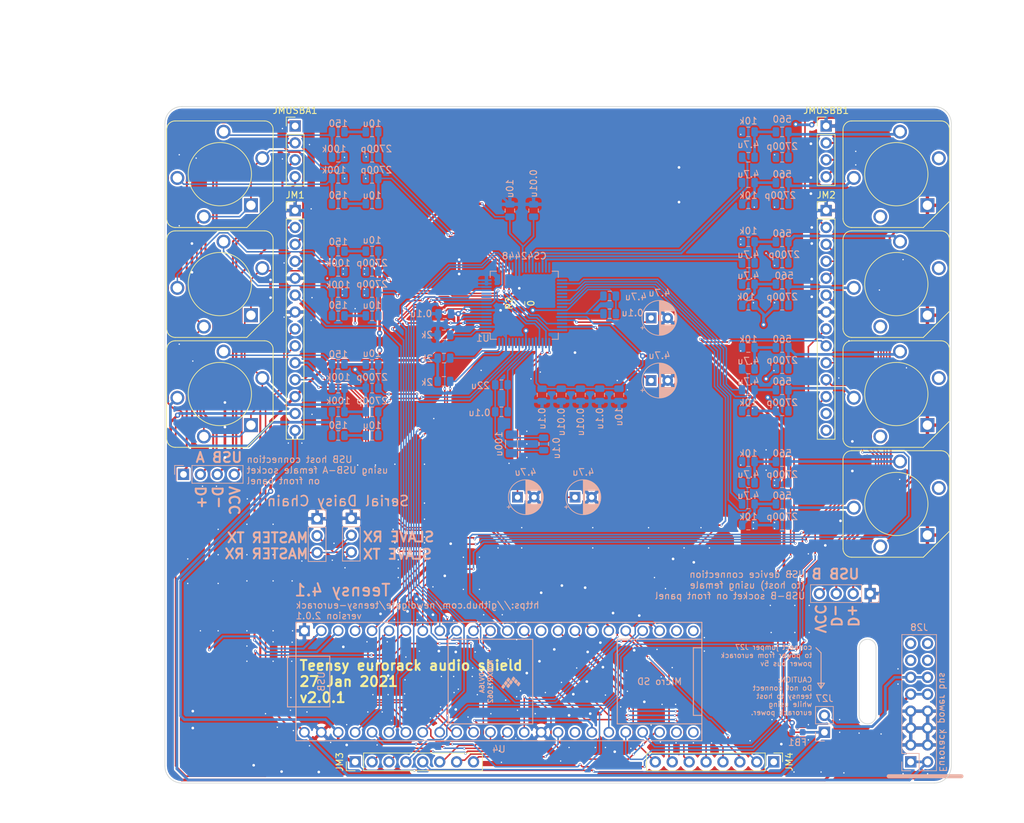
<source format=kicad_pcb>
(kicad_pcb (version 20171130) (host pcbnew "(5.1.6-0-10_14)")
  (layers (0 F.Cu signal) (31 B.Cu signal) (34 B.Paste user) (35 F.Paste user) (36 B.SilkS user) (37 F.SilkS user) (38 B.Mask user) (39 F.Mask user) (44 Edge.Cuts user))
  (net 0 "")
  (net 1 GND)
  (net 2 "Net-(C1-Pad1)")
  (net 3 "Net-(C2-Pad1)")
  (net 4 "Net-(C3-Pad1)")
  (net 5 "Net-(C4-Pad1)")
  (net 6 +3V3)
  (net 7 "Net-(C10-Pad1)")
  (net 8 /AGND)
  (net 9 "Net-(C12-Pad1)")
  (net 10 "Net-(C14-Pad1)")
  (net 11 "Net-(C16-Pad1)")
  (net 12 +12V)
  (net 13 +5V)
  (net 14 -12V)
  (net 15 /AudioOut.sch/LEFT)
  (net 16 /AudioOut.sch/RIGHT)
  (net 17 "Net-(C47-Pad2)")
  (net 18 "Net-(C48-Pad2)")
  (net 19 /sheet5F0DFE5C/LEFT)
  (net 20 /sheet5F0DFE5C/RIGHT)
  (net 21 "Net-(C51-Pad2)")
  (net 22 "Net-(C52-Pad2)")
  (net 23 /sheet5F0EA26B/LEFT)
  (net 24 /sheet5F0EA26B/RIGHT)
  (net 25 "Net-(C55-Pad2)")
  (net 26 "Net-(C56-Pad2)")
  (net 27 /sheet5F6F72D7/LEFT)
  (net 28 /sheet5F6F72D7/RIGHT)
  (net 29 /sheet5F6FD5A9/LEFT)
  (net 30 /sheet5F6FD5A9/RIGHT)
  (net 31 /AudioIn/LEFT)
  (net 32 /AudioIn/RIGHT)
  (net 33 /sheet5F0E4EAE/LEFT)
  (net 34 /sheet5F0E4EAE/RIGHT)
  (net 35 "Net-(C71-Pad2)")
  (net 36 "Net-(C72-Pad2)")
  (net 37 /TFT_CS)
  (net 38 /TFT_DC)
  (net 39 /TFT_MOSI)
  (net 40 /TFT_SCK)
  (net 41 "Net-(R1-Pad1)")
  (net 42 /SCL)
  (net 43 /SDA)
  (net 44 "Net-(J7-PadR)")
  (net 45 "Net-(J8-PadR)")
  (net 46 "Net-(J9-PadR)")
  (net 47 /BCLK)
  (net 48 /TDM_OUT)
  (net 49 /TDM_IN)
  (net 50 /MCLK)
  (net 51 /DAC_SDIN)
  (net 52 /DAC_SCK)
  (net 53 /DAC_SYNC)
  (net 54 /ADC_MISO)
  (net 55 /ADC_CS)
  (net 56 /ADC_CONVST)
  (net 57 /ADC_BUSY)
  (net 58 /MIDI_TX)
  (net 59 /MIDI_RX)
  (net 60 "Net-(J27-Pad2)")
  (net 61 "Net-(C45-Pad1)")
  (net 62 "Net-(C46-Pad1)")
  (net 63 "Net-(C49-Pad1)")
  (net 64 "Net-(C50-Pad1)")
  (net 65 "Net-(C53-Pad1)")
  (net 66 "Net-(C54-Pad1)")
  (net 67 "Net-(C57-Pad1)")
  (net 68 "Net-(C58-Pad1)")
  (net 69 "Net-(C61-Pad1)")
  (net 70 "Net-(C62-Pad1)")
  (net 71 "Net-(C65-Pad1)")
  (net 72 "Net-(C66-Pad1)")
  (net 73 "Net-(C69-Pad1)")
  (net 74 "Net-(C70-Pad1)")
  (net 75 /P1)
  (net 76 /P2)
  (net 77 /P3)
  (net 78 /P4)
  (net 79 /E1A)
  (net 80 /E1B)
  (net 81 /ES1)
  (net 82 /E2A)
  (net 83 /E2B)
  (net 84 /ES2)
  (net 85 /E3A)
  (net 86 /E3B)
  (net 87 /ES3)
  (net 88 "Net-(J7-PadT)")
  (net 89 "Net-(J8-PadT)")
  (net 90 "Net-(J9-PadT)")
  (net 91 "Net-(JMUSBA1-Pad4)")
  (net 92 "Net-(JMUSBA1-Pad3)")
  (net 93 "Net-(JMUSBA1-Pad2)")
  (net 94 "Net-(JMUSBA1-Pad1)")
  (net 95 "Net-(JMUSBB1-Pad4)")
  (net 96 "Net-(JMUSBB1-Pad3)")
  (net 97 "Net-(JMUSBB1-Pad2)")
  (net 98 /LRCLK)
  (net 99 /ADC_RESET)
  (net 100 /ADC_RANGE)
  (net 101 "Net-(J4-PadRN)")
  (net 102 "Net-(J4-PadTN)")
  (net 103 "Net-(J5-PadRN)")
  (net 104 "Net-(J5-PadTN)")
  (net 105 "Net-(J6-PadRN)")
  (net 106 "Net-(J6-PadTN)")
  (net 107 "Net-(J10-PadRN)")
  (net 108 "Net-(J10-PadTN)")
  (net 109 "Net-(J28-Pad16)")
  (net 110 "Net-(J28-Pad15)")
  (net 111 "Net-(J28-Pad14)")
  (net 112 "Net-(J28-Pad13)")
  (net 113 /D_TX)
  (net 114 /D_RX)
  (net 115 "Net-(JM2-Pad14)")
  (net 116 "Net-(JM2-Pad13)")
  (net 117 "Net-(U1-Pad61)")
  (net 118 "Net-(U1-Pad59)")
  (net 119 "Net-(U1-Pad57)")
  (net 120 "Net-(U1-Pad41)")
  (net 121 "Net-(U1-Pad38)")
  (net 122 "Net-(U1-Pad37)")
  (net 123 "Net-(U1-Pad35)")
  (net 124 "Net-(U1-Pad33)")
  (net 125 "Net-(U1-Pad32)")
  (net 126 "Net-(U1-Pad29)")
  (net 127 "Net-(U1-Pad28)")
  (net 128 "Net-(U1-Pad25)")
  (net 129 "Net-(U1-Pad21)")
  (net 130 "Net-(U1-Pad20)")
  (net 131 "Net-(U1-Pad12)")
  (net 132 "Net-(U1-Pad11)")
  (net 133 "Net-(U4-Pad15)")
  (net 134 "Net-(U4-Pad23)")
  (net 135 "Net-(U4-Pad24)")
  (net 136 "Net-(U4-Pad25)")
  (net 137 "Net-(U4-Pad26)")
  (net 138 "Net-(U4-Pad32)")
  (module Connector_PinHeader_2.54mm:PinHeader_1x03_P2.54mm_Vertical (layer B.Cu) (at 117.6655 105.537 180)
    (fp_text reference JDAISYS1 hide)
    (fp_text value Conn_01x03)
    (pad 3 thru_hole oval (at 0 -5.08 180) (size 1.7 1.7) (drill 1) (layers *.Cu *.Mask) (net 114 /D_RX))
    (pad 2 thru_hole oval (at 0 -2.54 180) (size 1.7 1.7) (drill 1) (layers *.Cu *.Mask) (net 113 /D_TX))
    (pad 1 thru_hole rect (at 0 0 180) (size 1.7 1.7) (drill 1) (layers *.Cu *.Mask) (net 1 GND))
  )
  (module Connector_PinHeader_2.54mm:PinHeader_1x03_P2.54mm_Vertical (layer B.Cu) (at 112.522 105.6005 180)
    (fp_text reference JDAISYM1 hide)
    (fp_text value Conn_01x03)
    (pad 3 thru_hole oval (at 0 -5.08 180) (size 1.7 1.7) (drill 1) (layers *.Cu *.Mask) (net 113 /D_TX))
    (pad 2 thru_hole oval (at 0 -2.54 180) (size 1.7 1.7) (drill 1) (layers *.Cu *.Mask) (net 114 /D_RX))
    (pad 1 thru_hole rect (at 0 0 180) (size 1.7 1.7) (drill 1) (layers *.Cu *.Mask) (net 1 GND))
  )
  (module footprints:Teensy41_tht (layer B.Cu) (at 139.827 130.048)
    (fp_text reference U4 (at 0 10.16) (layer B.SilkS) (effects (justify mirror)))
    (fp_text value Teensy4.1)
    (fp_text user USB (at -26.67 0 -270) (layer B.SilkS) (effects (justify mirror)))
    (fp_text user "Micro SD" (at 24.13 0) (layer B.SilkS) (effects (justify mirror)))
    (fp_text user MIMXRT1062 (at -1.27 0 90) (layer B.SilkS) (effects (font (size 0.7 0.7)) (justify mirror)))
    (fp_text user DVJ6A (at -2.54 0.18 90) (layer B.SilkS) (effects (font (size 0.7 0.7)) (justify mirror)))
    (pad 17 thru_hole circle (at 11.43 -7.62) (size 1.6 1.6) (drill 1.1) (layers *.Cu *.Mask) (net 82 /E2A))
    (pad 18 thru_hole circle (at 13.97 -7.62) (size 1.6 1.6) (drill 1.1) (layers *.Cu *.Mask) (net 51 /DAC_SDIN))
    (pad 19 thru_hole circle (at 16.51 -7.62) (size 1.6 1.6) (drill 1.1) (layers *.Cu *.Mask) (net 52 /DAC_SCK))
    (pad 20 thru_hole circle (at 19.05 -7.62) (size 1.6 1.6) (drill 1.1) (layers *.Cu *.Mask) (net 83 /E2B))
    (pad 16 thru_hole circle (at 8.89 -7.62) (size 1.6 1.6) (drill 1.1) (layers *.Cu *.Mask) (net 80 /E1B))
    (pad 15 thru_hole circle (at 6.35 -7.62) (size 1.6 1.6) (drill 1.1) (layers *.Cu *.Mask) (net 133 "Net-(U4-Pad15)"))
    (pad 14 thru_hole circle (at 3.81 -7.62) (size 1.6 1.6) (drill 1.1) (layers *.Cu *.Mask) (net 79 /E1A))
    (pad 21 thru_hole circle (at 21.59 -7.62) (size 1.6 1.6) (drill 1.1) (layers *.Cu *.Mask) (net 85 /E3A))
    (pad 22 thru_hole circle (at 24.13 -7.62) (size 1.6 1.6) (drill 1.1) (layers *.Cu *.Mask) (net 86 /E3B))
    (pad 23 thru_hole circle (at 26.67 -7.62) (size 1.6 1.6) (drill 1.1) (layers *.Cu *.Mask) (net 134 "Net-(U4-Pad23)"))
    (pad 24 thru_hole circle (at 29.21 -7.62) (size 1.6 1.6) (drill 1.1) (layers *.Cu *.Mask) (net 135 "Net-(U4-Pad24)"))
    (pad 25 thru_hole circle (at 29.21 7.62) (size 1.6 1.6) (drill 1.1) (layers *.Cu *.Mask) (net 136 "Net-(U4-Pad25)"))
    (pad 26 thru_hole circle (at 26.67 7.62) (size 1.6 1.6) (drill 1.1) (layers *.Cu *.Mask) (net 137 "Net-(U4-Pad26)"))
    (pad 27 thru_hole circle (at 24.13 7.62) (size 1.6 1.6) (drill 1.1) (layers *.Cu *.Mask) (net 99 /ADC_RESET))
    (pad 28 thru_hole circle (at 21.59 7.62) (size 1.6 1.6) (drill 1.1) (layers *.Cu *.Mask) (net 55 /ADC_CS))
    (pad 29 thru_hole circle (at 19.05 7.62) (size 1.6 1.6) (drill 1.1) (layers *.Cu *.Mask) (net 100 /ADC_RANGE))
    (pad 30 thru_hole circle (at 16.51 7.62) (size 1.6 1.6) (drill 1.1) (layers *.Cu *.Mask) (net 53 /DAC_SYNC))
    (pad 31 thru_hole circle (at 13.97 7.62) (size 1.6 1.6) (drill 1.1) (layers *.Cu *.Mask) (net 54 /ADC_MISO))
    (pad 32 thru_hole circle (at 11.43 7.62) (size 1.6 1.6) (drill 1.1) (layers *.Cu *.Mask) (net 138 "Net-(U4-Pad32)"))
    (pad 33 thru_hole circle (at 8.89 7.62) (size 1.6 1.6) (drill 1.1) (layers *.Cu *.Mask) (net 77 /P3))
    (pad 34 thru_hole circle (at 6.35 7.62) (size 1.6 1.6) (drill 1.1) (layers *.Cu *.Mask) (net 1 GND))
    (pad 13 thru_hole circle (at 1.27 -7.62) (size 1.6 1.6) (drill 1.1) (layers *.Cu *.Mask) (net 39 /TFT_MOSI))
    (pad 12 thru_hole circle (at -1.27 -7.62) (size 1.6 1.6) (drill 1.1) (layers *.Cu *.Mask) (net 87 /ES3))
    (pad 11 thru_hole circle (at -3.81 -7.62) (size 1.6 1.6) (drill 1.1) (layers *.Cu *.Mask) (net 84 /ES2))
    (pad 10 thru_hole circle (at -6.35 -7.62) (size 1.6 1.6) (drill 1.1) (layers *.Cu *.Mask) (net 49 /TDM_IN))
    (pad 9 thru_hole circle (at -8.89 -7.62) (size 1.6 1.6) (drill 1.1) (layers *.Cu *.Mask) (net 48 /TDM_OUT))
    (pad 8 thru_hole circle (at -11.43 -7.62) (size 1.6 1.6) (drill 1.1) (layers *.Cu *.Mask) (net 37 /TFT_CS))
    (pad 7 thru_hole circle (at -13.97 -7.62) (size 1.6 1.6) (drill 1.1) (layers *.Cu *.Mask) (net 56 /ADC_CONVST))
    (pad 6 thru_hole circle (at -16.51 -7.62) (size 1.6 1.6) (drill 1.1) (layers *.Cu *.Mask) (net 81 /ES1))
    (pad 5 thru_hole circle (at -19.05 -7.62) (size 1.6 1.6) (drill 1.1) (layers *.Cu *.Mask) (net 57 /ADC_BUSY))
    (pad 4 thru_hole circle (at -21.59 -7.62) (size 1.6 1.6) (drill 1.1) (layers *.Cu *.Mask) (net 38 /TFT_DC))
    (pad 3 thru_hole circle (at -24.13 -7.62) (size 1.6 1.6) (drill 1.1) (layers *.Cu *.Mask) (net 58 /MIDI_TX))
    (pad 2 thru_hole circle (at -26.67 -7.62) (size 1.6 1.6) (drill 1.1) (layers *.Cu *.Mask) (net 59 /MIDI_RX))
    (pad 1 thru_hole rect (at -29.21 -7.62) (size 1.6 1.6) (drill 1.1) (layers *.Cu *.Mask) (net 1 GND))
    (pad 35 thru_hole circle (at 3.81 7.62) (size 1.6 1.6) (drill 1.1) (layers *.Cu *.Mask) (net 40 /TFT_SCK))
    (pad 36 thru_hole circle (at 1.27 7.62) (size 1.6 1.6) (drill 1.1) (layers *.Cu *.Mask) (net 75 /P1))
    (pad 37 thru_hole circle (at -1.27 7.62) (size 1.6 1.6) (drill 1.1) (layers *.Cu *.Mask) (net 76 /P2))
    (pad 38 thru_hole circle (at -3.81 7.62) (size 1.6 1.6) (drill 1.1) (layers *.Cu *.Mask) (net 114 /D_RX))
    (pad 39 thru_hole circle (at -6.35 7.62) (size 1.6 1.6) (drill 1.1) (layers *.Cu *.Mask) (net 113 /D_TX))
    (pad 40 thru_hole circle (at -8.89 7.62) (size 1.6 1.6) (drill 1.1) (layers *.Cu *.Mask) (net 43 /SDA))
    (pad 41 thru_hole circle (at -11.43 7.62) (size 1.6 1.6) (drill 1.1) (layers *.Cu *.Mask) (net 42 /SCL))
    (pad 42 thru_hole circle (at -13.97 7.62) (size 1.6 1.6) (drill 1.1) (layers *.Cu *.Mask) (net 98 /LRCLK))
    (pad 43 thru_hole circle (at -16.51 7.62) (size 1.6 1.6) (drill 1.1) (layers *.Cu *.Mask) (net 47 /BCLK))
    (pad 44 thru_hole circle (at -19.05 7.62) (size 1.6 1.6) (drill 1.1) (layers *.Cu *.Mask) (net 78 /P4))
    (pad 45 thru_hole circle (at -21.59 7.62) (size 1.6 1.6) (drill 1.1) (layers *.Cu *.Mask) (net 50 /MCLK))
    (pad 46 thru_hole circle (at -24.13 7.62) (size 1.6 1.6) (drill 1.1) (layers *.Cu *.Mask) (net 6 +3V3))
    (pad 47 thru_hole circle (at -26.67 7.62) (size 1.6 1.6) (drill 1.1) (layers *.Cu *.Mask) (net 1 GND))
    (pad 48 thru_hole circle (at -29.21 7.62) (size 1.6 1.6) (drill 1.1) (layers *.Cu *.Mask) (net 13 +5V))
  )
  (module footprints:ACJS-MV5 (layer F.Cu) (at 199.517 70.358)
    (fp_text reference J5 hide)
    (fp_text value AudioJack3_SwitchTR hide)
    (pad RN thru_hole circle (at 6.38 -2.4) (size 2.1 2.1) (drill 1.4) (layers *.Cu *.Mask) (net 103 "Net-(J5-PadRN)"))
    (pad R thru_hole circle (at 0.56 -6.38) (size 2.1 2.1) (drill 1.4) (layers *.Cu *.Mask) (net 22 "Net-(C52-Pad2)"))
    (pad T thru_hole circle (at -6.38 0.56) (size 2.1 2.1) (drill 1.4) (layers *.Cu *.Mask) (net 21 "Net-(C51-Pad2)"))
    (pad TN thru_hole circle (at -2.4 6.38) (size 2.1 2.1) (drill 1.4) (layers *.Cu *.Mask) (net 104 "Net-(J5-PadTN)"))
    (pad S thru_hole rect (at 4.67 4.67) (size 2.1 2.1) (drill 1.4) (layers *.Cu *.Mask) (net 8 /AGND))
  )
  (module footprints:ACJS-MV5 (layer F.Cu) (at 199.517 103.378)
    (fp_text reference J6 hide)
    (fp_text value AudioJack3_SwitchTR hide)
    (pad RN thru_hole circle (at 6.38 -2.4) (size 2.1 2.1) (drill 1.4) (layers *.Cu *.Mask) (net 105 "Net-(J6-PadRN)"))
    (pad R thru_hole circle (at 0.56 -6.38) (size 2.1 2.1) (drill 1.4) (layers *.Cu *.Mask) (net 26 "Net-(C56-Pad2)"))
    (pad T thru_hole circle (at -6.38 0.56) (size 2.1 2.1) (drill 1.4) (layers *.Cu *.Mask) (net 25 "Net-(C55-Pad2)"))
    (pad TN thru_hole circle (at -2.4 6.38) (size 2.1 2.1) (drill 1.4) (layers *.Cu *.Mask) (net 106 "Net-(J6-PadTN)"))
    (pad S thru_hole rect (at 4.67 4.67) (size 2.1 2.1) (drill 1.4) (layers *.Cu *.Mask) (net 8 /AGND))
  )
  (module footprints:ACJS-MV5 (layer F.Cu) (at 97.917 70.358)
    (fp_text reference J7 hide)
    (fp_text value AudioJack3_SwitchTR hide)
    (pad RN thru_hole circle (at 6.38 -2.4) (size 2.1 2.1) (drill 1.4) (layers *.Cu *.Mask) (net 8 /AGND))
    (pad R thru_hole circle (at 0.56 -6.38) (size 2.1 2.1) (drill 1.4) (layers *.Cu *.Mask) (net 44 "Net-(J7-PadR)"))
    (pad T thru_hole circle (at -6.38 0.56) (size 2.1 2.1) (drill 1.4) (layers *.Cu *.Mask) (net 88 "Net-(J7-PadT)"))
    (pad TN thru_hole circle (at -2.4 6.38) (size 2.1 2.1) (drill 1.4) (layers *.Cu *.Mask) (net 8 /AGND))
    (pad S thru_hole rect (at 4.67 4.67) (size 2.1 2.1) (drill 1.4) (layers *.Cu *.Mask) (net 8 /AGND))
  )
  (module footprints:ACJS-MV5 (layer F.Cu) (at 199.517 53.848)
    (fp_text reference J4 hide)
    (fp_text value AudioJack3_SwitchTR hide)
    (pad RN thru_hole circle (at 6.38 -2.4) (size 2.1 2.1) (drill 1.4) (layers *.Cu *.Mask) (net 101 "Net-(J4-PadRN)"))
    (pad R thru_hole circle (at 0.56 -6.38) (size 2.1 2.1) (drill 1.4) (layers *.Cu *.Mask) (net 18 "Net-(C48-Pad2)"))
    (pad T thru_hole circle (at -6.38 0.56) (size 2.1 2.1) (drill 1.4) (layers *.Cu *.Mask) (net 17 "Net-(C47-Pad2)"))
    (pad TN thru_hole circle (at -2.4 6.38) (size 2.1 2.1) (drill 1.4) (layers *.Cu *.Mask) (net 102 "Net-(J4-PadTN)"))
    (pad S thru_hole rect (at 4.67 4.67) (size 2.1 2.1) (drill 1.4) (layers *.Cu *.Mask) (net 8 /AGND))
  )
  (module footprints:ACJS-MV5 (layer F.Cu) (at 199.517 86.868)
    (fp_text reference J10 hide)
    (fp_text value AudioJack3_SwitchTR hide)
    (pad RN thru_hole circle (at 6.38 -2.4) (size 2.1 2.1) (drill 1.4) (layers *.Cu *.Mask) (net 107 "Net-(J10-PadRN)"))
    (pad R thru_hole circle (at 0.56 -6.38) (size 2.1 2.1) (drill 1.4) (layers *.Cu *.Mask) (net 36 "Net-(C72-Pad2)"))
    (pad T thru_hole circle (at -6.38 0.56) (size 2.1 2.1) (drill 1.4) (layers *.Cu *.Mask) (net 35 "Net-(C71-Pad2)"))
    (pad TN thru_hole circle (at -2.4 6.38) (size 2.1 2.1) (drill 1.4) (layers *.Cu *.Mask) (net 108 "Net-(J10-PadTN)"))
    (pad S thru_hole rect (at 4.67 4.67) (size 2.1 2.1) (drill 1.4) (layers *.Cu *.Mask) (net 8 /AGND))
  )
  (module footprints:ACJS-MV5 (layer F.Cu) (at 97.917 53.848)
    (fp_text reference J9 hide)
    (fp_text value AudioJack3_SwitchTR hide)
    (pad RN thru_hole circle (at 6.38 -2.4) (size 2.1 2.1) (drill 1.4) (layers *.Cu *.Mask) (net 8 /AGND))
    (pad R thru_hole circle (at 0.56 -6.38) (size 2.1 2.1) (drill 1.4) (layers *.Cu *.Mask) (net 46 "Net-(J9-PadR)"))
    (pad T thru_hole circle (at -6.38 0.56) (size 2.1 2.1) (drill 1.4) (layers *.Cu *.Mask) (net 90 "Net-(J9-PadT)"))
    (pad TN thru_hole circle (at -2.4 6.38) (size 2.1 2.1) (drill 1.4) (layers *.Cu *.Mask) (net 8 /AGND))
    (pad S thru_hole rect (at 4.67 4.67) (size 2.1 2.1) (drill 1.4) (layers *.Cu *.Mask) (net 8 /AGND))
  )
  (module footprints:ACJS-MV5 (layer F.Cu) (at 97.917 86.868)
    (fp_text reference J8 hide)
    (fp_text value AudioJack3_SwitchTR hide)
    (pad RN thru_hole circle (at 6.38 -2.4) (size 2.1 2.1) (drill 1.4) (layers *.Cu *.Mask) (net 8 /AGND))
    (pad R thru_hole circle (at 0.56 -6.38) (size 2.1 2.1) (drill 1.4) (layers *.Cu *.Mask) (net 45 "Net-(J8-PadR)"))
    (pad T thru_hole circle (at -6.38 0.56) (size 2.1 2.1) (drill 1.4) (layers *.Cu *.Mask) (net 89 "Net-(J8-PadT)"))
    (pad TN thru_hole circle (at -2.4 6.38) (size 2.1 2.1) (drill 1.4) (layers *.Cu *.Mask) (net 8 /AGND))
    (pad S thru_hole rect (at 4.67 4.67) (size 2.1 2.1) (drill 1.4) (layers *.Cu *.Mask) (net 8 /AGND))
  )
  (module Package_QFP:LQFP-64_10x10mm_P0.5mm (layer B.Cu) (at 143.637 73.533)
    (fp_text reference U1 (at -6.223 4.953) (layer B.SilkS) (effects (justify mirror)))
    (fp_text value CS42448 (at 0 -7.4) (layer B.SilkS) (effects (justify mirror)))
    (pad 64 smd roundrect (at -3.75 5.675) (size 0.3 1.55) (layers B.Cu B.Paste B.Mask) (net 43 /SDA))
    (pad 63 smd roundrect (at -3.25 5.675) (size 0.3 1.55) (layers B.Cu B.Paste B.Mask) (net 42 /SCL))
    (pad 62 smd roundrect (at -2.75 5.675) (size 0.3 1.55) (layers B.Cu B.Paste B.Mask) (net 1 GND))
    (pad 61 smd roundrect (at -2.25 5.675) (size 0.3 1.55) (layers B.Cu B.Paste B.Mask) (net 117 "Net-(U1-Pad61)"))
    (pad 60 smd roundrect (at -1.75 5.675) (size 0.3 1.55) (layers B.Cu B.Paste B.Mask) (net 30 /sheet5F6FD5A9/RIGHT))
    (pad 59 smd roundrect (at -1.25 5.675) (size 0.3 1.55) (layers B.Cu B.Paste B.Mask) (net 118 "Net-(U1-Pad59)"))
    (pad 58 smd roundrect (at -0.75 5.675) (size 0.3 1.55) (layers B.Cu B.Paste B.Mask) (net 29 /sheet5F6FD5A9/LEFT))
    (pad 57 smd roundrect (at -0.25 5.675) (size 0.3 1.55) (layers B.Cu B.Paste B.Mask) (net 119 "Net-(U1-Pad57)"))
    (pad 56 smd roundrect (at 0.25 5.675) (size 0.3 1.55) (layers B.Cu B.Paste B.Mask) (net 8 /AGND))
    (pad 55 smd roundrect (at 0.75 5.675) (size 0.3 1.55) (layers B.Cu B.Paste B.Mask) (net 10 "Net-(C14-Pad1)"))
    (pad 54 smd roundrect (at 1.25 5.675) (size 0.3 1.55) (layers B.Cu B.Paste B.Mask) (net 11 "Net-(C16-Pad1)"))
    (pad 53 smd roundrect (at 1.75 5.675) (size 0.3 1.55) (layers B.Cu B.Paste B.Mask) (net 7 "Net-(C10-Pad1)"))
    (pad 52 smd roundrect (at 2.25 5.675) (size 0.3 1.55) (layers B.Cu B.Paste B.Mask) (net 28 /sheet5F6F72D7/RIGHT))
    (pad 51 smd roundrect (at 2.75 5.675) (size 0.3 1.55) (layers B.Cu B.Paste B.Mask) (net 5 "Net-(C4-Pad1)"))
    (pad 50 smd roundrect (at 3.25 5.675) (size 0.3 1.55) (layers B.Cu B.Paste B.Mask) (net 27 /sheet5F6F72D7/LEFT))
    (pad 49 smd roundrect (at 3.75 5.675) (size 0.3 1.55) (layers B.Cu B.Paste B.Mask) (net 4 "Net-(C3-Pad1)"))
    (pad 48 smd roundrect (at 5.675 3.75) (size 1.55 0.3) (layers B.Cu B.Paste B.Mask) (net 32 /AudioIn/RIGHT))
    (pad 47 smd roundrect (at 5.675 3.25) (size 1.55 0.3) (layers B.Cu B.Paste B.Mask) (net 3 "Net-(C2-Pad1)"))
    (pad 46 smd roundrect (at 5.675 2.75) (size 1.55 0.3) (layers B.Cu B.Paste B.Mask) (net 31 /AudioIn/LEFT))
    (pad 45 smd roundrect (at 5.675 2.25) (size 1.55 0.3) (layers B.Cu B.Paste B.Mask) (net 2 "Net-(C1-Pad1)"))
    (pad 44 smd roundrect (at 5.675 1.75) (size 1.55 0.3) (layers B.Cu B.Paste B.Mask) (net 7 "Net-(C10-Pad1)"))
    (pad 43 smd roundrect (at 5.675 1.25) (size 1.55 0.3) (layers B.Cu B.Paste B.Mask) (net 9 "Net-(C12-Pad1)"))
    (pad 42 smd roundrect (at 5.675 0.75) (size 1.55 0.3) (layers B.Cu B.Paste B.Mask) (net 8 /AGND))
    (pad 41 smd roundrect (at 5.675 0.25) (size 1.55 0.3) (layers B.Cu B.Paste B.Mask) (net 120 "Net-(U1-Pad41)"))
    (pad 40 smd roundrect (at 5.675 -0.25) (size 1.55 0.3) (layers B.Cu B.Paste B.Mask) (net 24 /sheet5F0EA26B/RIGHT))
    (pad 39 smd roundrect (at 5.675 -0.75) (size 1.55 0.3) (layers B.Cu B.Paste B.Mask) (net 23 /sheet5F0EA26B/LEFT))
    (pad 38 smd roundrect (at 5.675 -1.25) (size 1.55 0.3) (layers B.Cu B.Paste B.Mask) (net 121 "Net-(U1-Pad38)"))
    (pad 37 smd roundrect (at 5.675 -1.75) (size 1.55 0.3) (layers B.Cu B.Paste B.Mask) (net 122 "Net-(U1-Pad37)"))
    (pad 36 smd roundrect (at 5.675 -2.25) (size 1.55 0.3) (layers B.Cu B.Paste B.Mask) (net 34 /sheet5F0E4EAE/RIGHT))
    (pad 35 smd roundrect (at 5.675 -2.75) (size 1.55 0.3) (layers B.Cu B.Paste B.Mask) (net 123 "Net-(U1-Pad35)"))
    (pad 34 smd roundrect (at 5.675 -3.25) (size 1.55 0.3) (layers B.Cu B.Paste B.Mask) (net 33 /sheet5F0E4EAE/LEFT))
    (pad 33 smd roundrect (at 5.675 -3.75) (size 1.55 0.3) (layers B.Cu B.Paste B.Mask) (net 124 "Net-(U1-Pad33)"))
    (pad 32 smd roundrect (at 3.75 -5.675) (size 0.3 1.55) (layers B.Cu B.Paste B.Mask) (net 125 "Net-(U1-Pad32)"))
    (pad 31 smd roundrect (at 3.25 -5.675) (size 0.3 1.55) (layers B.Cu B.Paste B.Mask) (net 20 /sheet5F0DFE5C/RIGHT))
    (pad 30 smd roundrect (at 2.75 -5.675) (size 0.3 1.55) (layers B.Cu B.Paste B.Mask) (net 19 /sheet5F0DFE5C/LEFT))
    (pad 29 smd roundrect (at 2.25 -5.675) (size 0.3 1.55) (layers B.Cu B.Paste B.Mask) (net 126 "Net-(U1-Pad29)"))
    (pad 28 smd roundrect (at 1.75 -5.675) (size 0.3 1.55) (layers B.Cu B.Paste B.Mask) (net 127 "Net-(U1-Pad28)"))
    (pad 27 smd roundrect (at 1.25 -5.675) (size 0.3 1.55) (layers B.Cu B.Paste B.Mask) (net 16 /AudioOut.sch/RIGHT))
    (pad 26 smd roundrect (at 0.75 -5.675) (size 0.3 1.55) (layers B.Cu B.Paste B.Mask) (net 15 /AudioOut.sch/LEFT))
    (pad 25 smd roundrect (at 0.25 -5.675) (size 0.3 1.55) (layers B.Cu B.Paste B.Mask) (net 128 "Net-(U1-Pad25)"))
    (pad 24 smd roundrect (at -0.25 -5.675) (size 0.3 1.55) (layers B.Cu B.Paste B.Mask) (net 6 +3V3))
    (pad 23 smd roundrect (at -0.75 -5.675) (size 0.3 1.55) (layers B.Cu B.Paste B.Mask) (net 1 GND))
    (pad 22 smd roundrect (at -1.25 -5.675) (size 0.3 1.55) (layers B.Cu B.Paste B.Mask) (net 1 GND))
    (pad 21 smd roundrect (at -1.75 -5.675) (size 0.3 1.55) (layers B.Cu B.Paste B.Mask) (net 129 "Net-(U1-Pad21)"))
    (pad 20 smd roundrect (at -2.25 -5.675) (size 0.3 1.55) (layers B.Cu B.Paste B.Mask) (net 130 "Net-(U1-Pad20)"))
    (pad 19 smd roundrect (at -2.75 -5.675) (size 0.3 1.55) (layers B.Cu B.Paste B.Mask) (net 98 /LRCLK))
    (pad 18 smd roundrect (at -3.25 -5.675) (size 0.3 1.55) (layers B.Cu B.Paste B.Mask) (net 47 /BCLK))
    (pad 17 smd roundrect (at -3.75 -5.675) (size 0.3 1.55) (layers B.Cu B.Paste B.Mask) (net 48 /TDM_OUT))
    (pad 16 smd roundrect (at -5.675 -3.75) (size 1.55 0.3) (layers B.Cu B.Paste B.Mask) (net 1 GND))
    (pad 15 smd roundrect (at -5.675 -3.25) (size 1.55 0.3) (layers B.Cu B.Paste B.Mask) (net 1 GND))
    (pad 14 smd roundrect (at -5.675 -2.75) (size 1.55 0.3) (layers B.Cu B.Paste B.Mask) (net 1 GND))
    (pad 13 smd roundrect (at -5.675 -2.25) (size 1.55 0.3) (layers B.Cu B.Paste B.Mask) (net 49 /TDM_IN))
    (pad 12 smd roundrect (at -5.675 -1.75) (size 1.55 0.3) (layers B.Cu B.Paste B.Mask) (net 131 "Net-(U1-Pad12)"))
    (pad 11 smd roundrect (at -5.675 -1.25) (size 1.55 0.3) (layers B.Cu B.Paste B.Mask) (net 132 "Net-(U1-Pad11)"))
    (pad 10 smd roundrect (at -5.675 -0.75) (size 1.55 0.3) (layers B.Cu B.Paste B.Mask) (net 50 /MCLK))
    (pad 9 smd roundrect (at -5.675 -0.25) (size 1.55 0.3) (layers B.Cu B.Paste B.Mask) (net 47 /BCLK))
    (pad 8 smd roundrect (at -5.675 0.25) (size 1.55 0.3) (layers B.Cu B.Paste B.Mask) (net 6 +3V3))
    (pad 7 smd roundrect (at -5.675 0.75) (size 1.55 0.3) (layers B.Cu B.Paste B.Mask) (net 1 GND))
    (pad 6 smd roundrect (at -5.675 1.25) (size 1.55 0.3) (layers B.Cu B.Paste B.Mask) (net 6 +3V3))
    (pad 5 smd roundrect (at -5.675 1.75) (size 1.55 0.3) (layers B.Cu B.Paste B.Mask) (net 98 /LRCLK))
    (pad 4 smd roundrect (at -5.675 2.25) (size 1.55 0.3) (layers B.Cu B.Paste B.Mask) (net 6 +3V3))
    (pad 3 smd roundrect (at -5.675 2.75) (size 1.55 0.3) (layers B.Cu B.Paste B.Mask) (net 6 +3V3))
    (pad 2 smd roundrect (at -5.675 3.25) (size 1.55 0.3) (layers B.Cu B.Paste B.Mask) (net 1 GND))
    (pad 1 smd roundrect (at -5.675 3.75) (size 1.55 0.3) (layers B.Cu B.Paste B.Mask) (net 41 "Net-(R1-Pad1)"))
  )
  (module Connector_PinHeader_2.54mm:PinHeader_1x04_P2.54mm_Vertical (layer B.Cu) (at 195.58 116.84 90)
    (fp_text reference JUSBB1 hide)
    (fp_text value Conn_01x04)
    (pad 4 thru_hole oval (at 0 -7.62 90) (size 1.7 1.7) (drill 1) (layers *.Cu *.Mask) (net 95 "Net-(JMUSBB1-Pad4)"))
    (pad 3 thru_hole oval (at 0 -5.08 90) (size 1.7 1.7) (drill 1) (layers *.Cu *.Mask) (net 96 "Net-(JMUSBB1-Pad3)"))
    (pad 2 thru_hole oval (at 0 -2.54 90) (size 1.7 1.7) (drill 1) (layers *.Cu *.Mask) (net 97 "Net-(JMUSBB1-Pad2)"))
    (pad 1 thru_hole rect (at 0 0 90) (size 1.7 1.7) (drill 1) (layers *.Cu *.Mask) (net 1 GND))
  )
  (module Connector_PinHeader_2.54mm:PinHeader_2x08_P2.54mm_Vertical (layer B.Cu) (at 201.676 142.113)
    (fp_text reference J28 (at 1.27 -20.193) (layer B.SilkS) (effects (justify mirror)))
    (fp_text value Conn_02x08_Odd_Even)
    (pad 16 thru_hole oval (at 2.54 -17.78) (size 1.7 1.7) (drill 1) (layers *.Cu *.Mask) (net 109 "Net-(J28-Pad16)"))
    (pad 15 thru_hole oval (at 0 -17.78) (size 1.7 1.7) (drill 1) (layers *.Cu *.Mask) (net 110 "Net-(J28-Pad15)"))
    (pad 14 thru_hole oval (at 2.54 -15.24) (size 1.7 1.7) (drill 1) (layers *.Cu *.Mask) (net 111 "Net-(J28-Pad14)"))
    (pad 13 thru_hole oval (at 0 -15.24) (size 1.7 1.7) (drill 1) (layers *.Cu *.Mask) (net 112 "Net-(J28-Pad13)"))
    (pad 12 thru_hole oval (at 2.54 -12.7) (size 1.7 1.7) (drill 1) (layers *.Cu *.Mask) (net 60 "Net-(J27-Pad2)"))
    (pad 11 thru_hole oval (at 0 -12.7) (size 1.7 1.7) (drill 1) (layers *.Cu *.Mask) (net 60 "Net-(J27-Pad2)"))
    (pad 10 thru_hole oval (at 2.54 -10.16) (size 1.7 1.7) (drill 1) (layers *.Cu *.Mask) (net 12 +12V))
    (pad 9 thru_hole oval (at 0 -10.16) (size 1.7 1.7) (drill 1) (layers *.Cu *.Mask) (net 12 +12V))
    (pad 8 thru_hole oval (at 2.54 -7.62) (size 1.7 1.7) (drill 1) (layers *.Cu *.Mask) (net 1 GND))
    (pad 7 thru_hole oval (at 0 -7.62) (size 1.7 1.7) (drill 1) (layers *.Cu *.Mask) (net 1 GND))
    (pad 6 thru_hole oval (at 2.54 -5.08) (size 1.7 1.7) (drill 1) (layers *.Cu *.Mask) (net 1 GND))
    (pad 5 thru_hole oval (at 0 -5.08) (size 1.7 1.7) (drill 1) (layers *.Cu *.Mask) (net 1 GND))
    (pad 4 thru_hole oval (at 2.54 -2.54) (size 1.7 1.7) (drill 1) (layers *.Cu *.Mask) (net 1 GND))
    (pad 3 thru_hole oval (at 0 -2.54) (size 1.7 1.7) (drill 1) (layers *.Cu *.Mask) (net 1 GND))
    (pad 2 thru_hole oval (at 2.54 0) (size 1.7 1.7) (drill 1) (layers *.Cu *.Mask) (net 14 -12V))
    (pad 1 thru_hole rect (at 0 0) (size 1.7 1.7) (drill 1) (layers *.Cu *.Mask) (net 14 -12V))
  )
  (module Connector_PinHeader_2.54mm:PinHeader_1x04_P2.54mm_Vertical (layer B.Cu) (at 92.456 98.933 270)
    (fp_text reference JUSBA1 hide)
    (fp_text value Conn_01x04)
    (pad 4 thru_hole oval (at 0 -7.62 270) (size 1.7 1.7) (drill 1) (layers *.Cu *.Mask) (net 91 "Net-(JMUSBA1-Pad4)"))
    (pad 3 thru_hole oval (at 0 -5.08 270) (size 1.7 1.7) (drill 1) (layers *.Cu *.Mask) (net 92 "Net-(JMUSBA1-Pad3)"))
    (pad 2 thru_hole oval (at 0 -2.54 270) (size 1.7 1.7) (drill 1) (layers *.Cu *.Mask) (net 93 "Net-(JMUSBA1-Pad2)"))
    (pad 1 thru_hole rect (at 0 0 270) (size 1.7 1.7) (drill 1) (layers *.Cu *.Mask) (net 94 "Net-(JMUSBA1-Pad1)"))
  )
  (module Connector_PinHeader_2.54mm:PinHeader_1x04_P2.54mm_Vertical (layer F.Cu) (at 188.976 46.609)
    (fp_text reference JMUSBB1 (at 0 -2.33) (layer F.SilkS))
    (fp_text value Conn_01x04)
    (pad 4 thru_hole oval (at 0 7.62) (size 1.7 1.7) (drill 1) (layers *.Cu *.Mask) (net 95 "Net-(JMUSBB1-Pad4)"))
    (pad 3 thru_hole oval (at 0 5.08) (size 1.7 1.7) (drill 1) (layers *.Cu *.Mask) (net 96 "Net-(JMUSBB1-Pad3)"))
    (pad 2 thru_hole oval (at 0 2.54) (size 1.7 1.7) (drill 1) (layers *.Cu *.Mask) (net 97 "Net-(JMUSBB1-Pad2)"))
    (pad 1 thru_hole rect (at 0 0) (size 1.7 1.7) (drill 1) (layers *.Cu *.Mask) (net 1 GND))
  )
  (module Connector_PinHeader_2.54mm:PinHeader_1x04_P2.54mm_Vertical (layer F.Cu) (at 109.22 46.609)
    (fp_text reference JMUSBA1 (at 0 -2.33) (layer F.SilkS))
    (fp_text value Conn_01x04)
    (pad 4 thru_hole oval (at 0 7.62) (size 1.7 1.7) (drill 1) (layers *.Cu *.Mask) (net 91 "Net-(JMUSBA1-Pad4)"))
    (pad 3 thru_hole oval (at 0 5.08) (size 1.7 1.7) (drill 1) (layers *.Cu *.Mask) (net 92 "Net-(JMUSBA1-Pad3)"))
    (pad 2 thru_hole oval (at 0 2.54) (size 1.7 1.7) (drill 1) (layers *.Cu *.Mask) (net 93 "Net-(JMUSBA1-Pad2)"))
    (pad 1 thru_hole rect (at 0 0) (size 1.7 1.7) (drill 1) (layers *.Cu *.Mask) (net 94 "Net-(JMUSBA1-Pad1)"))
  )
  (module Connector_PinHeader_2.54mm:PinHeader_1x08_P2.54mm_Vertical (layer F.Cu) (at 181.102 142.113 270)
    (fp_text reference JM4 (at 0 -2.33 90) (layer F.SilkS))
    (fp_text value Conn_01x08)
    (pad 8 thru_hole oval (at 0 17.78 270) (size 1.7 1.7) (drill 1) (layers *.Cu *.Mask) (net 82 /E2A))
    (pad 7 thru_hole oval (at 0 15.24 270) (size 1.7 1.7) (drill 1) (layers *.Cu *.Mask) (net 83 /E2B))
    (pad 6 thru_hole oval (at 0 12.7 270) (size 1.7 1.7) (drill 1) (layers *.Cu *.Mask) (net 84 /ES2))
    (pad 5 thru_hole oval (at 0 10.16 270) (size 1.7 1.7) (drill 1) (layers *.Cu *.Mask) (net 79 /E1A))
    (pad 4 thru_hole oval (at 0 7.62 270) (size 1.7 1.7) (drill 1) (layers *.Cu *.Mask) (net 80 /E1B))
    (pad 3 thru_hole oval (at 0 5.08 270) (size 1.7 1.7) (drill 1) (layers *.Cu *.Mask) (net 81 /ES1))
    (pad 2 thru_hole oval (at 0 2.54 270) (size 1.7 1.7) (drill 1) (layers *.Cu *.Mask) (net 78 /P4))
    (pad 1 thru_hole rect (at 0 0 270) (size 1.7 1.7) (drill 1) (layers *.Cu *.Mask) (net 6 +3V3))
  )
  (module Connector_PinHeader_2.54mm:PinHeader_1x08_P2.54mm_Vertical (layer F.Cu) (at 118.237 142.113 90)
    (fp_text reference JM3 (at 0 -2.33 90) (layer F.SilkS))
    (fp_text value Conn_01x08)
    (pad 8 thru_hole oval (at 0 17.78 90) (size 1.7 1.7) (drill 1) (layers *.Cu *.Mask) (net 77 /P3))
    (pad 7 thru_hole oval (at 0 15.24 90) (size 1.7 1.7) (drill 1) (layers *.Cu *.Mask) (net 1 GND))
    (pad 6 thru_hole oval (at 0 12.7 90) (size 1.7 1.7) (drill 1) (layers *.Cu *.Mask) (net 87 /ES3))
    (pad 5 thru_hole oval (at 0 10.16 90) (size 1.7 1.7) (drill 1) (layers *.Cu *.Mask) (net 85 /E3A))
    (pad 4 thru_hole oval (at 0 7.62 90) (size 1.7 1.7) (drill 1) (layers *.Cu *.Mask) (net 86 /E3B))
    (pad 3 thru_hole oval (at 0 5.08 90) (size 1.7 1.7) (drill 1) (layers *.Cu *.Mask) (net 75 /P1))
    (pad 2 thru_hole oval (at 0 2.54 90) (size 1.7 1.7) (drill 1) (layers *.Cu *.Mask) (net 76 /P2))
    (pad 1 thru_hole rect (at 0 0 90) (size 1.7 1.7) (drill 1) (layers *.Cu *.Mask) (net 6 +3V3))
  )
  (module Connector_PinHeader_2.54mm:PinHeader_1x14_P2.54mm_Vertical (layer F.Cu) (at 188.976 59.309)
    (fp_text reference JM2 (at 0 -2.33) (layer F.SilkS))
    (fp_text value CONN_01x14)
    (pad 14 thru_hole oval (at 0 33.02) (size 1.7 1.7) (drill 1) (layers *.Cu *.Mask) (net 115 "Net-(JM2-Pad14)"))
    (pad 13 thru_hole oval (at 0 30.48) (size 1.7 1.7) (drill 1) (layers *.Cu *.Mask) (net 116 "Net-(JM2-Pad13)"))
    (pad 12 thru_hole oval (at 0 27.94) (size 1.7 1.7) (drill 1) (layers *.Cu *.Mask) (net 37 /TFT_CS))
    (pad 11 thru_hole oval (at 0 25.4) (size 1.7 1.7) (drill 1) (layers *.Cu *.Mask) (net 38 /TFT_DC))
    (pad 10 thru_hole oval (at 0 22.86) (size 1.7 1.7) (drill 1) (layers *.Cu *.Mask) (net 39 /TFT_MOSI))
    (pad 9 thru_hole oval (at 0 20.32) (size 1.7 1.7) (drill 1) (layers *.Cu *.Mask) (net 40 /TFT_SCK))
    (pad 8 thru_hole oval (at 0 17.78) (size 1.7 1.7) (drill 1) (layers *.Cu *.Mask) (net 13 +5V))
    (pad 7 thru_hole oval (at 0 15.24) (size 1.7 1.7) (drill 1) (layers *.Cu *.Mask) (net 1 GND))
    (pad 6 thru_hole oval (at 0 12.7) (size 1.7 1.7) (drill 1) (layers *.Cu *.Mask) (net 53 /DAC_SYNC))
    (pad 5 thru_hole oval (at 0 10.16) (size 1.7 1.7) (drill 1) (layers *.Cu *.Mask) (net 57 /ADC_BUSY))
    (pad 4 thru_hole oval (at 0 7.62) (size 1.7 1.7) (drill 1) (layers *.Cu *.Mask) (net 55 /ADC_CS))
    (pad 3 thru_hole oval (at 0 5.08) (size 1.7 1.7) (drill 1) (layers *.Cu *.Mask) (net 100 /ADC_RANGE))
    (pad 2 thru_hole oval (at 0 2.54) (size 1.7 1.7) (drill 1) (layers *.Cu *.Mask) (net 56 /ADC_CONVST))
    (pad 1 thru_hole rect (at 0 0) (size 1.7 1.7) (drill 1) (layers *.Cu *.Mask) (net 1 GND))
  )
  (module Connector_PinHeader_2.54mm:PinHeader_1x14_P2.54mm_Vertical (layer F.Cu) (at 109.22 59.309)
    (fp_text reference JM1 (at 0 -2.33) (layer F.SilkS))
    (fp_text value Conn_01x14)
    (pad 14 thru_hole oval (at 0 33.02) (size 1.7 1.7) (drill 1) (layers *.Cu *.Mask) (net 14 -12V))
    (pad 13 thru_hole oval (at 0 30.48) (size 1.7 1.7) (drill 1) (layers *.Cu *.Mask) (net 12 +12V))
    (pad 12 thru_hole oval (at 0 27.94) (size 1.7 1.7) (drill 1) (layers *.Cu *.Mask) (net 6 +3V3))
    (pad 11 thru_hole oval (at 0 25.4) (size 1.7 1.7) (drill 1) (layers *.Cu *.Mask) (net 51 /DAC_SDIN))
    (pad 10 thru_hole oval (at 0 22.86) (size 1.7 1.7) (drill 1) (layers *.Cu *.Mask) (net 52 /DAC_SCK))
    (pad 9 thru_hole oval (at 0 20.32) (size 1.7 1.7) (drill 1) (layers *.Cu *.Mask) (net 54 /ADC_MISO))
    (pad 8 thru_hole oval (at 0 17.78) (size 1.7 1.7) (drill 1) (layers *.Cu *.Mask) (net 13 +5V))
    (pad 7 thru_hole oval (at 0 15.24) (size 1.7 1.7) (drill 1) (layers *.Cu *.Mask) (net 1 GND))
    (pad 6 thru_hole oval (at 0 12.7) (size 1.7 1.7) (drill 1) (layers *.Cu *.Mask) (net 99 /ADC_RESET))
    (pad 5 thru_hole oval (at 0 10.16) (size 1.7 1.7) (drill 1) (layers *.Cu *.Mask) (net 1 GND))
    (pad 4 thru_hole oval (at 0 7.62) (size 1.7 1.7) (drill 1) (layers *.Cu *.Mask) (net 6 +3V3))
    (pad 3 thru_hole oval (at 0 5.08) (size 1.7 1.7) (drill 1) (layers *.Cu *.Mask) (net 59 /MIDI_RX))
    (pad 2 thru_hole oval (at 0 2.54) (size 1.7 1.7) (drill 1) (layers *.Cu *.Mask) (net 58 /MIDI_TX))
    (pad 1 thru_hole rect (at 0 0) (size 1.7 1.7) (drill 1) (layers *.Cu *.Mask) (net 1 GND))
  )
  (module Capacitor_THT:CP_Radial_D5.0mm_P2.50mm (layer B.Cu) (at 142.621 102.362)
    (fp_text reference C4 hide)
    (fp_text value 4.7u (at 1.25 -3.75) (layer B.SilkS) (effects (font (thickness 0.15) italic) (justify mirror)))
    (pad 2 thru_hole circle (at 2.5 0) (size 1.6 1.6) (drill 0.8) (layers *.Cu *.Mask) (net 1 GND))
    (pad 1 thru_hole rect (at 0 0) (size 1.6 1.6) (drill 0.8) (layers *.Cu *.Mask) (net 5 "Net-(C4-Pad1)"))
  )
  (module Capacitor_THT:CP_Radial_D5.0mm_P2.50mm (layer B.Cu) (at 151.257 102.362)
    (fp_text reference C3 hide)
    (fp_text value 4.7u (at 1.25 -3.75) (layer B.SilkS) (effects (justify mirror)))
    (pad 2 thru_hole circle (at 2.5 0) (size 1.6 1.6) (drill 0.8) (layers *.Cu *.Mask) (net 1 GND))
    (pad 1 thru_hole rect (at 0 0) (size 1.6 1.6) (drill 0.8) (layers *.Cu *.Mask) (net 4 "Net-(C3-Pad1)"))
  )
  (module Capacitor_THT:CP_Radial_D5.0mm_P2.50mm (layer B.Cu) (at 162.687 84.836)
    (fp_text reference C2 hide)
    (fp_text value 4.7u (at 1.25 -3.75) (layer B.SilkS) (effects (justify mirror)))
    (pad 2 thru_hole circle (at 2.5 0) (size 1.6 1.6) (drill 0.8) (layers *.Cu *.Mask) (net 1 GND))
    (pad 1 thru_hole rect (at 0 0) (size 1.6 1.6) (drill 0.8) (layers *.Cu *.Mask) (net 3 "Net-(C2-Pad1)"))
  )
  (module Capacitor_THT:CP_Radial_D5.0mm_P2.50mm (layer B.Cu) (at 162.687 75.438)
    (fp_text reference C1 hide)
    (fp_text value 4.7u (at 1.25 -3.75) (layer B.SilkS) (effects (justify mirror)))
    (pad 2 thru_hole circle (at 2.5 0) (size 1.6 1.6) (drill 0.8) (layers *.Cu *.Mask) (net 1 GND))
    (pad 1 thru_hole rect (at 0 0) (size 1.6 1.6) (drill 0.8) (layers *.Cu *.Mask) (net 2 "Net-(C1-Pad1)"))
  )
  (module Resistor_SMD:R_0805_2012Metric (layer B.Cu) (at 182.372 79.883 180)
    (fp_text reference R35 hide)
    (fp_text value 560 (at 0 1.27) (layer B.SilkS) (effects (justify mirror)))
    (pad 2 smd roundrect (at 0.9375 0 180) (size 0.975 1.4) (layers B.Cu B.Paste B.Mask) (net 74 "Net-(C70-Pad1)"))
    (pad 1 smd roundrect (at -0.9375 0 180) (size 0.975 1.4) (layers B.Cu B.Paste B.Mask) (net 36 "Net-(C72-Pad2)"))
  )
  (module Resistor_SMD:R_0805_2012Metric (layer B.Cu) (at 182.372 86.233 180)
    (fp_text reference R34 hide)
    (fp_text value 560 (at 0 1.27) (layer B.SilkS) (effects (justify mirror)))
    (pad 2 smd roundrect (at 0.9375 0 180) (size 0.975 1.4) (layers B.Cu B.Paste B.Mask) (net 73 "Net-(C69-Pad1)"))
    (pad 1 smd roundrect (at -0.9375 0 180) (size 0.975 1.4) (layers B.Cu B.Paste B.Mask) (net 35 "Net-(C71-Pad2)"))
  )
  (module Resistor_SMD:R_0805_2012Metric (layer B.Cu) (at 177.292 79.883)
    (fp_text reference R33 hide)
    (fp_text value 10k (at 0 -1.27) (layer B.SilkS) (effects (justify mirror)))
    (pad 2 smd roundrect (at 0.9375 0) (size 0.975 1.4) (layers B.Cu B.Paste B.Mask) (net 74 "Net-(C70-Pad1)"))
    (pad 1 smd roundrect (at -0.9375 0) (size 0.975 1.4) (layers B.Cu B.Paste B.Mask) (net 8 /AGND))
  )
  (module Resistor_SMD:R_0805_2012Metric (layer B.Cu) (at 177.292 89.408 180)
    (fp_text reference R32 hide)
    (fp_text value 10k (at 0 1.27) (layer B.SilkS) (effects (justify mirror)))
    (pad 2 smd roundrect (at 0.9375 0 180) (size 0.975 1.4) (layers B.Cu B.Paste B.Mask) (net 73 "Net-(C69-Pad1)"))
    (pad 1 smd roundrect (at -0.9375 0 180) (size 0.975 1.4) (layers B.Cu B.Paste B.Mask) (net 8 /AGND))
  )
  (module Resistor_SMD:R_0805_2012Metric (layer B.Cu) (at 115.697 58.293 180)
    (fp_text reference R31 hide)
    (fp_text value 150 (at 0 1.27) (layer B.SilkS) (effects (justify mirror)))
    (pad 2 smd roundrect (at 0.9375 0 180) (size 0.975 1.4) (layers B.Cu B.Paste B.Mask) (net 90 "Net-(J9-PadT)"))
    (pad 1 smd roundrect (at -0.9375 0 180) (size 0.975 1.4) (layers B.Cu B.Paste B.Mask) (net 72 "Net-(C66-Pad1)"))
  )
  (module Resistor_SMD:R_0805_2012Metric (layer B.Cu) (at 115.697 47.498 180)
    (fp_text reference R30 hide)
    (fp_text value 150 (at 0 1.27) (layer B.SilkS) (effects (justify mirror)))
    (pad 2 smd roundrect (at 0.9375 0 180) (size 0.975 1.4) (layers B.Cu B.Paste B.Mask) (net 46 "Net-(J9-PadR)"))
    (pad 1 smd roundrect (at -0.9375 0 180) (size 0.975 1.4) (layers B.Cu B.Paste B.Mask) (net 71 "Net-(C65-Pad1)"))
  )
  (module Resistor_SMD:R_0805_2012Metric (layer B.Cu) (at 115.697 54.483)
    (fp_text reference R29 hide)
    (fp_text value 100k (at -0.635 -1.27) (layer B.SilkS) (effects (justify mirror)))
    (pad 2 smd roundrect (at 0.9375 0) (size 0.975 1.4) (layers B.Cu B.Paste B.Mask) (net 8 /AGND))
    (pad 1 smd roundrect (at -0.9375 0) (size 0.975 1.4) (layers B.Cu B.Paste B.Mask) (net 90 "Net-(J9-PadT)"))
  )
  (module Resistor_SMD:R_0805_2012Metric (layer B.Cu) (at 115.697 51.308)
    (fp_text reference R28 hide)
    (fp_text value 100k (at -0.635 -1.27) (layer B.SilkS) (effects (justify mirror)))
    (pad 2 smd roundrect (at 0.9375 0) (size 0.975 1.4) (layers B.Cu B.Paste B.Mask) (net 8 /AGND))
    (pad 1 smd roundrect (at -0.9375 0) (size 0.975 1.4) (layers B.Cu B.Paste B.Mask) (net 46 "Net-(J9-PadR)"))
  )
  (module Resistor_SMD:R_0805_2012Metric (layer B.Cu) (at 115.697 93.091 180)
    (fp_text reference R27 hide)
    (fp_text value 150 (at 0 1.524) (layer B.SilkS) (effects (justify mirror)))
    (pad 2 smd roundrect (at 0.9375 0 180) (size 0.975 1.4) (layers B.Cu B.Paste B.Mask) (net 89 "Net-(J8-PadT)"))
    (pad 1 smd roundrect (at -0.9375 0 180) (size 0.975 1.4) (layers B.Cu B.Paste B.Mask) (net 70 "Net-(C62-Pad1)"))
  )
  (module Resistor_SMD:R_0805_2012Metric (layer B.Cu) (at 115.697 82.374 180)
    (fp_text reference R26 hide)
    (fp_text value 150 (at 0 1.475) (layer B.SilkS) (effects (justify mirror)))
    (pad 2 smd roundrect (at 0.9375 0 180) (size 0.975 1.4) (layers B.Cu B.Paste B.Mask) (net 45 "Net-(J8-PadR)"))
    (pad 1 smd roundrect (at -0.9375 0 180) (size 0.975 1.4) (layers B.Cu B.Paste B.Mask) (net 69 "Net-(C61-Pad1)"))
  )
  (module Resistor_SMD:R_0805_2012Metric (layer B.Cu) (at 115.697 89.535)
    (fp_text reference R25 hide)
    (fp_text value 100k (at 0 -1.65) (layer B.SilkS) (effects (justify mirror)))
    (pad 2 smd roundrect (at 0.9375 0) (size 0.975 1.4) (layers B.Cu B.Paste B.Mask) (net 8 /AGND))
    (pad 1 smd roundrect (at -0.9375 0) (size 0.975 1.4) (layers B.Cu B.Paste B.Mask) (net 89 "Net-(J8-PadT)"))
  )
  (module Resistor_SMD:R_0805_2012Metric (layer B.Cu) (at 115.697 85.979)
    (fp_text reference R24 hide)
    (fp_text value 100k (at 0 -1.65) (layer B.SilkS) (effects (justify mirror)))
    (pad 2 smd roundrect (at 0.9375 0) (size 0.975 1.4) (layers B.Cu B.Paste B.Mask) (net 8 /AGND))
    (pad 1 smd roundrect (at -0.9375 0) (size 0.975 1.4) (layers B.Cu B.Paste B.Mask) (net 45 "Net-(J8-PadR)"))
  )
  (module Resistor_SMD:R_0805_2012Metric (layer B.Cu) (at 115.697 65.402 180)
    (fp_text reference R23 hide)
    (fp_text value 150 (at 0 1.394) (layer B.SilkS) (effects (justify mirror)))
    (pad 2 smd roundrect (at 0.9375 0 180) (size 0.975 1.4) (layers B.Cu B.Paste B.Mask) (net 88 "Net-(J7-PadT)"))
    (pad 1 smd roundrect (at -0.9375 0 180) (size 0.975 1.4) (layers B.Cu B.Paste B.Mask) (net 68 "Net-(C58-Pad1)"))
  )
  (module Resistor_SMD:R_0805_2012Metric (layer B.Cu) (at 115.697 75.112 180)
    (fp_text reference R22 hide)
    (fp_text value 150 (at 0 1.579) (layer B.SilkS) (effects (justify mirror)))
    (pad 2 smd roundrect (at 0.9375 0 180) (size 0.975 1.4) (layers B.Cu B.Paste B.Mask) (net 44 "Net-(J7-PadR)"))
    (pad 1 smd roundrect (at -0.9375 0 180) (size 0.975 1.4) (layers B.Cu B.Paste B.Mask) (net 67 "Net-(C57-Pad1)"))
  )
  (module Resistor_SMD:R_0805_2012Metric (layer B.Cu) (at 115.697 68.453)
    (fp_text reference R21 hide)
    (fp_text value 100k (at 0 -1.27) (layer B.SilkS) (effects (justify mirror)))
    (pad 2 smd roundrect (at 0.9375 0) (size 0.975 1.4) (layers B.Cu B.Paste B.Mask) (net 8 /AGND))
    (pad 1 smd roundrect (at -0.9375 0) (size 0.975 1.4) (layers B.Cu B.Paste B.Mask) (net 88 "Net-(J7-PadT)"))
  )
  (module Resistor_SMD:R_0805_2012Metric (layer B.Cu) (at 115.697 71.628)
    (fp_text reference R20 hide)
    (fp_text value 100k (at 0 -1.169) (layer B.SilkS) (effects (justify mirror)))
    (pad 2 smd roundrect (at 0.9375 0) (size 0.975 1.4) (layers B.Cu B.Paste B.Mask) (net 8 /AGND))
    (pad 1 smd roundrect (at -0.9375 0) (size 0.975 1.4) (layers B.Cu B.Paste B.Mask) (net 44 "Net-(J7-PadR)"))
  )
  (module Resistor_SMD:R_0805_2012Metric (layer B.Cu) (at 182.372 97.028 180)
    (fp_text reference R19 hide)
    (fp_text value 560 (at 0 1.27) (layer B.SilkS) (effects (justify mirror)))
    (pad 2 smd roundrect (at 0.9375 0 180) (size 0.975 1.4) (layers B.Cu B.Paste B.Mask) (net 66 "Net-(C54-Pad1)"))
    (pad 1 smd roundrect (at -0.9375 0 180) (size 0.975 1.4) (layers B.Cu B.Paste B.Mask) (net 26 "Net-(C56-Pad2)"))
  )
  (module Resistor_SMD:R_0805_2012Metric (layer B.Cu) (at 182.372 103.378 180)
    (fp_text reference R18 hide)
    (fp_text value 560 (at 0 1.27) (layer B.SilkS) (effects (justify mirror)))
    (pad 2 smd roundrect (at 0.9375 0 180) (size 0.975 1.4) (layers B.Cu B.Paste B.Mask) (net 65 "Net-(C53-Pad1)"))
    (pad 1 smd roundrect (at -0.9375 0 180) (size 0.975 1.4) (layers B.Cu B.Paste B.Mask) (net 25 "Net-(C55-Pad2)"))
  )
  (module Resistor_SMD:R_0805_2012Metric (layer B.Cu) (at 177.292 97.028)
    (fp_text reference R17 hide)
    (fp_text value 10k (at 0 -1.27) (layer B.SilkS) (effects (justify mirror)))
    (pad 2 smd roundrect (at 0.9375 0) (size 0.975 1.4) (layers B.Cu B.Paste B.Mask) (net 66 "Net-(C54-Pad1)"))
    (pad 1 smd roundrect (at -0.9375 0) (size 0.975 1.4) (layers B.Cu B.Paste B.Mask) (net 8 /AGND))
  )
  (module Resistor_SMD:R_0805_2012Metric (layer B.Cu) (at 177.292 106.553 180)
    (fp_text reference R16 hide)
    (fp_text value 10k (at 0 1.27) (layer B.SilkS) (effects (justify mirror)))
    (pad 2 smd roundrect (at 0.9375 0 180) (size 0.975 1.4) (layers B.Cu B.Paste B.Mask) (net 65 "Net-(C53-Pad1)"))
    (pad 1 smd roundrect (at -0.9375 0 180) (size 0.975 1.4) (layers B.Cu B.Paste B.Mask) (net 8 /AGND))
  )
  (module Resistor_SMD:R_0805_2012Metric (layer B.Cu) (at 182.372 64.008 180)
    (fp_text reference R15 hide)
    (fp_text value 560 (at 0 1.27) (layer B.SilkS) (effects (justify mirror)))
    (pad 2 smd roundrect (at 0.9375 0 180) (size 0.975 1.4) (layers B.Cu B.Paste B.Mask) (net 64 "Net-(C50-Pad1)"))
    (pad 1 smd roundrect (at -0.9375 0 180) (size 0.975 1.4) (layers B.Cu B.Paste B.Mask) (net 22 "Net-(C52-Pad2)"))
  )
  (module Resistor_SMD:R_0805_2012Metric (layer B.Cu) (at 182.372 70.358 180)
    (fp_text reference R14 hide)
    (fp_text value 560 (at -0.3025 1.27) (layer B.SilkS) (effects (justify mirror)))
    (pad 2 smd roundrect (at 0.9375 0 180) (size 0.975 1.4) (layers B.Cu B.Paste B.Mask) (net 63 "Net-(C49-Pad1)"))
    (pad 1 smd roundrect (at -0.9375 0 180) (size 0.975 1.4) (layers B.Cu B.Paste B.Mask) (net 21 "Net-(C51-Pad2)"))
  )
  (module Resistor_SMD:R_0805_2012Metric (layer B.Cu) (at 177.292 64.008)
    (fp_text reference R13 hide)
    (fp_text value 10k (at 0 -1.65) (layer B.SilkS) (effects (justify mirror)))
    (pad 2 smd roundrect (at 0.9375 0) (size 0.975 1.4) (layers B.Cu B.Paste B.Mask) (net 64 "Net-(C50-Pad1)"))
    (pad 1 smd roundrect (at -0.9375 0) (size 0.975 1.4) (layers B.Cu B.Paste B.Mask) (net 8 /AGND))
  )
  (module Resistor_SMD:R_0805_2012Metric (layer B.Cu) (at 177.292 73.533 180)
    (fp_text reference R12 hide)
    (fp_text value 10k (at 0.3325 1.27) (layer B.SilkS) (effects (justify mirror)))
    (pad 2 smd roundrect (at 0.9375 0 180) (size 0.975 1.4) (layers B.Cu B.Paste B.Mask) (net 63 "Net-(C49-Pad1)"))
    (pad 1 smd roundrect (at -0.9375 0 180) (size 0.975 1.4) (layers B.Cu B.Paste B.Mask) (net 8 /AGND))
  )
  (module Resistor_SMD:R_0805_2012Metric (layer B.Cu) (at 182.372 47.498 180)
    (fp_text reference R11 hide)
    (fp_text value 560 (at 0 1.905) (layer B.SilkS) (effects (justify mirror)))
    (pad 2 smd roundrect (at 0.9375 0 180) (size 0.975 1.4) (layers B.Cu B.Paste B.Mask) (net 62 "Net-(C46-Pad1)"))
    (pad 1 smd roundrect (at -0.9375 0 180) (size 0.975 1.4) (layers B.Cu B.Paste B.Mask) (net 18 "Net-(C48-Pad2)"))
  )
  (module Resistor_SMD:R_0805_2012Metric (layer B.Cu) (at 182.372 55.118 180)
    (fp_text reference R10 hide)
    (fp_text value 560 (at 0 1.27) (layer B.SilkS) (effects (justify mirror)))
    (pad 2 smd roundrect (at 0.9375 0 180) (size 0.975 1.4) (layers B.Cu B.Paste B.Mask) (net 61 "Net-(C45-Pad1)"))
    (pad 1 smd roundrect (at -0.9375 0 180) (size 0.975 1.4) (layers B.Cu B.Paste B.Mask) (net 17 "Net-(C47-Pad2)"))
  )
  (module Resistor_SMD:R_0805_2012Metric (layer B.Cu) (at 177.292 47.498)
    (fp_text reference R9 hide)
    (fp_text value 10k (at 0 -1.65) (layer B.SilkS) (effects (justify mirror)))
    (pad 2 smd roundrect (at 0.9375 0) (size 0.975 1.4) (layers B.Cu B.Paste B.Mask) (net 62 "Net-(C46-Pad1)"))
    (pad 1 smd roundrect (at -0.9375 0) (size 0.975 1.4) (layers B.Cu B.Paste B.Mask) (net 8 /AGND))
  )
  (module Resistor_SMD:R_0805_2012Metric (layer B.Cu) (at 177.292 58.29 180)
    (fp_text reference R8 hide)
    (fp_text value 10k (at 0 1.267) (layer B.SilkS) (effects (justify mirror)))
    (pad 2 smd roundrect (at 0.9375 0 180) (size 0.975 1.4) (layers B.Cu B.Paste B.Mask) (net 61 "Net-(C45-Pad1)"))
    (pad 1 smd roundrect (at -0.9375 0 180) (size 0.975 1.4) (layers B.Cu B.Paste B.Mask) (net 8 /AGND))
  )
  (module Resistor_SMD:R_0805_2012Metric (layer B.Cu) (at 131.572 81.4705)
    (fp_text reference R4 hide)
    (fp_text value 2k (at -2.54 0.0635) (layer B.SilkS) (effects (justify mirror)))
    (pad 2 smd roundrect (at 0.9375 0) (size 0.975 1.4) (layers B.Cu B.Paste B.Mask) (net 43 /SDA))
    (pad 1 smd roundrect (at -0.9375 0) (size 0.975 1.4) (layers B.Cu B.Paste B.Mask) (net 6 +3V3))
  )
  (module Resistor_SMD:R_0805_2012Metric (layer B.Cu) (at 131.572 84.963)
    (fp_text reference R3 hide)
    (fp_text value 2k (at -2.54 0.127) (layer B.SilkS) (effects (justify mirror)))
    (pad 2 smd roundrect (at 0.9375 0) (size 0.975 1.4) (layers B.Cu B.Paste B.Mask) (net 42 /SCL))
    (pad 1 smd roundrect (at -0.9375 0) (size 0.975 1.4) (layers B.Cu B.Paste B.Mask) (net 6 +3V3))
  )
  (module Resistor_SMD:R_0805_2012Metric (layer F.Cu) (at 143.002 73.2305 90)
    (fp_text reference R2 (at 0 -1.65 90) (layer F.SilkS))
    (fp_text value 0 (at 0 1.65 90) (layer F.SilkS))
    (pad 2 smd roundrect (at 0.9375 0 90) (size 0.975 1.4) (layers F.Cu F.Paste F.Mask) (net 1 GND))
    (pad 1 smd roundrect (at -0.9375 0 90) (size 0.975 1.4) (layers F.Cu F.Paste F.Mask) (net 8 /AGND))
  )
  (module Resistor_SMD:R_0805_2012Metric (layer B.Cu) (at 131.572 77.978 180)
    (fp_text reference R1 hide)
    (fp_text value 2k (at 2.54 0 180) (layer B.SilkS) (effects (justify mirror)))
    (pad 2 smd roundrect (at 0.9375 0 180) (size 0.975 1.4) (layers B.Cu B.Paste B.Mask) (net 1 GND))
    (pad 1 smd roundrect (at -0.9375 0 180) (size 0.975 1.4) (layers B.Cu B.Paste B.Mask) (net 41 "Net-(R1-Pad1)"))
  )
  (module Connector_PinHeader_2.54mm:PinHeader_1x02_P2.54mm_Vertical (layer B.Cu) (at 188.722 137.668)
    (fp_text reference J27 (at 0 -5.08) (layer B.SilkS) (effects (justify mirror)))
    (fp_text value Conn_01x02)
    (pad 2 thru_hole oval (at 0 -2.54) (size 1.7 1.7) (drill 1) (layers *.Cu *.Mask) (net 60 "Net-(J27-Pad2)"))
    (pad 1 thru_hole rect (at 0 0) (size 1.7 1.7) (drill 1) (layers *.Cu *.Mask) (net 13 +5V))
  )
  (module Inductor_SMD:L_0603_1608Metric (layer B.Cu) (at 184.658 137.668 180)
    (fp_text reference FB1 (at 0 -1.524) (layer B.SilkS) (effects (justify mirror)))
    (fp_text value Ferrite_Bead hide)
    (pad 2 smd roundrect (at 0.7875 0 180) (size 0.875 0.95) (layers B.Cu B.Paste B.Mask) (net 7 "Net-(C10-Pad1)"))
    (pad 1 smd roundrect (at -0.7875 0 180) (size 0.875 0.95) (layers B.Cu B.Paste B.Mask) (net 13 +5V))
  )
  (module Capacitor_SMD:C_0805_2012Metric (layer B.Cu) (at 182.372 83.058)
    (fp_text reference C72 hide)
    (fp_text value 2700p (at 0 -1.27) (layer B.SilkS) (effects (justify mirror)))
    (pad 2 smd roundrect (at 0.9375 0) (size 0.975 1.4) (layers B.Cu B.Paste B.Mask) (net 36 "Net-(C72-Pad2)"))
    (pad 1 smd roundrect (at -0.9375 0) (size 0.975 1.4) (layers B.Cu B.Paste B.Mask) (net 8 /AGND))
  )
  (module Capacitor_SMD:C_0805_2012Metric (layer B.Cu) (at 182.372 89.408)
    (fp_text reference C71 hide)
    (fp_text value 2700p (at 0 -1.27) (layer B.SilkS) (effects (justify mirror)))
    (pad 2 smd roundrect (at 0.9375 0) (size 0.975 1.4) (layers B.Cu B.Paste B.Mask) (net 35 "Net-(C71-Pad2)"))
    (pad 1 smd roundrect (at -0.9375 0) (size 0.975 1.4) (layers B.Cu B.Paste B.Mask) (net 8 /AGND))
  )
  (module Capacitor_SMD:C_0805_2012Metric (layer B.Cu) (at 177.292 83.113 180)
    (fp_text reference C70 hide)
    (fp_text value 4.7u (at 0 1.215) (layer B.SilkS) (effects (justify mirror)))
    (pad 2 smd roundrect (at 0.9375 0 180) (size 0.975 1.4) (layers B.Cu B.Paste B.Mask) (net 34 /sheet5F0E4EAE/RIGHT))
    (pad 1 smd roundrect (at -0.9375 0 180) (size 0.975 1.4) (layers B.Cu B.Paste B.Mask) (net 74 "Net-(C70-Pad1)"))
  )
  (module Capacitor_SMD:C_0805_2012Metric (layer B.Cu) (at 177.292 86.233 180)
    (fp_text reference C69 hide)
    (fp_text value 4.7u (at 0 1.27) (layer B.SilkS) (effects (justify mirror)))
    (pad 2 smd roundrect (at 0.9375 0 180) (size 0.975 1.4) (layers B.Cu B.Paste B.Mask) (net 33 /sheet5F0E4EAE/LEFT))
    (pad 1 smd roundrect (at -0.9375 0 180) (size 0.975 1.4) (layers B.Cu B.Paste B.Mask) (net 73 "Net-(C69-Pad1)"))
  )
  (module Capacitor_SMD:C_0805_2012Metric (layer B.Cu) (at 120.777 54.483 180)
    (fp_text reference C68 hide)
    (fp_text value 2700p (at -0.635 1.27) (layer B.SilkS) (effects (justify mirror)))
    (pad 2 smd roundrect (at 0.9375 0 180) (size 0.975 1.4) (layers B.Cu B.Paste B.Mask) (net 8 /AGND))
    (pad 1 smd roundrect (at -0.9375 0 180) (size 0.975 1.4) (layers B.Cu B.Paste B.Mask) (net 32 /AudioIn/RIGHT))
  )
  (module Capacitor_SMD:C_0805_2012Metric (layer B.Cu) (at 120.777 51.308 180)
    (fp_text reference C67 hide)
    (fp_text value 2700p (at -0.635 1.27) (layer B.SilkS) (effects (justify mirror)))
    (pad 2 smd roundrect (at 0.9375 0 180) (size 0.975 1.4) (layers B.Cu B.Paste B.Mask) (net 8 /AGND))
    (pad 1 smd roundrect (at -0.9375 0 180) (size 0.975 1.4) (layers B.Cu B.Paste B.Mask) (net 31 /AudioIn/LEFT))
  )
  (module Capacitor_SMD:C_0805_2012Metric (layer B.Cu) (at 120.777 58.293)
    (fp_text reference C66 hide)
    (fp_text value 10u (at 0 -1.27) (layer B.SilkS) (effects (justify mirror)))
    (pad 2 smd roundrect (at 0.9375 0) (size 0.975 1.4) (layers B.Cu B.Paste B.Mask) (net 32 /AudioIn/RIGHT))
    (pad 1 smd roundrect (at -0.9375 0) (size 0.975 1.4) (layers B.Cu B.Paste B.Mask) (net 72 "Net-(C66-Pad1)"))
  )
  (module Capacitor_SMD:C_0805_2012Metric (layer B.Cu) (at 120.777 47.498)
    (fp_text reference C65 hide)
    (fp_text value 10u (at 0 -1.27) (layer B.SilkS) (effects (justify mirror)))
    (pad 2 smd roundrect (at 0.9375 0) (size 0.975 1.4) (layers B.Cu B.Paste B.Mask) (net 31 /AudioIn/LEFT))
    (pad 1 smd roundrect (at -0.9375 0) (size 0.975 1.4) (layers B.Cu B.Paste B.Mask) (net 71 "Net-(C65-Pad1)"))
  )
  (module Capacitor_SMD:C_0805_2012Metric (layer B.Cu) (at 120.777 89.535 180)
    (fp_text reference C64 hide)
    (fp_text value 2700p (at 0 1.651) (layer B.SilkS) (effects (justify mirror)))
    (pad 2 smd roundrect (at 0.9375 0 180) (size 0.975 1.4) (layers B.Cu B.Paste B.Mask) (net 8 /AGND))
    (pad 1 smd roundrect (at -0.9375 0 180) (size 0.975 1.4) (layers B.Cu B.Paste B.Mask) (net 30 /sheet5F6FD5A9/RIGHT))
  )
  (module Capacitor_SMD:C_0805_2012Metric (layer B.Cu) (at 120.777 85.979 180)
    (fp_text reference C63 hide)
    (fp_text value 2700p (at 0 1.651) (layer B.SilkS) (effects (justify mirror)))
    (pad 2 smd roundrect (at 0.9375 0 180) (size 0.975 1.4) (layers B.Cu B.Paste B.Mask) (net 8 /AGND))
    (pad 1 smd roundrect (at -0.9375 0 180) (size 0.975 1.4) (layers B.Cu B.Paste B.Mask) (net 29 /sheet5F6FD5A9/LEFT))
  )
  (module Capacitor_SMD:C_0805_2012Metric (layer B.Cu) (at 120.777 93.091)
    (fp_text reference C62 hide)
    (fp_text value 10u (at 0 -1.524) (layer B.SilkS) (effects (justify mirror)))
    (pad 2 smd roundrect (at 0.9375 0) (size 0.975 1.4) (layers B.Cu B.Paste B.Mask) (net 30 /sheet5F6FD5A9/RIGHT))
    (pad 1 smd roundrect (at -0.9375 0) (size 0.975 1.4) (layers B.Cu B.Paste B.Mask) (net 70 "Net-(C62-Pad1)"))
  )
  (module Capacitor_SMD:C_0805_2012Metric (layer B.Cu) (at 120.777 82.423)
    (fp_text reference C61 hide)
    (fp_text value 10u (at 0 -1.65) (layer B.SilkS) (effects (justify mirror)))
    (pad 2 smd roundrect (at 0.9375 0) (size 0.975 1.4) (layers B.Cu B.Paste B.Mask) (net 29 /sheet5F6FD5A9/LEFT))
    (pad 1 smd roundrect (at -0.9375 0) (size 0.975 1.4) (layers B.Cu B.Paste B.Mask) (net 69 "Net-(C61-Pad1)"))
  )
  (module Capacitor_SMD:C_0805_2012Metric (layer B.Cu) (at 120.777 68.453 180)
    (fp_text reference C60 hide)
    (fp_text value 2700p (at 0 1.27) (layer B.SilkS) (effects (justify mirror)))
    (pad 2 smd roundrect (at 0.9375 0 180) (size 0.975 1.4) (layers B.Cu B.Paste B.Mask) (net 8 /AGND))
    (pad 1 smd roundrect (at -0.9375 0 180) (size 0.975 1.4) (layers B.Cu B.Paste B.Mask) (net 28 /sheet5F6F72D7/RIGHT))
  )
  (module Capacitor_SMD:C_0805_2012Metric (layer B.Cu) (at 120.777 71.628 180)
    (fp_text reference C59 hide)
    (fp_text value 2700p (at 0 1.27) (layer B.SilkS) (effects (justify mirror)))
    (pad 2 smd roundrect (at 0.9375 0 180) (size 0.975 1.4) (layers B.Cu B.Paste B.Mask) (net 8 /AGND))
    (pad 1 smd roundrect (at -0.9375 0 180) (size 0.975 1.4) (layers B.Cu B.Paste B.Mask) (net 27 /sheet5F6F72D7/LEFT))
  )
  (module Capacitor_SMD:C_0805_2012Metric (layer B.Cu) (at 120.777 65.402)
    (fp_text reference C58 hide)
    (fp_text value 10u (at 0 -1.65) (layer B.SilkS) (effects (justify mirror)))
    (pad 2 smd roundrect (at 0.9375 0) (size 0.975 1.4) (layers B.Cu B.Paste B.Mask) (net 28 /sheet5F6F72D7/RIGHT))
    (pad 1 smd roundrect (at -0.9375 0) (size 0.975 1.4) (layers B.Cu B.Paste B.Mask) (net 68 "Net-(C58-Pad1)"))
  )
  (module Capacitor_SMD:C_0805_2012Metric (layer B.Cu) (at 120.777 75.112)
    (fp_text reference C57 hide)
    (fp_text value 10u (at 0 -1.579) (layer B.SilkS) (effects (justify mirror)))
    (pad 2 smd roundrect (at 0.9375 0) (size 0.975 1.4) (layers B.Cu B.Paste B.Mask) (net 27 /sheet5F6F72D7/LEFT))
    (pad 1 smd roundrect (at -0.9375 0) (size 0.975 1.4) (layers B.Cu B.Paste B.Mask) (net 67 "Net-(C57-Pad1)"))
  )
  (module Capacitor_SMD:C_0805_2012Metric (layer B.Cu) (at 182.372 100.203)
    (fp_text reference C56 hide)
    (fp_text value 2700p (at 0 -1.27) (layer B.SilkS) (effects (justify mirror)))
    (pad 2 smd roundrect (at 0.9375 0) (size 0.975 1.4) (layers B.Cu B.Paste B.Mask) (net 26 "Net-(C56-Pad2)"))
    (pad 1 smd roundrect (at -0.9375 0) (size 0.975 1.4) (layers B.Cu B.Paste B.Mask) (net 8 /AGND))
  )
  (module Capacitor_SMD:C_0805_2012Metric (layer B.Cu) (at 182.372 106.553)
    (fp_text reference C55 hide)
    (fp_text value 2700p (at 0 -1.27) (layer B.SilkS) (effects (justify mirror)))
    (pad 2 smd roundrect (at 0.9375 0) (size 0.975 1.4) (layers B.Cu B.Paste B.Mask) (net 25 "Net-(C55-Pad2)"))
    (pad 1 smd roundrect (at -0.9375 0) (size 0.975 1.4) (layers B.Cu B.Paste B.Mask) (net 8 /AGND))
  )
  (module Capacitor_SMD:C_0805_2012Metric (layer B.Cu) (at 177.292 100.203 180)
    (fp_text reference C54 hide)
    (fp_text value 4.7u (at 0 1.27) (layer B.SilkS) (effects (justify mirror)))
    (pad 2 smd roundrect (at 0.9375 0 180) (size 0.975 1.4) (layers B.Cu B.Paste B.Mask) (net 24 /sheet5F0EA26B/RIGHT))
    (pad 1 smd roundrect (at -0.9375 0 180) (size 0.975 1.4) (layers B.Cu B.Paste B.Mask) (net 66 "Net-(C54-Pad1)"))
  )
  (module Capacitor_SMD:C_0805_2012Metric (layer B.Cu) (at 177.292 103.378 180)
    (fp_text reference C53 hide)
    (fp_text value 4.7u (at 0 1.27) (layer B.SilkS) (effects (justify mirror)))
    (pad 2 smd roundrect (at 0.9375 0 180) (size 0.975 1.4) (layers B.Cu B.Paste B.Mask) (net 23 /sheet5F0EA26B/LEFT))
    (pad 1 smd roundrect (at -0.9375 0 180) (size 0.975 1.4) (layers B.Cu B.Paste B.Mask) (net 65 "Net-(C53-Pad1)"))
  )
  (module Capacitor_SMD:C_0805_2012Metric (layer B.Cu) (at 182.372 67.183)
    (fp_text reference C52 hide)
    (fp_text value 2700p (at 0.3025 -1.27) (layer B.SilkS) (effects (justify mirror)))
    (pad 2 smd roundrect (at 0.9375 0) (size 0.975 1.4) (layers B.Cu B.Paste B.Mask) (net 22 "Net-(C52-Pad2)"))
    (pad 1 smd roundrect (at -0.9375 0) (size 0.975 1.4) (layers B.Cu B.Paste B.Mask) (net 8 /AGND))
  )
  (module Capacitor_SMD:C_0805_2012Metric (layer B.Cu) (at 182.372 73.533)
    (fp_text reference C51 hide)
    (fp_text value 2700p (at 0 -1.27) (layer B.SilkS) (effects (justify mirror)))
    (pad 2 smd roundrect (at 0.9375 0) (size 0.975 1.4) (layers B.Cu B.Paste B.Mask) (net 21 "Net-(C51-Pad2)"))
    (pad 1 smd roundrect (at -0.9375 0) (size 0.975 1.4) (layers B.Cu B.Paste B.Mask) (net 8 /AGND))
  )
  (module Capacitor_SMD:C_0805_2012Metric (layer B.Cu) (at 177.292 67.183 180)
    (fp_text reference C50 hide)
    (fp_text value 4.7u (at 0 1.27) (layer B.SilkS) (effects (justify mirror)))
    (pad 2 smd roundrect (at 0.9375 0 180) (size 0.975 1.4) (layers B.Cu B.Paste B.Mask) (net 20 /sheet5F0DFE5C/RIGHT))
    (pad 1 smd roundrect (at -0.9375 0 180) (size 0.975 1.4) (layers B.Cu B.Paste B.Mask) (net 64 "Net-(C50-Pad1)"))
  )
  (module Capacitor_SMD:C_0805_2012Metric (layer B.Cu) (at 177.292 70.358 180)
    (fp_text reference C49 hide)
    (fp_text value 4.7u (at 0 1.27) (layer B.SilkS) (effects (justify mirror)))
    (pad 2 smd roundrect (at 0.9375 0 180) (size 0.975 1.4) (layers B.Cu B.Paste B.Mask) (net 19 /sheet5F0DFE5C/LEFT))
    (pad 1 smd roundrect (at -0.9375 0 180) (size 0.975 1.4) (layers B.Cu B.Paste B.Mask) (net 63 "Net-(C49-Pad1)"))
  )
  (module Capacitor_SMD:C_0805_2012Metric (layer B.Cu) (at 182.372 51.308)
    (fp_text reference C48 hide)
    (fp_text value 2700p (at 0 -1.65) (layer B.SilkS) (effects (justify mirror)))
    (pad 2 smd roundrect (at 0.9375 0) (size 0.975 1.4) (layers B.Cu B.Paste B.Mask) (net 18 "Net-(C48-Pad2)"))
    (pad 1 smd roundrect (at -0.9375 0) (size 0.975 1.4) (layers B.Cu B.Paste B.Mask) (net 8 /AGND))
  )
  (module Capacitor_SMD:C_0805_2012Metric (layer B.Cu) (at 182.372 58.293)
    (fp_text reference C47 hide)
    (fp_text value 2700p (at -0.3025 -1.27) (layer B.SilkS) (effects (justify mirror)))
    (pad 2 smd roundrect (at 0.9375 0) (size 0.975 1.4) (layers B.Cu B.Paste B.Mask) (net 17 "Net-(C47-Pad2)"))
    (pad 1 smd roundrect (at -0.9375 0) (size 0.975 1.4) (layers B.Cu B.Paste B.Mask) (net 8 /AGND))
  )
  (module Capacitor_SMD:C_0805_2012Metric (layer B.Cu) (at 177.292 51.308 180)
    (fp_text reference C46 hide)
    (fp_text value 4.7u (at 0 1.905) (layer B.SilkS) (effects (justify mirror)))
    (pad 2 smd roundrect (at 0.9375 0 180) (size 0.975 1.4) (layers B.Cu B.Paste B.Mask) (net 16 /AudioOut.sch/RIGHT))
    (pad 1 smd roundrect (at -0.9375 0 180) (size 0.975 1.4) (layers B.Cu B.Paste B.Mask) (net 62 "Net-(C46-Pad1)"))
  )
  (module Capacitor_SMD:C_0805_2012Metric (layer B.Cu) (at 177.292 55.118 180)
    (fp_text reference C45 hide)
    (fp_text value 4.7u (at 0 1.27) (layer B.SilkS) (effects (justify mirror)))
    (pad 2 smd roundrect (at 0.9375 0 180) (size 0.975 1.4) (layers B.Cu B.Paste B.Mask) (net 15 /AudioOut.sch/LEFT))
    (pad 1 smd roundrect (at -0.9375 0 180) (size 0.975 1.4) (layers B.Cu B.Paste B.Mask) (net 61 "Net-(C45-Pad1)"))
  )
  (module Capacitor_SMD:C_0805_2012Metric (layer B.Cu) (at 157.861 86.995 270)
    (fp_text reference C18 hide)
    (fp_text value 10u (at 3.298 0 90) (layer B.SilkS) (effects (justify mirror)))
    (pad 2 smd roundrect (at 0.9375 0 270) (size 0.975 1.4) (layers B.Cu B.Paste B.Mask) (net 1 GND))
    (pad 1 smd roundrect (at -0.9375 0 270) (size 0.975 1.4) (layers B.Cu B.Paste B.Mask) (net 7 "Net-(C10-Pad1)"))
  )
  (module Capacitor_SMD:C_0805_2012Metric (layer B.Cu) (at 146.558 94.361 270)
    (fp_text reference C17 hide)
    (fp_text value 0.1u (at 0.635 -1.905 90) (layer B.SilkS) (effects (justify mirror)))
    (pad 2 smd roundrect (at 0.9375 0 270) (size 0.975 1.4) (layers B.Cu B.Paste B.Mask) (net 8 /AGND))
    (pad 1 smd roundrect (at -0.9375 0 270) (size 0.975 1.4) (layers B.Cu B.Paste B.Mask) (net 11 "Net-(C16-Pad1)"))
  )
  (module Capacitor_SMD:C_1206_3216Metric (layer B.Cu) (at 141.732 94.361 270)
    (fp_text reference C16 hide)
    (fp_text value 100u (at 0 1.905 90) (layer B.SilkS) (effects (justify mirror)))
    (pad 2 smd roundrect (at 1.4 0 270) (size 1.25 1.75) (layers B.Cu B.Paste B.Mask) (roundrect_rratio 0.2) (net 8 /AGND))
    (pad 1 smd roundrect (at -1.4 0 270) (size 1.25 1.75) (layers B.Cu B.Paste B.Mask) (roundrect_rratio 0.2) (net 11 "Net-(C16-Pad1)"))
  )
  (module Capacitor_SMD:C_0805_2012Metric (layer B.Cu) (at 140.208 89.535 180)
    (fp_text reference C15 hide)
    (fp_text value 0.1u (at 3.302 -0.127) (layer B.SilkS) (effects (justify mirror)))
    (pad 2 smd roundrect (at 0.9375 0 180) (size 0.975 1.4) (layers B.Cu B.Paste B.Mask) (net 8 /AGND))
    (pad 1 smd roundrect (at -0.9375 0 180) (size 0.975 1.4) (layers B.Cu B.Paste B.Mask) (net 10 "Net-(C14-Pad1)"))
  )
  (module Capacitor_SMD:C_0805_2012Metric (layer B.Cu) (at 140.208 85.471 180)
    (fp_text reference C14 hide)
    (fp_text value 22u (at 3.175 -0.127) (layer B.SilkS) (effects (justify mirror)))
    (pad 2 smd roundrect (at 0.9375 0 180) (size 0.975 1.4) (layers B.Cu B.Paste B.Mask) (net 8 /AGND))
    (pad 1 smd roundrect (at -0.9375 0 180) (size 0.975 1.4) (layers B.Cu B.Paste B.Mask) (net 10 "Net-(C14-Pad1)"))
  )
  (module Capacitor_SMD:C_0805_2012Metric (layer B.Cu) (at 156.464 74.803)
    (fp_text reference C13 hide)
    (fp_text value 0.1u (at 3.429 -0.127) (layer B.SilkS) (effects (justify mirror)))
    (pad 2 smd roundrect (at 0.9375 0) (size 0.975 1.4) (layers B.Cu B.Paste B.Mask) (net 8 /AGND))
    (pad 1 smd roundrect (at -0.9375 0) (size 0.975 1.4) (layers B.Cu B.Paste B.Mask) (net 9 "Net-(C12-Pad1)"))
  )
  (module Capacitor_SMD:C_0805_2012Metric (layer B.Cu) (at 156.464 72.136)
    (fp_text reference C12 hide)
    (fp_text value 4.7u (at 3.937 0.127) (layer B.SilkS) (effects (justify mirror)))
    (pad 2 smd roundrect (at 0.9375 0) (size 0.975 1.4) (layers B.Cu B.Paste B.Mask) (net 8 /AGND))
    (pad 1 smd roundrect (at -0.9375 0) (size 0.975 1.4) (layers B.Cu B.Paste B.Mask) (net 9 "Net-(C12-Pad1)"))
  )
  (module Capacitor_SMD:C_0805_2012Metric (layer B.Cu) (at 154.97175 86.995 270)
    (fp_text reference C11 hide)
    (fp_text value 0.1u (at 3.556 0 90) (layer B.SilkS) (effects (justify mirror)))
    (pad 2 smd roundrect (at 0.9375 0 270) (size 0.975 1.4) (layers B.Cu B.Paste B.Mask) (net 1 GND))
    (pad 1 smd roundrect (at -0.9375 0 270) (size 0.975 1.4) (layers B.Cu B.Paste B.Mask) (net 7 "Net-(C10-Pad1)"))
  )
  (module Capacitor_SMD:C_0805_2012Metric (layer B.Cu) (at 146.304 86.999 270)
    (fp_text reference C10 hide)
    (fp_text value 0.1u (at 3.552 0 90) (layer B.SilkS) (effects (justify mirror)))
    (pad 2 smd roundrect (at 0.9375 0 270) (size 0.975 1.4) (layers B.Cu B.Paste B.Mask) (net 1 GND))
    (pad 1 smd roundrect (at -0.9375 0 270) (size 0.975 1.4) (layers B.Cu B.Paste B.Mask) (net 7 "Net-(C10-Pad1)"))
  )
  (module Capacitor_SMD:C_0805_2012Metric (layer B.Cu) (at 149.19325 86.999 270)
    (fp_text reference C9 hide)
    (fp_text value 0.01u (at 4.06 0 90) (layer B.SilkS) (effects (justify mirror)))
    (pad 2 smd roundrect (at 0.9375 0 270) (size 0.975 1.4) (layers B.Cu B.Paste B.Mask) (net 1 GND))
    (pad 1 smd roundrect (at -0.9375 0 270) (size 0.975 1.4) (layers B.Cu B.Paste B.Mask) (net 7 "Net-(C10-Pad1)"))
  )
  (module Capacitor_SMD:C_0805_2012Metric (layer B.Cu) (at 152.0825 86.995 270)
    (fp_text reference C8 hide)
    (fp_text value 0.01u (at 4.064 0 90) (layer B.SilkS) (effects (justify mirror)))
    (pad 2 smd roundrect (at 0.9375 0 270) (size 0.975 1.4) (layers B.Cu B.Paste B.Mask) (net 1 GND))
    (pad 1 smd roundrect (at -0.9375 0 270) (size 0.975 1.4) (layers B.Cu B.Paste B.Mask) (net 7 "Net-(C10-Pad1)"))
  )
  (module Capacitor_SMD:C_0805_2012Metric (layer B.Cu) (at 141.478 59.309 90)
    (fp_text reference C7 hide)
    (fp_text value 10u (at 3.302 0 90) (layer B.SilkS) (effects (justify mirror)))
    (pad 2 smd roundrect (at 0.9375 0 90) (size 0.975 1.4) (layers B.Cu B.Paste B.Mask) (net 1 GND))
    (pad 1 smd roundrect (at -0.9375 0 90) (size 0.975 1.4) (layers B.Cu B.Paste B.Mask) (net 6 +3V3))
  )
  (module Capacitor_SMD:C_0805_2012Metric (layer B.Cu) (at 145.034 59.309 90)
    (fp_text reference C6 hide)
    (fp_text value 0.01u (at 4.064 0 90) (layer B.SilkS) (effects (justify mirror)))
    (pad 2 smd roundrect (at 0.9375 0 90) (size 0.975 1.4) (layers B.Cu B.Paste B.Mask) (net 1 GND))
    (pad 1 smd roundrect (at -0.9375 0 90) (size 0.975 1.4) (layers B.Cu B.Paste B.Mask) (net 6 +3V3))
  )
  (module Capacitor_SMD:C_0805_2012Metric (layer B.Cu) (at 131.699 74.803 180)
    (fp_text reference C5 hide)
    (fp_text value 0.1u (at 3.556 0) (layer B.SilkS) (effects (justify mirror)))
    (pad 2 smd roundrect (at 0.9375 0 180) (size 0.975 1.4) (layers B.Cu B.Paste B.Mask) (net 1 GND))
    (pad 1 smd roundrect (at -0.9375 0 180) (size 0.975 1.4) (layers B.Cu B.Paste B.Mask) (net 6 +3V3))
  )
  (gr_text "Serial Daisy Chain" (at 104.8385 102.9335) (layer B.SilkS) (effects (font (size 1.524 1.524) (thickness 0.2286)) (justify right mirror)))
  (gr_text "SLAVE RX" (at 124.765571 108.331) (layer B.SilkS) (effects (font (size 1.5 1.5) (thickness 0.3)) (justify mirror)))
  (gr_text "SLAVE TX" (at 124.587 110.9345) (layer B.SilkS) (effects (font (size 1.5 1.5) (thickness 0.3)) (justify mirror)))
  (gr_text "MASTER RX" (at 104.913929 110.871) (layer B.SilkS) (effects (font (size 1.5 1.5) (thickness 0.3)) (justify mirror)))
  (gr_text "MASTER TX" (at 105.0925 108.458) (layer B.SilkS) (effects (font (size 1.5 1.5) (thickness 0.3)) (justify mirror)))
  (gr_line (start 187.706 130.302) (end 188.214 130.302) (layer B.SilkS) (width 0.15))
  (gr_line (start 188.214 131.064) (end 187.706 130.302) (layer B.SilkS) (width 0.15))
  (gr_line (start 188.214 130.302) (end 188.214 131.064) (layer B.SilkS) (width 0.15))
  (gr_line (start 188.722 130.302) (end 188.214 130.302) (layer B.SilkS) (width 0.15))
  (gr_line (start 188.214 131.064) (end 188.722 130.302) (layer B.SilkS) (width 0.15))
  (gr_line (start 188.214 125.73) (end 188.214 131.064) (layer B.SilkS) (width 0.15))
  (gr_line (start 187.452 124.968) (end 188.214 125.73) (layer B.SilkS) (width 0.15))
  (gr_text "USB host connection\nusing USB-A female socket\non front panel" (at 101.854 98.298) (layer B.SilkS) (effects (font (size 1 1)) (justify right mirror)))
  (gr_line (start 198.374 144.272) (end 209.296 144.272) (layer B.SilkS) (width 0.6096))
  (gr_text "Eurorack power bus" (at 206.502 136.144 270) (layer B.SilkS) (effects (font (size 1 1)) (justify mirror)))
  (gr_text "USB device connection\n(to host) using female \nUSB-B socket on front panel" (at 185.928 115.57) (layer B.SilkS) (effects (font (size 1 1)) (justify left mirror)))
  (gr_text "connect jumper J27 \nto power from eurorack \npower bus 5v\n\nCAUTION: \nDo not connect \nteensy to host \nwhile using \neurorack power." (at 186.944 129.794) (layer B.SilkS) (effects (font (size 0.762 0.762) (thickness 0.127)) (justify left mirror)))
  (gr_text "https://github.com/newdigate/teensy-eurorack\nversion 2.0.1" (at 109.22 119.38) (layer B.SilkS) (effects (font (size 1 1)) (justify right mirror)))
  (gr_text "Teensy 4.1" (at 116.332 116.332) (layer B.SilkS) (effects (font (size 1.778 1.778) (thickness 0.2794)) (justify mirror)))
  (gr_text "Teensy eurorack audio shield\n27 Jan 2021\nv2.0.1" (at 109.728 130.048) (layer F.SilkS) (effects (font (size 1.5 1.5) (thickness 0.3)) (justify left)))
  (gr_text VCC (at 100.203 102.87 90) (layer B.SilkS) (effects (font (size 1.5 1.5) (thickness 0.3)) (justify mirror)))
  (gr_text D- (at 97.663 102.405715 90) (layer B.SilkS) (effects (font (size 1.5 1.5) (thickness 0.3)) (justify mirror)))
  (gr_text D+ (at 95.123 102.405715 90) (layer B.SilkS) (effects (font (size 1.5 1.5) (thickness 0.3)) (justify mirror)))
  (gr_text "USB A" (at 97.79 96.393) (layer B.SilkS) (effects (font (size 1.5 1.5) (thickness 0.3)) (justify mirror)))
  (gr_text "USB B" (at 190.373 113.919) (layer B.SilkS) (effects (font (size 1.5 1.5) (thickness 0.3)) (justify mirror)))
  (gr_text VCC (at 188.087 120.606286 270) (layer B.SilkS) (effects (font (size 1.5 1.5) (thickness 0.3)) (justify mirror)))
  (gr_text D- (at 190.5 120.142 270) (layer B.SilkS) (effects (font (size 1.5 1.5) (thickness 0.3)) (justify mirror)))
  (gr_text D+ (at 193.04 120.142 270) (layer B.SilkS) (effects (font (size 1.5 1.5) (thickness 0.3)) (justify mirror)))
  (gr_line (start 89.662 142.748) (end 89.662 46.228) (layer Edge.Cuts) (width 0.1))
  (gr_line (start 92.202 43.688) (end 205.232 43.688) (layer Edge.Cuts) (width 0.1))
  (gr_line (start 207.772 46.228) (end 207.772 142.748) (layer Edge.Cuts) (width 0.1))
  (gr_line (start 205.232 145.288) (end 92.202 145.288) (layer Edge.Cuts) (width 0.1))
  (gr_line (start 193.929 135.128) (end 193.929 124.968) (layer Edge.Cuts) (width 0.1))
  (gr_line (start 196.469 124.968) (end 196.469 135.128) (layer Edge.Cuts) (width 0.1))
  (gr_arc (start 195.199 124.968) (end 196.469 124.968) (angle -180) (layer Edge.Cuts) (width 0.1))
  (gr_arc (start 195.199 135.128) (end 193.929 135.128) (angle -180) (layer Edge.Cuts) (width 0.1))
  (gr_arc (start 92.202 46.228) (end 92.202 43.688) (angle -90) (layer Edge.Cuts) (width 0.1))
  (gr_arc (start 205.232 46.228) (end 207.772 46.228) (angle -90) (layer Edge.Cuts) (width 0.1))
  (gr_arc (start 205.232 142.748) (end 205.232 145.288) (angle -90) (layer Edge.Cuts) (width 0.1))
  (gr_arc (start 92.202 142.748) (end 89.662 142.748) (angle -90) (layer Edge.Cuts) (width 0.1))
  (segment (start 142.887 70.981) (end 142.887 70.981) (width 0.2286) (layer B.Cu) (net 1))
  (via (at 142.887 70.981) (size 0.8) (drill 0.4) (layers F.Cu B.Cu) (net 1))
  (segment (start 142.887 72.178) (end 143.002 72.293) (width 0.2286) (layer F.Cu) (net 1))
  (segment (start 142.887 70.981) (end 142.887 72.178) (width 0.2286) (layer F.Cu) (net 1))
  (segment (start 131.699 74.549) (end 131.699 74.549) (width 0.2286) (layer F.Cu) (net 1))
  (via (at 131.699 74.549) (size 0.4064) (drill 0.2032) (layers F.Cu B.Cu) (net 1))
  (segment (start 131.0155 74.549) (end 130.7615 74.803) (width 0.2286) (layer B.Cu) (net 1))
  (segment (start 131.699 74.549) (end 131.0155 74.549) (width 0.2286) (layer B.Cu) (net 1))
  (segment (start 136.525 76.708) (end 136.525 76.708) (width 0.2286) (layer F.Cu) (net 1))
  (via (at 136.525 76.708) (size 0.4064) (drill 0.2032) (layers F.Cu B.Cu) (net 1))
  (segment (start 136.6 76.783) (end 137.962 76.783) (width 0.2286) (layer B.Cu) (net 1))
  (segment (start 136.525 76.708) (end 136.6 76.783) (width 0.2286) (layer B.Cu) (net 1))
  (segment (start 139.28757 76.783) (end 137.962 76.783) (width 0.2286) (layer B.Cu) (net 1))
  (segment (start 140.887 78.38243) (end 139.28757 76.783) (width 0.2286) (layer B.Cu) (net 1))
  (segment (start 140.887 79.208) (end 140.887 78.38243) (width 0.2286) (layer B.Cu) (net 1))
  (segment (start 137.962 70.283) (end 136.45 70.283) (width 0.2286) (layer B.Cu) (net 1))
  (via (at 137.16 83.312) (size 0.3556) (drill 0.2032) (layers F.Cu B.Cu) (net 1))
  (via (at 144.018 128.778) (size 0.8) (drill 0.4) (layers F.Cu B.Cu) (net 1))
  (via (at 145.923 127) (size 0.8) (drill 0.4) (layers F.Cu B.Cu) (net 1))
  (via (at 148.1455 125.222) (size 0.8) (drill 0.4) (layers F.Cu B.Cu) (net 1))
  (via (at 153.162 125.603) (size 0.8) (drill 0.4) (layers F.Cu B.Cu) (net 1))
  (via (at 155.448 127.889) (size 0.8) (drill 0.4) (layers F.Cu B.Cu) (net 1))
  (via (at 153.035 130.048) (size 0.8) (drill 0.4) (layers F.Cu B.Cu) (net 1))
  (via (at 151.003 131.953) (size 0.8) (drill 0.4) (layers F.Cu B.Cu) (net 1))
  (via (at 160.147 125.349) (size 0.8) (drill 0.4) (layers F.Cu B.Cu) (net 1))
  (via (at 161.671 133.096) (size 0.8) (drill 0.4) (layers F.Cu B.Cu) (net 1))
  (via (at 153.543 134.874) (size 0.8) (drill 0.4) (layers F.Cu B.Cu) (net 1))
  (via (at 150.368 135.128) (size 0.8) (drill 0.4) (layers F.Cu B.Cu) (net 1))
  (via (at 130.81 125.476) (size 0.8) (drill 0.4) (layers F.Cu B.Cu) (net 1))
  (via (at 133.35 125.603) (size 0.8) (drill 0.4) (layers F.Cu B.Cu) (net 1))
  (via (at 133.35 134.239) (size 0.8) (drill 0.4) (layers F.Cu B.Cu) (net 1))
  (via (at 116.967 139.573) (size 0.8) (drill 0.4) (layers F.Cu B.Cu) (net 1))
  (via (at 93.853 134.493) (size 0.8) (drill 0.4) (layers F.Cu B.Cu) (net 1))
  (via (at 93.853 137.033) (size 0.8) (drill 0.4) (layers F.Cu B.Cu) (net 1))
  (via (at 102.997 142.621) (size 0.8) (drill 0.4) (layers F.Cu B.Cu) (net 1))
  (via (at 107.188 143.5735) (size 0.8) (drill 0.4) (layers F.Cu B.Cu) (net 1))
  (via (at 112.776 143.637) (size 0.8) (drill 0.4) (layers F.Cu B.Cu) (net 1))
  (via (at 149.2885 115.6335) (size 0.8) (drill 0.4) (layers F.Cu B.Cu) (net 1))
  (via (at 160.909 120.142) (size 0.8) (drill 0.4) (layers F.Cu B.Cu) (net 1))
  (via (at 169.1005 112.141) (size 0.8) (drill 0.4) (layers F.Cu B.Cu) (net 1))
  (via (at 156.972 119.761) (size 0.8) (drill 0.4) (layers F.Cu B.Cu) (net 1))
  (via (at 165.989 111.633) (size 0.8) (drill 0.4) (layers F.Cu B.Cu) (net 1))
  (via (at 152.781 115.951) (size 0.8) (drill 0.4) (layers F.Cu B.Cu) (net 1))
  (segment (start 166.878 52.832) (end 166.878 52.832) (width 0.4064) (layer F.Cu) (net 1))
  (via (at 166.878 52.832) (size 0.8) (drill 0.4) (layers F.Cu B.Cu) (net 1))
  (segment (start 141.732 65.024) (end 142.621 65.913) (width 0.4064) (layer B.Cu) (net 1))
  (segment (start 142.387 67.858) (end 142.387 66.274) (width 0.2286) (layer B.Cu) (net 1))
  (segment (start 142.6845 65.9765) (end 142.621 65.913) (width 0.2286) (layer B.Cu) (net 1))
  (segment (start 142.887 66.179) (end 142.6845 65.9765) (width 0.2286) (layer B.Cu) (net 1))
  (via (at 140.081 74.295) (size 0.8) (drill 0.4) (layers F.Cu B.Cu) (net 1))
  (segment (start 142.083 72.293) (end 140.081 74.295) (width 0.4064) (layer F.Cu) (net 1))
  (segment (start 143.002 72.293) (end 142.083 72.293) (width 0.4064) (layer F.Cu) (net 1))
  (segment (start 137.962 74.283) (end 138.737 74.283) (width 0.2286) (layer B.Cu) (net 1))
  (via (at 186.69 49.276) (size 0.8) (drill 0.4) (layers F.Cu B.Cu) (net 1))
  (via (at 186.69 54.356) (size 0.8) (drill 0.4) (layers F.Cu B.Cu) (net 1))
  (via (at 186.69 56.769) (size 0.8) (drill 0.4) (layers F.Cu B.Cu) (net 1))
  (segment (start 186.69 54.356) (end 186.69 56.769) (width 0.4064) (layer F.Cu) (net 1))
  (via (at 186.817 61.849) (size 0.8) (drill 0.4) (layers F.Cu B.Cu) (net 1))
  (segment (start 186.817 61.849) (end 186.817 64.262) (width 0.4064) (layer F.Cu) (net 1))
  (segment (start 186.817 64.262) (end 186.817 64.262) (width 0.4064) (layer F.Cu) (net 1))
  (via (at 186.817 64.262) (size 0.8) (drill 0.4) (layers F.Cu B.Cu) (net 1))
  (via (at 186.817 69.596) (size 0.8) (drill 0.4) (layers F.Cu B.Cu) (net 1))
  (segment (start 186.817 69.596) (end 186.817 72.263) (width 0.4064) (layer F.Cu) (net 1))
  (segment (start 186.817 72.263) (end 186.817 72.263) (width 0.4064) (layer F.Cu) (net 1))
  (via (at 186.817 72.263) (size 0.8) (drill 0.4) (layers F.Cu B.Cu) (net 1))
  (via (at 146.177 116.713) (size 0.8) (drill 0.4) (layers F.Cu B.Cu) (net 1))
  (via (at 131.699 114.173) (size 0.8) (drill 0.4) (layers F.Cu B.Cu) (net 1))
  (via (at 126.111 119.507) (size 0.8) (drill 0.4) (layers F.Cu B.Cu) (net 1))
  (via (at 122.047 119.888) (size 0.8) (drill 0.4) (layers F.Cu B.Cu) (net 1))
  (via (at 132.588 109.347) (size 0.8) (drill 0.4) (layers F.Cu B.Cu) (net 1))
  (via (at 155.067 124.206) (size 0.8) (drill 0.4) (layers F.Cu B.Cu) (net 1))
  (via (at 182.245 139.446) (size 0.8) (drill 0.4) (layers F.Cu B.Cu) (net 1))
  (via (at 157.226 140.589) (size 0.8) (drill 0.4) (layers F.Cu B.Cu) (net 1))
  (via (at 125.73 134.239) (size 0.8) (drill 0.4) (layers F.Cu B.Cu) (net 1))
  (via (at 123.19 129.159) (size 0.8) (drill 0.4) (layers F.Cu B.Cu) (net 1))
  (via (at 116.459 124.841) (size 0.8) (drill 0.4) (layers F.Cu B.Cu) (net 1))
  (via (at 151.257 80.645) (size 0.8) (drill 0.4) (layers F.Cu B.Cu) (net 1))
  (segment (start 166.878 58.039) (end 166.878 52.832) (width 0.4064) (layer F.Cu) (net 1))
  (via (at 166.878 58.039) (size 0.8) (drill 0.4) (layers F.Cu B.Cu) (net 1))
  (via (at 93.726 64.262) (size 0.8) (drill 0.4) (layers F.Cu B.Cu) (net 1))
  (segment (start 93.726 64.262) (end 93.726 68.58) (width 0.4064) (layer F.Cu) (net 1))
  (segment (start 93.726 68.58) (end 93.726 68.58) (width 0.4064) (layer F.Cu) (net 1))
  (via (at 93.726 68.58) (size 0.8) (drill 0.4) (layers F.Cu B.Cu) (net 1))
  (via (at 105.537 72.39) (size 0.8) (drill 0.4) (layers F.Cu B.Cu) (net 1))
  (segment (start 105.537 72.39) (end 105.537 69.723) (width 0.4064) (layer F.Cu) (net 1))
  (segment (start 105.537 69.723) (end 105.537 69.723) (width 0.4064) (layer F.Cu) (net 1))
  (via (at 105.537 69.723) (size 0.8) (drill 0.4) (layers F.Cu B.Cu) (net 1))
  (via (at 98.679 88.138) (size 0.8) (drill 0.4) (layers F.Cu B.Cu) (net 1))
  (segment (start 98.679 88.138) (end 98.679 91.821) (width 0.4064) (layer F.Cu) (net 1))
  (segment (start 98.679 91.821) (end 98.679 91.821) (width 0.4064) (layer F.Cu) (net 1))
  (via (at 98.679 91.821) (size 0.8) (drill 0.4) (layers F.Cu B.Cu) (net 1))
  (segment (start 98.679 91.821) (end 98.679 96.393) (width 0.4064) (layer F.Cu) (net 1))
  (segment (start 98.679 96.393) (end 98.679 96.393) (width 0.4064) (layer F.Cu) (net 1))
  (via (at 98.679 96.393) (size 0.8) (drill 0.4) (layers F.Cu B.Cu) (net 1))
  (via (at 188.849 109.601) (size 0.8) (drill 0.4) (layers F.Cu B.Cu) (net 1))
  (segment (start 188.849 109.601) (end 188.849 108.331) (width 0.4064) (layer F.Cu) (net 1))
  (segment (start 188.849 108.331) (end 188.849 108.204) (width 0.4064) (layer F.Cu) (net 1))
  (segment (start 188.849 108.204) (end 191.135 105.918) (width 0.4064) (layer F.Cu) (net 1))
  (segment (start 191.135 105.918) (end 191.135 105.918) (width 0.4064) (layer F.Cu) (net 1))
  (via (at 191.135 105.918) (size 0.8) (drill 0.4) (layers F.Cu B.Cu) (net 1))
  (via (at 192.913 98.425) (size 0.8) (drill 0.4) (layers F.Cu B.Cu) (net 1))
  (segment (start 193.675 98.425) (end 193.675 93.98) (width 0.4064) (layer F.Cu) (net 1))
  (segment (start 193.675 93.98) (end 193.675 93.98) (width 0.4064) (layer F.Cu) (net 1))
  (via (at 192.913 93.98) (size 0.8) (drill 0.4) (layers F.Cu B.Cu) (net 1))
  (segment (start 142.887 66.179) (end 142.621 65.913) (width 0.3048) (layer B.Cu) (net 1))
  (segment (start 142.887 67.858) (end 142.887 66.179) (width 0.3048) (layer B.Cu) (net 1))
  (segment (start 142.387 65.679) (end 141.732 65.024) (width 0.3048) (layer B.Cu) (net 1))
  (segment (start 142.387 67.858) (end 142.387 65.679) (width 0.3048) (layer B.Cu) (net 1))
  (segment (start 142.887 67.858) (end 142.887 70.981) (width 0.3048) (layer B.Cu) (net 1))
  (segment (start 142.387 70.481) (end 142.887 70.981) (width 0.3048) (layer B.Cu) (net 1))
  (segment (start 142.387 67.858) (end 142.387 70.481) (width 0.3048) (layer B.Cu) (net 1))
  (segment (start 140.069 74.283) (end 140.081 74.295) (width 0.3048) (layer B.Cu) (net 1))
  (segment (start 137.962 74.283) (end 140.069 74.283) (width 0.3048) (layer B.Cu) (net 1))
  (segment (start 140.887 75.101) (end 140.081 74.295) (width 0.3048) (layer B.Cu) (net 1))
  (segment (start 140.887 79.208) (end 140.887 75.101) (width 0.3048) (layer B.Cu) (net 1))
  (segment (start 136.271 70.739) (end 136.271 70.104) (width 0.2286) (layer B.Cu) (net 1))
  (segment (start 136.315 70.783) (end 136.271 70.739) (width 0.2286) (layer B.Cu) (net 1))
  (segment (start 137.962 70.783) (end 136.315 70.783) (width 0.2286) (layer B.Cu) (net 1))
  (segment (start 136.271 70.104) (end 136.271 69.85) (width 0.2286) (layer B.Cu) (net 1))
  (segment (start 136.338 69.783) (end 136.271 69.85) (width 0.2286) (layer B.Cu) (net 1))
  (segment (start 137.962 69.783) (end 136.338 69.783) (width 0.2286) (layer B.Cu) (net 1))
  (via (at 130.048 90.551) (size 0.4064) (drill 0.2032) (layers F.Cu B.Cu) (net 1))
  (segment (start 140.887 65.195) (end 140.716 65.024) (width 0.2286) (layer B.Cu) (net 1))
  (segment (start 139.8755 56.769) (end 141.478 58.3715) (width 0.4064) (layer B.Cu) (net 1))
  (segment (start 134.366 57.785) (end 135.382 56.769) (width 0.4064) (layer B.Cu) (net 1))
  (segment (start 135.382 56.769) (end 139.8755 56.769) (width 0.4064) (layer B.Cu) (net 1))
  (segment (start 145.034 58.3715) (end 141.478 58.3715) (width 0.4064) (layer B.Cu) (net 1))
  (segment (start 133.858 66.675) (end 133.858 66.675) (width 0.4064) (layer B.Cu) (net 1))
  (via (at 133.858 66.675) (size 0.8) (drill 0.4) (layers F.Cu B.Cu) (net 1))
  (segment (start 133.858 66.675) (end 133.858 68.834) (width 0.4064) (layer F.Cu) (net 1))
  (segment (start 133.858 68.834) (end 133.858 68.834) (width 0.4064) (layer F.Cu) (net 1))
  (via (at 133.858 68.834) (size 0.8) (drill 0.4) (layers F.Cu B.Cu) (net 1))
  (segment (start 133.858 58.293) (end 135.382 56.769) (width 0.4064) (layer B.Cu) (net 1))
  (segment (start 133.858 66.675) (end 133.858 58.293) (width 0.4064) (layer B.Cu) (net 1))
  (segment (start 135.509 65.024) (end 133.858 66.675) (width 0.4064) (layer B.Cu) (net 1))
  (segment (start 141.351 65.024) (end 135.509 65.024) (width 0.4064) (layer B.Cu) (net 1))
  (segment (start 140.716 65.024) (end 141.351 65.024) (width 0.4064) (layer B.Cu) (net 1))
  (segment (start 141.351 65.024) (end 141.732 65.024) (width 0.4064) (layer B.Cu) (net 1))
  (via (at 193.421 50.419) (size 0.4064) (drill 0.2032) (layers F.Cu B.Cu) (net 1))
  (via (at 193.421 52.451) (size 0.4064) (drill 0.2032) (layers F.Cu B.Cu) (net 1))
  (via (at 200.533 66.675) (size 0.4064) (drill 0.2032) (layers F.Cu B.Cu) (net 1))
  (via (at 196.977 71.247) (size 0.4064) (drill 0.2032) (layers F.Cu B.Cu) (net 1))
  (via (at 192.405 78.867) (size 0.4064) (drill 0.2032) (layers F.Cu B.Cu) (net 1))
  (via (at 201.041 82.931) (size 0.4064) (drill 0.2032) (layers F.Cu B.Cu) (net 1))
  (via (at 190.881 84.455) (size 0.4064) (drill 0.2032) (layers F.Cu B.Cu) (net 1))
  (via (at 200.025 99.695) (size 0.4064) (drill 0.2032) (layers F.Cu B.Cu) (net 1))
  (via (at 186.309 110.871) (size 0.4064) (drill 0.2032) (layers F.Cu B.Cu) (net 1))
  (via (at 91.821 50.927) (size 0.4064) (drill 0.2032) (layers F.Cu B.Cu) (net 1))
  (via (at 94.361 51.435) (size 0.4064) (drill 0.2032) (layers F.Cu B.Cu) (net 1))
  (via (at 91.821 61.595) (size 0.4064) (drill 0.2032) (layers F.Cu B.Cu) (net 1))
  (via (at 91.821 79.375) (size 0.4064) (drill 0.2032) (layers F.Cu B.Cu) (net 1))
  (via (at 93.853 81.915) (size 0.4064) (drill 0.2032) (layers F.Cu B.Cu) (net 1))
  (via (at 111.633 59.055) (size 0.4064) (drill 0.2032) (layers F.Cu B.Cu) (net 1))
  (via (at 111.633 75.819) (size 0.4064) (drill 0.2032) (layers F.Cu B.Cu) (net 1))
  (via (at 107.569 75.311) (size 0.4064) (drill 0.2032) (layers F.Cu B.Cu) (net 1))
  (via (at 107.569 67.183) (size 0.4064) (drill 0.2032) (layers F.Cu B.Cu) (net 1))
  (via (at 183.769 113.919) (size 0.4064) (drill 0.2032) (layers F.Cu B.Cu) (net 1))
  (segment (start 140.887 80.221974) (end 140.887 79.208) (width 0.2286) (layer B.Cu) (net 1))
  (segment (start 137.16 83.312) (end 137.796974 83.312) (width 0.2286) (layer B.Cu) (net 1))
  (segment (start 137.16 83.312) (end 138.176 83.312) (width 0.2286) (layer B.Cu) (net 1))
  (segment (start 140.887 80.601) (end 140.887 79.208) (width 0.2286) (layer B.Cu) (net 1))
  (segment (start 138.176 83.312) (end 140.887 80.601) (width 0.2286) (layer B.Cu) (net 1))
  (segment (start 132.159301 74.088699) (end 131.699 74.549) (width 0.2286) (layer F.Cu) (net 1))
  (segment (start 134.540699 74.088699) (end 132.159301 74.088699) (width 0.2286) (layer F.Cu) (net 1))
  (segment (start 135.128 74.295) (end 134.540699 74.088699) (width 0.2286) (layer F.Cu) (net 1))
  (segment (start 135.521 74.283) (end 137.962 74.283) (width 0.2286) (layer B.Cu) (net 1))
  (segment (start 135.128 74.295) (end 135.521 74.283) (width 0.2286) (layer B.Cu) (net 1))
  (via (at 135.128 74.295) (size 0.4064) (drill 0.2032) (layers F.Cu B.Cu) (net 1))
  (via (at 125.857 126.365) (size 0.4064) (drill 0.2032) (layers F.Cu B.Cu) (net 1))
  (via (at 206.375 141.478) (size 0.4064) (drill 0.2032) (layers F.Cu B.Cu) (net 1))
  (via (at 204.216 143.891) (size 0.4064) (drill 0.2032) (layers F.Cu B.Cu) (net 1))
  (via (at 179.959 98.298) (size 0.4064) (drill 0.2032) (layers F.Cu B.Cu) (net 1))
  (segment (start 179.959 98.298) (end 179.959 95.25) (width 0.2286) (layer F.Cu) (net 1))
  (segment (start 179.959 95.25) (end 179.959 95.25) (width 0.2286) (layer F.Cu) (net 1))
  (via (at 179.959 95.25) (size 0.4064) (drill 0.2032) (layers F.Cu B.Cu) (net 1))
  (via (at 118.237 74.041) (size 0.4064) (drill 0.2032) (layers F.Cu B.Cu) (net 1))
  (segment (start 118.237 74.041) (end 118.237 76.2) (width 0.2286) (layer F.Cu) (net 1))
  (segment (start 118.237 76.2) (end 118.237 76.327) (width 0.2286) (layer F.Cu) (net 1))
  (via (at 118.237 76.2) (size 0.4064) (drill 0.2032) (layers F.Cu B.Cu) (net 1))
  (via (at 129.921 120.015) (size 0.8) (drill 0.4) (layers F.Cu B.Cu) (net 1))
  (via (at 127.4445 117.6655) (size 0.8) (drill 0.4) (layers F.Cu B.Cu) (net 1))
  (via (at 124.1425 120.7135) (size 0.3556) (drill 0.2032) (layers F.Cu B.Cu) (net 1))
  (via (at 127.5715 120.777) (size 0.3556) (drill 0.2032) (layers F.Cu B.Cu) (net 1))
  (via (at 133.0325 120.904) (size 0.3556) (drill 0.2032) (layers F.Cu B.Cu) (net 1))
  (segment (start 133.477 142.113) (end 133.731 141.859) (width 0.2286) (layer F.Cu) (net 1))
  (segment (start 133.731 141.859) (end 134.6835 141.859) (width 0.2286) (layer F.Cu) (net 1))
  (segment (start 134.6835 141.859) (end 135.604281 140.938219) (width 0.2286) (layer F.Cu) (net 1))
  (segment (start 108.458 75.311) (end 109.22 74.549) (width 0.2286) (layer B.Cu) (net 1))
  (segment (start 107.569 75.311) (end 108.458 75.311) (width 0.2286) (layer B.Cu) (net 1))
  (segment (start 108.966 69.723) (end 109.22 69.469) (width 0.2286) (layer B.Cu) (net 1))
  (segment (start 105.537 69.723) (end 108.966 69.723) (width 0.2286) (layer B.Cu) (net 1))
  (segment (start 186.817 72.263) (end 186.817 74.041) (width 0.3048) (layer F.Cu) (net 1))
  (segment (start 187.325 74.549) (end 188.976 74.549) (width 0.3048) (layer F.Cu) (net 1))
  (segment (start 186.817 74.041) (end 187.325 74.549) (width 0.3048) (layer F.Cu) (net 1))
  (via (at 138.6205 134.874) (size 0.4064) (drill 0.2032) (layers F.Cu B.Cu) (net 1))
  (via (at 136.5885 132.0165) (size 0.4064) (drill 0.2032) (layers F.Cu B.Cu) (net 1))
  (via (at 145.288 134.874) (size 0.4064) (drill 0.2032) (layers F.Cu B.Cu) (net 1))
  (via (at 150.368 139.954) (size 0.4064) (drill 0.2032) (layers F.Cu B.Cu) (net 1))
  (via (at 149.098 141.986) (size 0.4064) (drill 0.2032) (layers F.Cu B.Cu) (net 1))
  (via (at 111.76 72.39) (size 0.4064) (drill 0.2032) (layers F.Cu B.Cu) (net 1))
  (via (at 111.76 89.916) (size 0.4064) (drill 0.2032) (layers F.Cu B.Cu) (net 1))
  (via (at 111.379 49.403) (size 0.3556) (drill 0.2032) (layers F.Cu B.Cu) (net 1))
  (via (at 107.315 51.562) (size 0.3556) (drill 0.2032) (layers F.Cu B.Cu) (net 1))
  (via (at 107.315 46.99) (size 0.3556) (drill 0.2032) (layers F.Cu B.Cu) (net 1))
  (via (at 105.918 127) (size 0.3556) (drill 0.2032) (layers F.Cu B.Cu) (net 1))
  (via (at 101.981 127) (size 0.3556) (drill 0.2032) (layers F.Cu B.Cu) (net 1))
  (via (at 105.918 124.079) (size 0.3556) (drill 0.2032) (layers F.Cu B.Cu) (net 1))
  (via (at 101.981 122.428) (size 0.3556) (drill 0.2032) (layers F.Cu B.Cu) (net 1))
  (via (at 101.981 124.714) (size 0.3556) (drill 0.2032) (layers F.Cu B.Cu) (net 1))
  (via (at 105.918 122.428) (size 0.3556) (drill 0.2032) (layers F.Cu B.Cu) (net 1))
  (via (at 97.663 122.428) (size 0.3556) (drill 0.2032) (layers F.Cu B.Cu) (net 1))
  (via (at 94.996 122.428) (size 0.3556) (drill 0.2032) (layers F.Cu B.Cu) (net 1))
  (via (at 93.091 115.316) (size 0.3556) (drill 0.2032) (layers F.Cu B.Cu) (net 1))
  (via (at 93.091 111.633) (size 0.3556) (drill 0.2032) (layers F.Cu B.Cu) (net 1))
  (via (at 97.663 110.998) (size 0.3556) (drill 0.2032) (layers F.Cu B.Cu) (net 1))
  (via (at 97.663 107.188) (size 0.3556) (drill 0.2032) (layers F.Cu B.Cu) (net 1))
  (via (at 101.981 106.426) (size 0.3556) (drill 0.2032) (layers F.Cu B.Cu) (net 1))
  (via (at 105.918 106.426) (size 0.3556) (drill 0.2032) (layers F.Cu B.Cu) (net 1))
  (via (at 101.981 110.998) (size 0.3556) (drill 0.2032) (layers F.Cu B.Cu) (net 1))
  (via (at 105.918 110.998) (size 0.3556) (drill 0.2032) (layers F.Cu B.Cu) (net 1))
  (via (at 101.981 114.935) (size 0.3556) (drill 0.2032) (layers F.Cu B.Cu) (net 1))
  (via (at 105.918 114.935) (size 0.3556) (drill 0.2032) (layers F.Cu B.Cu) (net 1))
  (via (at 123.952 107.188) (size 0.3556) (drill 0.2032) (layers F.Cu B.Cu) (net 1))
  (via (at 123.952 103.251) (size 0.3556) (drill 0.2032) (layers F.Cu B.Cu) (net 1))
  (via (at 128.651 109.22) (size 0.3556) (drill 0.2032) (layers F.Cu B.Cu) (net 1))
  (via (at 128.651 108.331) (size 0.3556) (drill 0.2032) (layers F.Cu B.Cu) (net 1))
  (via (at 128.651 105.664) (size 0.3556) (drill 0.2032) (layers F.Cu B.Cu) (net 1))
  (via (at 128.651 103.251) (size 0.3556) (drill 0.2032) (layers F.Cu B.Cu) (net 1))
  (via (at 134.493 111.379) (size 0.3556) (drill 0.2032) (layers F.Cu B.Cu) (net 1))
  (via (at 136.906 111.379) (size 0.3556) (drill 0.2032) (layers F.Cu B.Cu) (net 1))
  (via (at 137.541 120.015) (size 0.3556) (drill 0.2032) (layers F.Cu B.Cu) (net 1))
  (via (at 140.335 120.015) (size 0.3556) (drill 0.2032) (layers F.Cu B.Cu) (net 1))
  (via (at 129.921 115.824) (size 0.3556) (drill 0.2032) (layers F.Cu B.Cu) (net 1))
  (via (at 124.714 114.427) (size 0.3556) (drill 0.2032) (layers F.Cu B.Cu) (net 1))
  (via (at 124.206 109.22) (size 0.3556) (drill 0.2032) (layers F.Cu B.Cu) (net 1))
  (via (at 124.714 111.76) (size 0.3556) (drill 0.2032) (layers F.Cu B.Cu) (net 1))
  (via (at 124.714 113.03) (size 0.3556) (drill 0.2032) (layers F.Cu B.Cu) (net 1))
  (via (at 120.015 124.079) (size 0.3556) (drill 0.2032) (layers F.Cu B.Cu) (net 1))
  (via (at 123.063 124.079) (size 0.3556) (drill 0.2032) (layers F.Cu B.Cu) (net 1))
  (via (at 127.889 125.476) (size 0.3556) (drill 0.2032) (layers F.Cu B.Cu) (net 1))
  (via (at 120.904 127.762) (size 0.3556) (drill 0.2032) (layers F.Cu B.Cu) (net 1))
  (via (at 120.904 132.0165) (size 0.3556) (drill 0.2032) (layers F.Cu B.Cu) (net 1))
  (via (at 120.142 134.62) (size 0.3556) (drill 0.2032) (layers F.Cu B.Cu) (net 1))
  (via (at 110.998 134.62) (size 0.3556) (drill 0.2032) (layers F.Cu B.Cu) (net 1))
  (via (at 116.967 136.525) (size 0.3556) (drill 0.2032) (layers F.Cu B.Cu) (net 1))
  (via (at 108.585 132.461) (size 0.3556) (drill 0.2032) (layers F.Cu B.Cu) (net 1))
  (via (at 104.775 134.874) (size 0.3556) (drill 0.2032) (layers F.Cu B.Cu) (net 1))
  (via (at 106.553 136.906) (size 0.3556) (drill 0.2032) (layers F.Cu B.Cu) (net 1))
  (via (at 108.966 137.414) (size 0.3556) (drill 0.2032) (layers F.Cu B.Cu) (net 1))
  (via (at 111.379 139.7) (size 0.3556) (drill 0.2032) (layers F.Cu B.Cu) (net 1))
  (via (at 114.554 139.192) (size 0.3556) (drill 0.2032) (layers F.Cu B.Cu) (net 1))
  (via (at 121.539 139.573) (size 0.3556) (drill 0.2032) (layers F.Cu B.Cu) (net 1))
  (via (at 122.301 134.62) (size 0.3556) (drill 0.2032) (layers F.Cu B.Cu) (net 1))
  (via (at 123.698 135.89) (size 0.3556) (drill 0.2032) (layers F.Cu B.Cu) (net 1))
  (via (at 129.54 135.509) (size 0.3556) (drill 0.2032) (layers F.Cu B.Cu) (net 1))
  (via (at 131.064 133.858) (size 0.3556) (drill 0.2032) (layers F.Cu B.Cu) (net 1))
  (via (at 133.096 131.699) (size 0.3556) (drill 0.2032) (layers F.Cu B.Cu) (net 1))
  (via (at 133.731 131.191) (size 0.3556) (drill 0.2032) (layers F.Cu B.Cu) (net 1))
  (via (at 125.73 129.794) (size 0.3556) (drill 0.2032) (layers F.Cu B.Cu) (net 1))
  (via (at 123.19 132.0165) (size 0.3556) (drill 0.2032) (layers F.Cu B.Cu) (net 1))
  (via (at 140.843 132.842) (size 0.3556) (drill 0.2032) (layers F.Cu B.Cu) (net 1))
  (via (at 142.494 132.334) (size 0.3556) (drill 0.2032) (layers F.Cu B.Cu) (net 1))
  (via (at 142.621 134.366) (size 0.3556) (drill 0.2032) (layers F.Cu B.Cu) (net 1))
  (via (at 142.367 138.557) (size 0.3556) (drill 0.2032) (layers F.Cu B.Cu) (net 1))
  (via (at 154.305 139.954) (size 0.3556) (drill 0.2032) (layers F.Cu B.Cu) (net 1))
  (via (at 155.829 139.954) (size 0.3556) (drill 0.2032) (layers F.Cu B.Cu) (net 1))
  (via (at 159.639 140.081) (size 0.3556) (drill 0.2032) (layers F.Cu B.Cu) (net 1))
  (via (at 166.37 133.477) (size 0.3556) (drill 0.2032) (layers F.Cu B.Cu) (net 1))
  (via (at 164.338 133.477) (size 0.3556) (drill 0.2032) (layers F.Cu B.Cu) (net 1))
  (via (at 177.546 138.938) (size 0.3556) (drill 0.2032) (layers F.Cu B.Cu) (net 1))
  (via (at 180.848 135.763) (size 0.3556) (drill 0.2032) (layers F.Cu B.Cu) (net 1))
  (via (at 186.309 138.811) (size 0.3556) (drill 0.2032) (layers F.Cu B.Cu) (net 1))
  (via (at 186.309 136.525) (size 0.3556) (drill 0.2032) (layers F.Cu B.Cu) (net 1))
  (via (at 191.008 137.668) (size 0.3556) (drill 0.2032) (layers F.Cu B.Cu) (net 1))
  (via (at 191.008 135.763) (size 0.3556) (drill 0.2032) (layers F.Cu B.Cu) (net 1))
  (via (at 193.929 137.795) (size 0.3556) (drill 0.2032) (layers F.Cu B.Cu) (net 1))
  (via (at 197.231 137.922) (size 0.3556) (drill 0.2032) (layers F.Cu B.Cu) (net 1))
  (via (at 188.214 143.637) (size 0.3556) (drill 0.2032) (layers F.Cu B.Cu) (net 1))
  (via (at 191.643 143.764) (size 0.3556) (drill 0.2032) (layers F.Cu B.Cu) (net 1))
  (via (at 200.533 143.891) (size 0.3556) (drill 0.2032) (layers F.Cu B.Cu) (net 1))
  (via (at 199.771 130.429) (size 0.3556) (drill 0.2032) (layers F.Cu B.Cu) (net 1))
  (via (at 199.771 128.143) (size 0.3556) (drill 0.2032) (layers F.Cu B.Cu) (net 1))
  (via (at 184.277 122.682) (size 0.3556) (drill 0.2032) (layers F.Cu B.Cu) (net 1))
  (via (at 186.436 122.682) (size 0.3556) (drill 0.2032) (layers F.Cu B.Cu) (net 1))
  (via (at 184.277 118.618) (size 0.3556) (drill 0.2032) (layers F.Cu B.Cu) (net 1))
  (via (at 186.436 118.618) (size 0.3556) (drill 0.2032) (layers F.Cu B.Cu) (net 1))
  (via (at 180.594 118.618) (size 0.3556) (drill 0.2032) (layers F.Cu B.Cu) (net 1))
  (via (at 180.721 122.682) (size 0.3556) (drill 0.2032) (layers F.Cu B.Cu) (net 1))
  (via (at 170.688 123.444) (size 0.3556) (drill 0.2032) (layers F.Cu B.Cu) (net 1))
  (via (at 170.688 125.476) (size 0.3556) (drill 0.2032) (layers F.Cu B.Cu) (net 1))
  (via (at 157.607 84.836) (size 0.3556) (drill 0.2032) (layers F.Cu B.Cu) (net 1))
  (via (at 159.131 86.233) (size 0.3556) (drill 0.2032) (layers F.Cu B.Cu) (net 1))
  (via (at 144.653 84.582) (size 0.3556) (drill 0.2032) (layers F.Cu B.Cu) (net 1))
  (via (at 146.05 83.566) (size 0.3556) (drill 0.2032) (layers F.Cu B.Cu) (net 1))
  (via (at 144.018 94.361) (size 0.3556) (drill 0.2032) (layers F.Cu B.Cu) (net 1))
  (via (at 144.018 92.456) (size 0.3556) (drill 0.2032) (layers F.Cu B.Cu) (net 1))
  (via (at 144.018 96.393) (size 0.3556) (drill 0.2032) (layers F.Cu B.Cu) (net 1))
  (via (at 141.351 97.282) (size 0.3556) (drill 0.2032) (layers F.Cu B.Cu) (net 1))
  (via (at 124.206 97.409) (size 0.3556) (drill 0.2032) (layers F.Cu B.Cu) (net 1))
  (via (at 128.651 97.409) (size 0.3556) (drill 0.2032) (layers F.Cu B.Cu) (net 1))
  (via (at 162.306 109.982) (size 0.3556) (drill 0.2032) (layers F.Cu B.Cu) (net 1))
  (via (at 162.306 106.934) (size 0.3556) (drill 0.2032) (layers F.Cu B.Cu) (net 1))
  (via (at 167.64 109.982) (size 0.3556) (drill 0.2032) (layers F.Cu B.Cu) (net 1))
  (via (at 171.45 109.982) (size 0.3556) (drill 0.2032) (layers F.Cu B.Cu) (net 1))
  (via (at 170.18 106.934) (size 0.3556) (drill 0.2032) (layers F.Cu B.Cu) (net 1))
  (via (at 180.721 125.603) (size 0.3556) (drill 0.2032) (layers F.Cu B.Cu) (net 1))
  (via (at 143.256 109.982) (size 0.3556) (drill 0.2032) (layers F.Cu B.Cu) (net 1))
  (via (at 143.256 106.934) (size 0.3556) (drill 0.2032) (layers F.Cu B.Cu) (net 1))
  (via (at 139.7 109.982) (size 0.3556) (drill 0.2032) (layers F.Cu B.Cu) (net 1))
  (via (at 134.493 116.205) (size 0.3556) (drill 0.2032) (layers F.Cu B.Cu) (net 1))
  (via (at 136.906 116.205) (size 0.3556) (drill 0.2032) (layers F.Cu B.Cu) (net 1))
  (via (at 184.15 143.637) (size 0.3556) (drill 0.2032) (layers F.Cu B.Cu) (net 1))
  (via (at 183.007 141.859) (size 0.3556) (drill 0.2032) (layers F.Cu B.Cu) (net 1))
  (via (at 121.285 97.536) (size 0.3556) (drill 0.2032) (layers F.Cu B.Cu) (net 1))
  (via (at 118.618 97.536) (size 0.3556) (drill 0.2032) (layers F.Cu B.Cu) (net 1))
  (via (at 108.204 94.234) (size 0.3556) (drill 0.2032) (layers F.Cu B.Cu) (net 1))
  (via (at 110.236 94.234) (size 0.3556) (drill 0.2032) (layers F.Cu B.Cu) (net 1))
  (via (at 97.663 115.316) (size 0.3556) (drill 0.2032) (layers F.Cu B.Cu) (net 1))
  (via (at 135.89 128.016) (size 0.3556) (drill 0.2032) (layers F.Cu B.Cu) (net 1))
  (via (at 136.271 125.603) (size 0.3556) (drill 0.2032) (layers F.Cu B.Cu) (net 1))
  (via (at 139.7 128.27) (size 0.3556) (drill 0.2032) (layers F.Cu B.Cu) (net 1))
  (via (at 141.224 126.619) (size 0.3556) (drill 0.2032) (layers F.Cu B.Cu) (net 1))
  (via (at 151.511 128.016) (size 0.3556) (drill 0.2032) (layers F.Cu B.Cu) (net 1))
  (via (at 149.225 130.175) (size 0.3556) (drill 0.2032) (layers F.Cu B.Cu) (net 1))
  (via (at 146.812 131.699) (size 0.3556) (drill 0.2032) (layers F.Cu B.Cu) (net 1))
  (via (at 158.115 133.858) (size 0.3556) (drill 0.2032) (layers F.Cu B.Cu) (net 1))
  (via (at 155.829 132.08) (size 0.3556) (drill 0.2032) (layers F.Cu B.Cu) (net 1))
  (via (at 159.004 128.397) (size 0.3556) (drill 0.2032) (layers F.Cu B.Cu) (net 1))
  (via (at 163.576 125.222) (size 0.3556) (drill 0.2032) (layers F.Cu B.Cu) (net 1))
  (via (at 164.846 116.078) (size 0.3556) (drill 0.2032) (layers F.Cu B.Cu) (net 1))
  (via (at 163.195 114.427) (size 0.3556) (drill 0.2032) (layers F.Cu B.Cu) (net 1))
  (via (at 153.924 109.982) (size 0.3556) (drill 0.2032) (layers F.Cu B.Cu) (net 1))
  (via (at 153.924 106.934) (size 0.3556) (drill 0.2032) (layers F.Cu B.Cu) (net 1))
  (segment (start 140.97 139.3825) (end 139.8905 140.462) (width 0.2286) (layer F.Cu) (net 1))
  (segment (start 144.4625 139.3825) (end 140.97 139.3825) (width 0.2286) (layer F.Cu) (net 1))
  (segment (start 144.4625 139.3825) (end 146.177 137.668) (width 0.2286) (layer F.Cu) (net 1))
  (segment (start 135.604281 140.938219) (end 139.414281 140.938219) (width 0.2286) (layer F.Cu) (net 1))
  (via (at 140.208 142.1765) (size 0.3556) (drill 0.2032) (layers F.Cu B.Cu) (net 1))
  (via (at 108.712 127) (size 0.3556) (drill 0.2032) (layers F.Cu B.Cu) (net 1))
  (via (at 108.7755 124.1425) (size 0.3556) (drill 0.2032) (layers F.Cu B.Cu) (net 1))
  (via (at 108.839 122.428) (size 0.3556) (drill 0.2032) (layers F.Cu B.Cu) (net 1))
  (via (at 108.7755 114.935) (size 0.3556) (drill 0.2032) (layers F.Cu B.Cu) (net 1))
  (via (at 110.236 111.9505) (size 0.3556) (drill 0.2032) (layers F.Cu B.Cu) (net 1))
  (via (at 114.808 111.8235) (size 0.3556) (drill 0.2032) (layers F.Cu B.Cu) (net 1))
  (via (at 116.713 112.9665) (size 0.3556) (drill 0.2032) (layers F.Cu B.Cu) (net 1))
  (via (at 102.0445 102.616) (size 0.3556) (drill 0.2032) (layers F.Cu B.Cu) (net 1))
  (via (at 135.1915 135.382) (size 0.3556) (drill 0.2032) (layers F.Cu B.Cu) (net 1))
  (via (at 131.191 129.286) (size 0.3556) (drill 0.2032) (layers F.Cu B.Cu) (net 1))
  (via (at 133.0325 129.286) (size 0.3556) (drill 0.2032) (layers F.Cu B.Cu) (net 1))
  (via (at 135.8265 129.286) (size 0.3556) (drill 0.2032) (layers F.Cu B.Cu) (net 1))
  (via (at 138.4935 130.4925) (size 0.3556) (drill 0.2032) (layers F.Cu B.Cu) (net 1))
  (via (at 143.0655 131.445) (size 0.3556) (drill 0.2032) (layers F.Cu B.Cu) (net 1))
  (via (at 125.6665 131.8895) (size 0.3556) (drill 0.2032) (layers F.Cu B.Cu) (net 1))
  (via (at 111.1885 131.8895) (size 0.3556) (drill 0.2032) (layers F.Cu B.Cu) (net 1))
  (via (at 108.5215 134.366) (size 0.3556) (drill 0.2032) (layers F.Cu B.Cu) (net 1))
  (via (at 115.062 109.2835) (size 0.3556) (drill 0.2032) (layers F.Cu B.Cu) (net 1))
  (via (at 95.3135 100.711) (size 0.3556) (drill 0.2032) (layers F.Cu B.Cu) (net 1))
  (via (at 97.409 100.711) (size 0.3556) (drill 0.2032) (layers F.Cu B.Cu) (net 1))
  (segment (start 139.8905 140.462) (end 139.414281 140.938219) (width 0.2286) (layer F.Cu) (net 1))
  (via (at 139.8905 140.462) (size 0.3556) (drill 0.2032) (layers F.Cu B.Cu) (net 1))
  (via (at 169.037 139.2555) (size 0.3556) (drill 0.2032) (layers F.Cu B.Cu) (net 1))
  (via (at 171.7675 139.2555) (size 0.3556) (drill 0.2032) (layers F.Cu B.Cu) (net 1))
  (via (at 166.4335 139.2555) (size 0.3556) (drill 0.2032) (layers F.Cu B.Cu) (net 1))
  (via (at 164.084 139.1285) (size 0.3556) (drill 0.2032) (layers F.Cu B.Cu) (net 1))
  (via (at 162.687 136.5885) (size 0.3556) (drill 0.2032) (layers F.Cu B.Cu) (net 1))
  (via (at 164.211 129.3495) (size 0.3556) (drill 0.2032) (layers F.Cu B.Cu) (net 1))
  (via (at 165.862 127.9525) (size 0.3556) (drill 0.2032) (layers F.Cu B.Cu) (net 1))
  (via (at 159.131 131.5085) (size 0.3556) (drill 0.2032) (layers F.Cu B.Cu) (net 1))
  (via (at 142.494 123.7615) (size 0.3556) (drill 0.2032) (layers F.Cu B.Cu) (net 1))
  (via (at 142.367 121.158) (size 0.3556) (drill 0.2032) (layers F.Cu B.Cu) (net 1))
  (via (at 116.1415 131.953) (size 0.3556) (drill 0.2032) (layers F.Cu B.Cu) (net 1))
  (segment (start 151.166 75.783) (end 149.312 75.783) (width 0.2286) (layer B.Cu) (net 2))
  (segment (start 151.511 76.073) (end 151.166 75.783) (width 0.2286) (layer B.Cu) (net 2))
  (via (at 151.511 76.073) (size 0.4064) (drill 0.2032) (layers F.Cu B.Cu) (net 2))
  (segment (start 162.052 76.073) (end 162.687 75.438) (width 0.2286) (layer F.Cu) (net 2))
  (segment (start 151.511 76.073) (end 162.052 76.073) (width 0.2286) (layer F.Cu) (net 2))
  (segment (start 162.687 84.836) (end 162.306 84.836) (width 0.2286) (layer F.Cu) (net 3))
  (segment (start 162.306 84.836) (end 154.305 76.835) (width 0.2286) (layer F.Cu) (net 3))
  (segment (start 154.305 76.835) (end 154.305 76.835) (width 0.2286) (layer F.Cu) (net 3))
  (via (at 154.305 76.835) (size 0.4064) (drill 0.2032) (layers F.Cu B.Cu) (net 3))
  (segment (start 154.253 76.783) (end 149.312 76.783) (width 0.2286) (layer B.Cu) (net 3))
  (segment (start 154.305 76.835) (end 154.253 76.783) (width 0.2286) (layer B.Cu) (net 3))
  (segment (start 147.447 80.645) (end 147.447 80.645) (width 0.2286) (layer F.Cu) (net 4))
  (via (at 147.447 80.645) (size 0.4064) (drill 0.2032) (layers F.Cu B.Cu) (net 4))
  (segment (start 147.387 80.585) (end 147.447 80.645) (width 0.2286) (layer B.Cu) (net 4))
  (segment (start 147.387 79.208) (end 147.387 80.585) (width 0.2286) (layer B.Cu) (net 4))
  (segment (start 151.257 102.362) (end 148.209 102.362) (width 0.2286) (layer F.Cu) (net 4))
  (segment (start 143.002 97.155) (end 143.002 84.485828) (width 0.2286) (layer F.Cu) (net 4))
  (segment (start 148.209 102.362) (end 143.002 97.155) (width 0.2286) (layer F.Cu) (net 4))
  (segment (start 146.999454 80.645) (end 147.447 80.645) (width 0.2286) (layer F.Cu) (net 4))
  (segment (start 143.158626 84.485828) (end 146.999454 80.645) (width 0.2286) (layer F.Cu) (net 4))
  (segment (start 143.002 84.485828) (end 143.158626 84.485828) (width 0.2286) (layer F.Cu) (net 4))
  (segment (start 146.304 80.645) (end 146.304 80.645) (width 0.2286) (layer F.Cu) (net 5))
  (via (at 146.304 80.645) (size 0.4064) (drill 0.2032) (layers F.Cu B.Cu) (net 5))
  (segment (start 146.387 80.562) (end 146.304 80.645) (width 0.2286) (layer B.Cu) (net 5))
  (segment (start 146.387 79.208) (end 146.387 80.562) (width 0.2286) (layer B.Cu) (net 5))
  (segment (start 142.621 84.328) (end 142.875 84.074) (width 0.2286) (layer F.Cu) (net 5))
  (segment (start 142.621 102.362) (end 142.621 84.328) (width 0.2286) (layer F.Cu) (net 5))
  (segment (start 142.875 84.074) (end 146.304 80.645) (width 0.2286) (layer F.Cu) (net 5))
  (segment (start 142.748 84.201) (end 142.875 84.074) (width 0.2286) (layer F.Cu) (net 5))
  (segment (start 143.387 64.8145) (end 143.387 67.858) (width 0.2286) (layer B.Cu) (net 6))
  (segment (start 145.034 63.1675) (end 143.387 64.8145) (width 0.2286) (layer B.Cu) (net 6))
  (segment (start 143.387 67.858) (end 143.387 66.0925) (width 0.2286) (layer B.Cu) (net 6))
  (segment (start 105.537 101.473) (end 105.537 101.473) (width 0.4064) (layer B.Cu) (net 6))
  (via (at 105.537 101.473) (size 0.8) (drill 0.4) (layers F.Cu B.Cu) (net 6))
  (segment (start 105.537 90.932) (end 109.22 87.249) (width 0.4064) (layer F.Cu) (net 6))
  (segment (start 105.537 101.473) (end 105.537 90.932) (width 0.4064) (layer F.Cu) (net 6))
  (segment (start 109.22 87.249) (end 114.681 81.788) (width 0.4064) (layer F.Cu) (net 6))
  (segment (start 128.397 81.788) (end 128.397 81.788) (width 0.4064) (layer F.Cu) (net 6))
  (via (at 128.397 81.788) (size 0.8) (drill 0.4) (layers F.Cu B.Cu) (net 6))
  (segment (start 130.317 81.788) (end 130.6345 81.4705) (width 0.4064) (layer B.Cu) (net 6))
  (segment (start 128.397 81.788) (end 130.317 81.788) (width 0.4064) (layer B.Cu) (net 6))
  (segment (start 130.6345 81.4705) (end 130.6345 84.963) (width 0.4064) (layer B.Cu) (net 6))
  (segment (start 133.731 74.803) (end 132.6365 74.803) (width 0.4064) (layer B.Cu) (net 6))
  (via (at 133.731 74.803) (size 0.8) (drill 0.4) (layers F.Cu B.Cu) (net 6))
  (segment (start 133.731 74.803) (end 133.731 76.454) (width 0.4064) (layer F.Cu) (net 6))
  (segment (start 133.731 76.454) (end 133.477 76.708) (width 0.4064) (layer F.Cu) (net 6))
  (segment (start 133.477 76.708) (end 128.397 81.788) (width 0.4064) (layer F.Cu) (net 6))
  (segment (start 114.681 81.788) (end 121.92 81.788) (width 0.4064) (layer F.Cu) (net 6))
  (segment (start 121.92 81.788) (end 128.397 81.788) (width 0.4064) (layer F.Cu) (net 6))
  (segment (start 131.953 58.293) (end 121.92 68.326) (width 0.4064) (layer F.Cu) (net 6))
  (segment (start 121.92 81.788) (end 121.92 80.264) (width 0.4064) (layer F.Cu) (net 6))
  (segment (start 137.287 58.293) (end 131.953 58.293) (width 0.4064) (layer F.Cu) (net 6))
  (via (at 137.287 58.293) (size 0.4064) (drill 0.2032) (layers F.Cu B.Cu) (net 6))
  (segment (start 118.237 142.113) (end 117.602 142.113) (width 0.4064) (layer F.Cu) (net 6))
  (segment (start 115.697 140.208) (end 115.697 137.668) (width 0.4064) (layer F.Cu) (net 6))
  (segment (start 117.602 142.113) (end 115.697 140.208) (width 0.4064) (layer F.Cu) (net 6))
  (segment (start 118.237 142.113) (end 119.507 143.383) (width 0.2286) (layer B.Cu) (net 6))
  (segment (start 119.507 143.383) (end 127.127 143.383) (width 0.2286) (layer B.Cu) (net 6))
  (segment (start 127.127 143.383) (end 127.127 143.383) (width 0.2286) (layer B.Cu) (net 6))
  (via (at 127.127 143.383) (size 0.3556) (drill 0.2032) (layers F.Cu B.Cu) (net 6))
  (segment (start 154.051 143.51) (end 154.051 143.51) (width 0.2286) (layer B.Cu) (net 6))
  (segment (start 153.924 143.383) (end 154.051 143.51) (width 0.2286) (layer F.Cu) (net 6))
  (segment (start 127.127 143.383) (end 153.924 143.383) (width 0.2286) (layer F.Cu) (net 6))
  (segment (start 154.051 143.51) (end 154.16849 143.62749) (width 0.2286) (layer B.Cu) (net 6))
  (segment (start 179.58751 143.62749) (end 181.102 142.113) (width 0.2286) (layer B.Cu) (net 6))
  (segment (start 154.16849 143.62749) (end 179.58751 143.62749) (width 0.2286) (layer B.Cu) (net 6))
  (via (at 154.051 143.51) (size 0.3556) (drill 0.2032) (layers F.Cu B.Cu) (net 6))
  (segment (start 120.523 66.929) (end 121.92 68.326) (width 0.4064) (layer F.Cu) (net 6))
  (segment (start 109.22 66.929) (end 120.523 66.929) (width 0.4064) (layer F.Cu) (net 6))
  (segment (start 92.583 135.763) (end 113.792 135.763) (width 0.4064) (layer B.Cu) (net 6))
  (segment (start 92.024882 135.204882) (end 92.583 135.763) (width 0.4064) (layer B.Cu) (net 6))
  (segment (start 113.792 135.763) (end 115.697 137.668) (width 0.4064) (layer B.Cu) (net 6))
  (segment (start 92.024882 114.985118) (end 92.024882 135.204882) (width 0.4064) (layer B.Cu) (net 6))
  (segment (start 105.537 101.473) (end 92.024882 114.985118) (width 0.4064) (layer B.Cu) (net 6))
  (segment (start 145.034 63.1675) (end 145.034 60.2465) (width 0.2286) (layer B.Cu) (net 6))
  (segment (start 141.478 62.73) (end 143.387 64.639) (width 0.2286) (layer B.Cu) (net 6))
  (segment (start 141.478 60.2465) (end 141.478 62.73) (width 0.2286) (layer B.Cu) (net 6))
  (segment (start 143.387 67.858) (end 143.387 64.639) (width 0.2286) (layer B.Cu) (net 6))
  (segment (start 139.2405 60.2465) (end 137.287 58.293) (width 0.2286) (layer B.Cu) (net 6))
  (segment (start 141.478 60.2465) (end 139.2405 60.2465) (width 0.2286) (layer B.Cu) (net 6))
  (segment (start 137.926 75.819) (end 137.962 75.783) (width 0.2286) (layer B.Cu) (net 6))
  (segment (start 121.92 77.724) (end 121.92 68.326) (width 0.4064) (layer F.Cu) (net 6))
  (via (at 121.92 77.724) (size 0.8) (drill 0.4) (layers F.Cu B.Cu) (net 6))
  (via (at 121.92 80.264) (size 0.8) (drill 0.4) (layers F.Cu B.Cu) (net 6))
  (segment (start 121.92 80.264) (end 121.92 77.724) (width 0.4064) (layer B.Cu) (net 6))
  (segment (start 134.751 73.783) (end 133.731 74.803) (width 0.2286) (layer B.Cu) (net 6))
  (segment (start 137.962 73.783) (end 134.751 73.783) (width 0.2286) (layer B.Cu) (net 6))
  (segment (start 133.751 74.783) (end 133.731 74.803) (width 0.2286) (layer B.Cu) (net 6))
  (segment (start 137.962 74.783) (end 133.751 74.783) (width 0.2286) (layer B.Cu) (net 6))
  (segment (start 134.91 75.783) (end 137.962 75.783) (width 0.2286) (layer B.Cu) (net 6))
  (segment (start 134.454901 76.238099) (end 134.454901 76.238099) (width 0.2286) (layer B.Cu) (net 6))
  (segment (start 137.917099 76.238099) (end 134.454901 76.238099) (width 0.2286) (layer B.Cu) (net 6))
  (segment (start 137.962 76.283) (end 137.917099 76.238099) (width 0.2286) (layer B.Cu) (net 6))
  (segment (start 134.454901 76.238099) (end 134.91 75.783) (width 0.2286) (layer B.Cu) (net 6))
  (via (at 134.454901 76.238099) (size 0.4064) (drill 0.2032) (layers F.Cu B.Cu) (net 6))
  (segment (start 133.946901 76.238099) (end 133.731 76.454) (width 0.2286) (layer F.Cu) (net 6))
  (segment (start 134.454901 76.238099) (end 133.946901 76.238099) (width 0.2286) (layer F.Cu) (net 6))
  (segment (start 183.8705 136.2455) (end 183.8705 136.2455) (width 0.2286) (layer B.Cu) (net 7))
  (via (at 183.8705 136.2455) (size 0.8) (drill 0.4) (layers F.Cu B.Cu) (net 7))
  (segment (start 183.8705 137.668) (end 183.8705 136.2455) (width 0.4064) (layer B.Cu) (net 7))
  (segment (start 171.577 81.153) (end 182.642799 92.218799) (width 0.4064) (layer F.Cu) (net 7))
  (via (at 161.417 81.153) (size 0.8) (drill 0.4) (layers F.Cu B.Cu) (net 7))
  (segment (start 161.417 81.153) (end 171.577 81.153) (width 0.4064) (layer F.Cu) (net 7))
  (segment (start 182.642799 135.017799) (end 183.8705 136.2455) (width 0.4064) (layer F.Cu) (net 7))
  (segment (start 182.642799 92.218799) (end 182.642799 135.017799) (width 0.4064) (layer F.Cu) (net 7))
  (segment (start 148.48643 75.283) (end 149.312 75.283) (width 0.2286) (layer B.Cu) (net 7))
  (segment (start 145.387 79.208) (end 145.387 78.38243) (width 0.2286) (layer B.Cu) (net 7))
  (segment (start 154.056599 76.317499) (end 156.581499 76.317499) (width 0.2286) (layer B.Cu) (net 7))
  (segment (start 153.0221 75.283) (end 154.056599 76.317499) (width 0.2286) (layer B.Cu) (net 7))
  (segment (start 156.581499 76.317499) (end 161.417 81.153) (width 0.2286) (layer B.Cu) (net 7))
  (segment (start 149.312 75.283) (end 153.0221 75.283) (width 0.2286) (layer B.Cu) (net 7))
  (segment (start 146.304 86.0615) (end 145.415 85.1725) (width 0.2286) (layer B.Cu) (net 7))
  (segment (start 145.415 79.236) (end 145.387 79.208) (width 0.2286) (layer B.Cu) (net 7))
  (segment (start 145.415 85.1725) (end 145.415 79.236) (width 0.2286) (layer B.Cu) (net 7))
  (segment (start 146.304 86.0615) (end 149.19325 86.0615) (width 0.2286) (layer B.Cu) (net 7))
  (segment (start 152.0785 86.0615) (end 152.0825 86.0575) (width 0.2286) (layer B.Cu) (net 7))
  (segment (start 149.19325 86.0615) (end 152.0785 86.0615) (width 0.2286) (layer B.Cu) (net 7))
  (segment (start 152.0825 86.0575) (end 154.97175 86.0575) (width 0.2286) (layer B.Cu) (net 7))
  (segment (start 154.97175 86.0575) (end 157.861 86.0575) (width 0.2286) (layer B.Cu) (net 7))
  (segment (start 161.417 82.5015) (end 157.861 86.0575) (width 0.2286) (layer B.Cu) (net 7))
  (segment (start 161.417 81.153) (end 161.417 82.5015) (width 0.2286) (layer B.Cu) (net 7))
  (via (at 119.8245 54.483) (size 0.3556) (drill 0.2032) (layers F.Cu B.Cu) (net 8))
  (via (at 119.888 51.2445) (size 0.3556) (drill 0.2032) (layers F.Cu B.Cu) (net 8))
  (via (at 116.6495 54.483) (size 0.3556) (drill 0.2032) (layers F.Cu B.Cu) (net 8))
  (via (at 116.332 72.009) (size 0.4064) (drill 0.2032) (layers F.Cu B.Cu) (net 8))
  (via (at 116.332 71.12) (size 0.4064) (drill 0.2032) (layers F.Cu B.Cu) (net 8))
  (via (at 119.634 72.009) (size 0.4064) (drill 0.2032) (layers F.Cu B.Cu) (net 8))
  (via (at 119.634 71.12) (size 0.4064) (drill 0.2032) (layers F.Cu B.Cu) (net 8))
  (via (at 116.459 68.834) (size 0.4064) (drill 0.2032) (layers F.Cu B.Cu) (net 8))
  (via (at 119.634 68.834) (size 0.4064) (drill 0.2032) (layers F.Cu B.Cu) (net 8))
  (via (at 119.634 68.072) (size 0.4064) (drill 0.2032) (layers F.Cu B.Cu) (net 8))
  (via (at 116.459 68.072) (size 0.4064) (drill 0.2032) (layers F.Cu B.Cu) (net 8))
  (via (at 181.229 100.584) (size 0.3556) (drill 0.2032) (layers F.Cu B.Cu) (net 8))
  (via (at 181.229 99.822) (size 0.3556) (drill 0.2032) (layers F.Cu B.Cu) (net 8))
  (via (at 181.737 88.9) (size 0.3556) (drill 0.2032) (layers F.Cu B.Cu) (net 8))
  (via (at 177.927 89.027) (size 0.3556) (drill 0.2032) (layers F.Cu B.Cu) (net 8))
  (via (at 176.149 80.391) (size 0.3556) (drill 0.2032) (layers F.Cu B.Cu) (net 8))
  (via (at 181.229 73.152) (size 0.3556) (drill 0.2032) (layers F.Cu B.Cu) (net 8))
  (via (at 178.054 73.152) (size 0.3556) (drill 0.2032) (layers F.Cu B.Cu) (net 8))
  (via (at 181.229 67.564) (size 0.3556) (drill 0.2032) (layers F.Cu B.Cu) (net 8))
  (via (at 176.149 63.627) (size 0.3556) (drill 0.2032) (layers F.Cu B.Cu) (net 8))
  (via (at 181.229 50.927) (size 0.3556) (drill 0.2032) (layers F.Cu B.Cu) (net 8))
  (via (at 176.149 47.879) (size 0.3556) (drill 0.2032) (layers F.Cu B.Cu) (net 8))
  (via (at 181.229 58.801) (size 0.3556) (drill 0.2032) (layers F.Cu B.Cu) (net 8))
  (via (at 178.181 58.801) (size 0.3556) (drill 0.2032) (layers F.Cu B.Cu) (net 8))
  (via (at 176.149 64.389) (size 0.3556) (drill 0.2032) (layers F.Cu B.Cu) (net 8))
  (via (at 180.213 87.376) (size 0.8) (drill 0.4) (layers F.Cu B.Cu) (net 8))
  (segment (start 149.312 74.283) (end 144.919 74.283) (width 0.2286) (layer B.Cu) (net 8))
  (segment (start 144.919 74.283) (end 144.919 74.283) (width 0.2286) (layer B.Cu) (net 8))
  (via (at 144.919 74.283) (size 0.8) (drill 0.4) (layers F.Cu B.Cu) (net 8))
  (segment (start 143.117 74.283) (end 143.002 74.168) (width 0.2286) (layer F.Cu) (net 8))
  (segment (start 144.919 74.283) (end 143.117 74.283) (width 0.2286) (layer F.Cu) (net 8))
  (segment (start 143.887 79.208) (end 143.887 77.343) (width 0.2286) (layer B.Cu) (net 8))
  (via (at 143.887 77.343) (size 0.8) (drill 0.4) (layers F.Cu B.Cu) (net 8))
  (segment (start 143.887 75.053) (end 143.002 74.168) (width 0.2286) (layer F.Cu) (net 8))
  (segment (start 143.887 77.343) (end 143.887 75.053) (width 0.2286) (layer F.Cu) (net 8))
  (via (at 179.959 84.582) (size 0.8) (drill 0.4) (layers F.Cu B.Cu) (net 8))
  (via (at 179.578 76.454) (size 0.8) (drill 0.4) (layers F.Cu B.Cu) (net 8))
  (segment (start 179.959 84.5335) (end 181.14125 83.35125) (width 0.2286) (layer B.Cu) (net 8))
  (segment (start 181.4345 67.183) (end 179.959 65.7075) (width 0.2286) (layer B.Cu) (net 8))
  (segment (start 179.959 65.7075) (end 179.959 65.7075) (width 0.2286) (layer B.Cu) (net 8))
  (via (at 179.959 65.7075) (size 0.3556) (drill 0.2032) (layers F.Cu B.Cu) (net 8))
  (segment (start 181.14125 83.35125) (end 181.4345 83.058) (width 0.2286) (layer B.Cu) (net 8))
  (via (at 181.14125 83.35125) (size 0.3556) (drill 0.2032) (layers F.Cu B.Cu) (net 8))
  (segment (start 100.877 60.228) (end 102.587 58.518) (width 0.2286) (layer B.Cu) (net 8))
  (segment (start 95.517 60.228) (end 100.877 60.228) (width 0.2286) (layer B.Cu) (net 8))
  (segment (start 105.431699 50.313301) (end 110.638301 50.313301) (width 0.2286) (layer B.Cu) (net 8))
  (segment (start 104.297 51.448) (end 105.431699 50.313301) (width 0.2286) (layer B.Cu) (net 8))
  (segment (start 110.638301 50.313301) (end 113.157 52.832) (width 0.2286) (layer B.Cu) (net 8))
  (segment (start 115.1105 52.832) (end 116.6345 51.308) (width 0.2286) (layer B.Cu) (net 8))
  (segment (start 113.157 52.832) (end 115.1105 52.832) (width 0.2286) (layer B.Cu) (net 8))
  (segment (start 102.587 53.158) (end 104.297 51.448) (width 0.2286) (layer F.Cu) (net 8))
  (segment (start 102.587 58.518) (end 102.587 53.158) (width 0.2286) (layer F.Cu) (net 8))
  (segment (start 94.467001 61.277999) (end 95.517 60.228) (width 0.2286) (layer F.Cu) (net 8))
  (segment (start 94.467001 75.688001) (end 94.467001 61.277999) (width 0.2286) (layer F.Cu) (net 8))
  (segment (start 95.517 76.738) (end 94.467001 75.688001) (width 0.2286) (layer F.Cu) (net 8))
  (segment (start 95.517 93.248) (end 95.517 91.224026) (width 0.2286) (layer F.Cu) (net 8))
  (segment (start 94.52929 77.72571) (end 95.517 76.738) (width 0.2286) (layer F.Cu) (net 8))
  (segment (start 94.52929 90.236317) (end 94.52929 77.72571) (width 0.2286) (layer F.Cu) (net 8))
  (segment (start 95.517 91.224026) (end 94.52929 90.236317) (width 0.2286) (layer F.Cu) (net 8))
  (segment (start 100.877 93.248) (end 102.587 91.538) (width 0.2286) (layer B.Cu) (net 8))
  (segment (start 95.517 93.248) (end 100.877 93.248) (width 0.2286) (layer B.Cu) (net 8))
  (segment (start 102.587 91.538) (end 102.587 89.87973) (width 0.2286) (layer F.Cu) (net 8))
  (segment (start 104.297 88.16973) (end 104.297 84.468) (width 0.2286) (layer F.Cu) (net 8))
  (segment (start 102.587 89.87973) (end 104.297 88.16973) (width 0.2286) (layer F.Cu) (net 8))
  (segment (start 104.297 84.468) (end 101.981 82.152) (width 0.2286) (layer F.Cu) (net 8))
  (segment (start 101.964 82.152) (end 101.651309 81.839309) (width 0.2286) (layer F.Cu) (net 8))
  (segment (start 101.981 82.152) (end 101.964 82.152) (width 0.2286) (layer F.Cu) (net 8))
  (segment (start 101.651309 75.963691) (end 102.587 75.028) (width 0.2286) (layer F.Cu) (net 8))
  (segment (start 101.651309 81.839309) (end 101.651309 75.963691) (width 0.2286) (layer F.Cu) (net 8))
  (segment (start 102.587 69.668) (end 104.297 67.958) (width 0.2286) (layer F.Cu) (net 8))
  (segment (start 102.587 75.028) (end 102.587 69.668) (width 0.2286) (layer F.Cu) (net 8))
  (via (at 114.046 69.469) (size 0.4064) (drill 0.2032) (layers F.Cu B.Cu) (net 8))
  (segment (start 104.691299 68.352299) (end 104.297 67.958) (width 0.2286) (layer F.Cu) (net 8))
  (segment (start 112.929299 68.352299) (end 104.691299 68.352299) (width 0.2286) (layer F.Cu) (net 8))
  (segment (start 114.046 69.469) (end 112.929299 68.352299) (width 0.2286) (layer F.Cu) (net 8))
  (segment (start 187.905918 45.339) (end 186.817 46.427918) (width 0.4064) (layer F.Cu) (net 8))
  (segment (start 189.357 45.339) (end 189.103 45.339) (width 0.4064) (layer F.Cu) (net 8))
  (segment (start 189.103 45.339) (end 187.905918 45.339) (width 0.4064) (layer F.Cu) (net 8))
  (segment (start 186.817 46.427918) (end 186.817 46.427918) (width 0.4064) (layer F.Cu) (net 8))
  (via (at 186.817 46.427918) (size 0.8) (drill 0.4) (layers F.Cu B.Cu) (net 8))
  (via (at 184.404 46.355) (size 0.8) (drill 0.4) (layers F.Cu B.Cu) (net 8))
  (segment (start 184.476918 46.427918) (end 184.404 46.355) (width 0.4064) (layer B.Cu) (net 8))
  (segment (start 186.817 46.427918) (end 184.476918 46.427918) (width 0.4064) (layer B.Cu) (net 8))
  (segment (start 178.2295 89.408) (end 181.4345 89.408) (width 0.4064) (layer B.Cu) (net 8))
  (segment (start 181.4345 88.5975) (end 180.213 87.376) (width 0.4064) (layer B.Cu) (net 8))
  (segment (start 181.4345 89.408) (end 181.4345 88.5975) (width 0.4064) (layer B.Cu) (net 8))
  (segment (start 179.959 84.5335) (end 181.4345 83.058) (width 0.4064) (layer B.Cu) (net 8))
  (segment (start 179.959 84.582) (end 179.959 84.5335) (width 0.4064) (layer B.Cu) (net 8))
  (segment (start 179.578 75.3895) (end 181.4345 73.533) (width 0.4064) (layer B.Cu) (net 8))
  (segment (start 179.578 76.454) (end 179.578 75.3895) (width 0.4064) (layer B.Cu) (net 8))
  (segment (start 179.578 74.8815) (end 178.2295 73.533) (width 0.4064) (layer B.Cu) (net 8))
  (segment (start 179.578 76.454) (end 179.578 74.8815) (width 0.4064) (layer B.Cu) (net 8))
  (segment (start 119.8395 85.979) (end 119.8395 86.9165) (width 0.4064) (layer B.Cu) (net 8))
  (segment (start 119.8395 89.535) (end 116.6345 89.535) (width 0.4064) (layer B.Cu) (net 8))
  (segment (start 116.6345 85.979) (end 119.8395 85.979) (width 0.4064) (layer B.Cu) (net 8))
  (segment (start 115.858399 88.454601) (end 108.283601 88.454601) (width 0.4064) (layer B.Cu) (net 8))
  (segment (start 116.6345 87.6785) (end 115.858399 88.454601) (width 0.4064) (layer B.Cu) (net 8))
  (segment (start 116.6345 89.535) (end 116.6345 87.6785) (width 0.4064) (layer B.Cu) (net 8))
  (segment (start 108.283601 88.454601) (end 104.297 84.468) (width 0.4064) (layer B.Cu) (net 8))
  (segment (start 116.6345 87.6785) (end 116.6345 85.979) (width 0.4064) (layer B.Cu) (net 8))
  (via (at 118.237 83.185) (size 0.8) (drill 0.4) (layers F.Cu B.Cu) (net 8))
  (segment (start 119.8395 84.7875) (end 118.237 83.185) (width 0.4064) (layer B.Cu) (net 8))
  (segment (start 119.8395 85.979) (end 119.8395 84.7875) (width 0.4064) (layer B.Cu) (net 8))
  (segment (start 182.27761 99.35989) (end 181.4345 100.203) (width 0.4064) (layer B.Cu) (net 8))
  (segment (start 182.27761 90.25111) (end 182.27761 99.35989) (width 0.4064) (layer B.Cu) (net 8))
  (segment (start 181.4345 89.408) (end 182.27761 90.25111) (width 0.4064) (layer B.Cu) (net 8))
  (segment (start 189.103 45.339) (end 196.977 45.339) (width 0.4064) (layer F.Cu) (net 8))
  (segment (start 196.977 45.339) (end 201.168 45.339) (width 0.4064) (layer F.Cu) (net 8))
  (segment (start 196.977 45.339) (end 199.896718 45.339) (width 0.4064) (layer F.Cu) (net 8))
  (segment (start 204.187 48.358) (end 204.187 49.882) (width 0.4064) (layer F.Cu) (net 8))
  (segment (start 201.168 45.339) (end 204.187 48.358) (width 0.4064) (layer F.Cu) (net 8))
  (segment (start 204.187 49.882) (end 204.187 49.629282) (width 0.4064) (layer F.Cu) (net 8))
  (segment (start 204.187 58.518) (end 204.187 49.882) (width 0.4064) (layer F.Cu) (net 8))
  (segment (start 119.8395 86.9165) (end 119.8395 87.6785) (width 0.4064) (layer B.Cu) (net 8))
  (segment (start 119.8395 87.6785) (end 119.8395 89.535) (width 0.4064) (layer B.Cu) (net 8))
  (segment (start 116.6345 87.6785) (end 116.6345 87.6785) (width 0.4064) (layer B.Cu) (net 8))
  (via (at 116.6345 87.6785) (size 0.3556) (drill 0.2032) (layers F.Cu B.Cu) (net 8))
  (via (at 181.229 107.061) (size 0.3556) (drill 0.2032) (layers F.Cu B.Cu) (net 8))
  (via (at 181.229 106.172) (size 0.3556) (drill 0.2032) (layers F.Cu B.Cu) (net 8))
  (via (at 178.054 107.061) (size 0.3556) (drill 0.2032) (layers F.Cu B.Cu) (net 8))
  (via (at 178.054 106.172) (size 0.3556) (drill 0.2032) (layers F.Cu B.Cu) (net 8))
  (via (at 176.149 97.536) (size 0.3556) (drill 0.2032) (layers F.Cu B.Cu) (net 8))
  (segment (start 178.2295 106.553) (end 181.4345 106.553) (width 0.4064) (layer B.Cu) (net 8))
  (segment (start 139.2705 89.535) (end 139.2705 85.471) (width 0.2286) (layer B.Cu) (net 8))
  (segment (start 142.1945 95.2985) (end 141.732 95.761) (width 0.2286) (layer B.Cu) (net 8))
  (segment (start 146.558 95.2985) (end 142.1945 95.2985) (width 0.2286) (layer B.Cu) (net 8))
  (segment (start 139.2705 93.2995) (end 141.732 95.761) (width 0.2286) (layer B.Cu) (net 8))
  (segment (start 139.2705 89.535) (end 139.2705 93.2995) (width 0.2286) (layer B.Cu) (net 8))
  (segment (start 150.087 74.283) (end 149.312 74.283) (width 0.2286) (layer B.Cu) (net 8))
  (segment (start 153.20071 71.16929) (end 150.087 74.283) (width 0.2286) (layer B.Cu) (net 8))
  (segment (start 156.43479 71.16929) (end 153.20071 71.16929) (width 0.2286) (layer B.Cu) (net 8))
  (segment (start 157.4015 72.136) (end 156.43479 71.16929) (width 0.2286) (layer B.Cu) (net 8))
  (segment (start 157.4015 72.136) (end 157.4015 74.803) (width 0.2286) (layer B.Cu) (net 8))
  (segment (start 143.887 80.0925) (end 143.887 79.208) (width 0.2286) (layer B.Cu) (net 8))
  (segment (start 139.2705 84.709) (end 143.887 80.0925) (width 0.2286) (layer B.Cu) (net 8))
  (segment (start 139.2705 85.471) (end 139.2705 84.709) (width 0.2286) (layer B.Cu) (net 8))
  (segment (start 116.6345 51.308) (end 116.6345 51.308) (width 0.2286) (layer B.Cu) (net 8))
  (via (at 116.6345 51.308) (size 0.3556) (drill 0.2032) (layers F.Cu B.Cu) (net 8))
  (segment (start 152.8795 74.783) (end 155.5265 72.136) (width 0.2286) (layer B.Cu) (net 9))
  (segment (start 149.312 74.783) (end 152.8795 74.783) (width 0.2286) (layer B.Cu) (net 9))
  (segment (start 155.5065 74.783) (end 155.5265 74.803) (width 0.2286) (layer B.Cu) (net 9))
  (segment (start 152.8795 74.783) (end 155.5065 74.783) (width 0.2286) (layer B.Cu) (net 9))
  (segment (start 141.1455 89.535) (end 141.1455 85.471) (width 0.2286) (layer B.Cu) (net 10))
  (segment (start 141.1455 83.372829) (end 144.387 80.131328) (width 0.2286) (layer B.Cu) (net 10))
  (segment (start 144.387 80.131328) (end 144.387 79.208) (width 0.2286) (layer B.Cu) (net 10))
  (segment (start 141.1455 85.471) (end 141.1455 83.372829) (width 0.2286) (layer B.Cu) (net 10))
  (segment (start 142.1945 93.4235) (end 141.732 92.961) (width 0.2286) (layer B.Cu) (net 11))
  (segment (start 146.558 93.4235) (end 142.1945 93.4235) (width 0.2286) (layer B.Cu) (net 11))
  (segment (start 144.887 80.170158) (end 144.887 79.208) (width 0.2286) (layer B.Cu) (net 11))
  (segment (start 141.89971 83.157448) (end 144.887 80.170158) (width 0.2286) (layer B.Cu) (net 11))
  (segment (start 141.89971 92.79329) (end 141.89971 83.157448) (width 0.2286) (layer B.Cu) (net 11))
  (segment (start 141.732 92.961) (end 141.89971 92.79329) (width 0.2286) (layer B.Cu) (net 11))
  (segment (start 204.216 131.953) (end 201.676 131.953) (width 0.4064) (layer B.Cu) (net 12))
  (segment (start 91.567 90.043) (end 91.567 90.043) (width 0.4064) (layer F.Cu) (net 12))
  (via (at 91.567 90.043) (size 0.8) (drill 0.4) (layers F.Cu B.Cu) (net 12))
  (segment (start 91.821 89.789) (end 91.567 90.043) (width 0.4064) (layer B.Cu) (net 12))
  (segment (start 109.22 89.789) (end 91.821 89.789) (width 0.4064) (layer B.Cu) (net 12))
  (segment (start 90.526705 91.083295) (end 91.567 90.043) (width 0.4064) (layer F.Cu) (net 12))
  (segment (start 90.526705 143.155072) (end 90.526705 91.083295) (width 0.4064) (layer F.Cu) (net 12))
  (segment (start 92.206423 144.83479) (end 90.526705 143.155072) (width 0.4064) (layer F.Cu) (net 12))
  (segment (start 188.79421 144.83479) (end 92.206423 144.83479) (width 0.4064) (layer F.Cu) (net 12))
  (segment (start 201.676 131.953) (end 188.79421 144.83479) (width 0.4064) (layer F.Cu) (net 12))
  (segment (start 182.245 144.145) (end 188.722 137.668) (width 0.4064) (layer B.Cu) (net 13))
  (segment (start 117.094 144.145) (end 182.245 144.145) (width 0.4064) (layer B.Cu) (net 13))
  (segment (start 110.617 137.668) (end 117.094 144.145) (width 0.4064) (layer B.Cu) (net 13))
  (segment (start 188.722 137.668) (end 185.4455 137.668) (width 0.4064) (layer B.Cu) (net 13))
  (segment (start 110.617 137.668) (end 103.989401 131.040401) (width 0.3048) (layer F.Cu) (net 13))
  (segment (start 103.989401 89.511401) (end 103.989401 89.083475) (width 0.2286) (layer F.Cu) (net 13))
  (segment (start 103.989401 131.040401) (end 103.989401 89.511401) (width 0.3048) (layer F.Cu) (net 13))
  (segment (start 107.550889 78.758111) (end 109.22 77.089) (width 0.2286) (layer F.Cu) (net 13))
  (segment (start 107.550889 85.521987) (end 107.550889 78.758111) (width 0.2286) (layer F.Cu) (net 13))
  (segment (start 103.989401 89.083475) (end 107.550889 85.521987) (width 0.2286) (layer F.Cu) (net 13))
  (segment (start 181.737 113.157) (end 181.737 113.157) (width 0.2286) (layer F.Cu) (net 13))
  (via (at 181.737 113.157) (size 0.3556) (drill 0.2032) (layers F.Cu B.Cu) (net 13))
  (segment (start 181.737 113.157) (end 183.642 111.252) (width 0.2286) (layer B.Cu) (net 13))
  (segment (start 183.642 111.252) (end 183.642 111.252) (width 0.2286) (layer B.Cu) (net 13))
  (via (at 183.642 111.252) (size 0.3556) (drill 0.2032) (layers F.Cu B.Cu) (net 13))
  (segment (start 183.642 111.252) (end 183.642 91.948) (width 0.2286) (layer F.Cu) (net 13))
  (segment (start 183.642 91.948) (end 186.309 89.281) (width 0.2286) (layer F.Cu) (net 13))
  (segment (start 186.309 79.756) (end 188.976 77.089) (width 0.2286) (layer F.Cu) (net 13))
  (segment (start 186.309 89.281) (end 186.309 79.756) (width 0.2286) (layer F.Cu) (net 13))
  (segment (start 184.306282 137.668) (end 188.722 137.668) (width 0.2286) (layer F.Cu) (net 13))
  (segment (start 181.737 135.098718) (end 184.306282 137.668) (width 0.2286) (layer F.Cu) (net 13))
  (segment (start 181.737 113.157) (end 181.737 135.098718) (width 0.2286) (layer F.Cu) (net 13))
  (segment (start 201.676 142.113) (end 204.216 142.113) (width 0.4064) (layer B.Cu) (net 14))
  (segment (start 91.466072 114.753652) (end 91.466072 143.155072) (width 0.4064) (layer B.Cu) (net 14))
  (segment (start 104.521 101.219) (end 104.521 101.698724) (width 0.4064) (layer B.Cu) (net 14))
  (segment (start 104.521 101.698724) (end 91.466072 114.753652) (width 0.4064) (layer B.Cu) (net 14))
  (segment (start 201.49421 144.83479) (end 204.216 142.113) (width 0.4064) (layer B.Cu) (net 14))
  (segment (start 109.22 96.52) (end 104.521 101.219) (width 0.4064) (layer B.Cu) (net 14))
  (segment (start 93.14579 144.83479) (end 201.49421 144.83479) (width 0.4064) (layer B.Cu) (net 14))
  (segment (start 91.466072 143.155072) (end 93.14579 144.83479) (width 0.4064) (layer B.Cu) (net 14))
  (segment (start 109.22 92.329) (end 109.22 96.52) (width 0.4064) (layer B.Cu) (net 14))
  (segment (start 144.387 66.421408) (end 144.387 67.858) (width 0.3048) (layer B.Cu) (net 15))
  (segment (start 167.03792 65.26377) (end 145.544638 65.26377) (width 0.3048) (layer B.Cu) (net 15))
  (segment (start 176.3545 55.94719) (end 167.03792 65.26377) (width 0.3048) (layer B.Cu) (net 15))
  (segment (start 145.544638 65.26377) (end 144.387 66.421408) (width 0.3048) (layer B.Cu) (net 15))
  (segment (start 176.3545 55.118) (end 176.3545 55.94719) (width 0.3048) (layer B.Cu) (net 15))
  (segment (start 145.542 65.913) (end 144.887 66.568) (width 0.2286) (layer B.Cu) (net 16))
  (segment (start 177.14681 55.801472) (end 177.14681 52.10031) (width 0.3048) (layer B.Cu) (net 16))
  (segment (start 177.14681 52.10031) (end 176.3545 51.308) (width 0.3048) (layer B.Cu) (net 16))
  (segment (start 167.227302 65.72098) (end 177.14681 55.801472) (width 0.3048) (layer B.Cu) (net 16))
  (segment (start 146.959147 65.72098) (end 167.227302 65.72098) (width 0.3048) (layer B.Cu) (net 16))
  (segment (start 144.887 67.798) (end 144.887 66.568) (width 0.3048) (layer B.Cu) (net 16))
  (segment (start 144.887 67.858) (end 144.887 67.798) (width 0.3048) (layer B.Cu) (net 16))
  (segment (start 144.887 66.568) (end 145.73402 65.72098) (width 0.3048) (layer B.Cu) (net 16))
  (segment (start 145.73402 65.72098) (end 146.959147 65.72098) (width 0.3048) (layer B.Cu) (net 16))
  (segment (start 183.795027 55.603527) (end 183.3095 55.118) (width 0.4064) (layer B.Cu) (net 17))
  (segment (start 191.941473 55.603527) (end 183.795027 55.603527) (width 0.4064) (layer B.Cu) (net 17))
  (segment (start 193.137 54.408) (end 191.941473 55.603527) (width 0.4064) (layer B.Cu) (net 17))
  (segment (start 183.3095 55.118) (end 183.3095 58.293) (width 0.4064) (layer B.Cu) (net 17))
  (segment (start 183.673701 47.862201) (end 183.3095 47.498) (width 0.4064) (layer B.Cu) (net 18))
  (segment (start 199.682799 47.862201) (end 183.673701 47.862201) (width 0.4064) (layer B.Cu) (net 18))
  (segment (start 200.077 47.468) (end 199.682799 47.862201) (width 0.4064) (layer B.Cu) (net 18))
  (segment (start 183.3095 47.498) (end 183.3095 51.308) (width 0.4064) (layer B.Cu) (net 18))
  (segment (start 177.419 69.2935) (end 176.3545 70.358) (width 0.3048) (layer B.Cu) (net 19))
  (segment (start 146.387 67.858) (end 146.387 66.592) (width 0.3048) (layer B.Cu) (net 19))
  (segment (start 177.419 66.771718) (end 177.419 69.2935) (width 0.3048) (layer B.Cu) (net 19))
  (segment (start 176.825472 66.17819) (end 177.419 66.771718) (width 0.3048) (layer B.Cu) (net 19))
  (segment (start 146.80081 66.17819) (end 176.825472 66.17819) (width 0.3048) (layer B.Cu) (net 19))
  (segment (start 146.387 66.592) (end 146.80081 66.17819) (width 0.3048) (layer B.Cu) (net 19))
  (segment (start 175.8069 66.6354) (end 176.3545 67.183) (width 0.3048) (layer B.Cu) (net 20))
  (segment (start 147.0016 66.6354) (end 175.8069 66.6354) (width 0.3048) (layer B.Cu) (net 20))
  (segment (start 146.887 66.75) (end 147.0016 66.6354) (width 0.3048) (layer B.Cu) (net 20))
  (segment (start 146.887 67.858) (end 146.887 66.75) (width 0.3048) (layer B.Cu) (net 20))
  (segment (start 183.707299 70.755799) (end 183.3095 70.358) (width 0.4064) (layer B.Cu) (net 21))
  (segment (start 189.739738 70.918) (end 189.577537 70.755799) (width 0.4064) (layer B.Cu) (net 21))
  (segment (start 189.577537 70.755799) (end 183.707299 70.755799) (width 0.4064) (layer B.Cu) (net 21))
  (segment (start 193.137 70.918) (end 189.739738 70.918) (width 0.4064) (layer B.Cu) (net 21))
  (segment (start 183.3095 70.358) (end 183.3095 73.533) (width 0.4064) (layer B.Cu) (net 21))
  (segment (start 184.181701 63.135799) (end 183.3095 64.008) (width 0.4064) (layer B.Cu) (net 22))
  (segment (start 199.234799 63.135799) (end 184.181701 63.135799) (width 0.4064) (layer B.Cu) (net 22))
  (segment (start 200.077 63.978) (end 199.234799 63.135799) (width 0.4064) (layer B.Cu) (net 22))
  (segment (start 183.3095 64.008) (end 183.3095 67.183) (width 0.4064) (layer B.Cu) (net 22))
  (segment (start 149.312 72.783) (end 150.509342 72.783) (width 0.2286) (layer B.Cu) (net 23))
  (segment (start 150.509342 72.783) (end 150.698671 72.593671) (width 0.2286) (layer B.Cu) (net 23))
  (segment (start 150.592633 72.69971) (end 150.698671 72.593671) (width 0.2286) (layer B.Cu) (net 23))
  (segment (start 174.879 101.9025) (end 176.3545 103.378) (width 0.2286) (layer B.Cu) (net 23))
  (segment (start 174.625 101.6485) (end 174.879 101.9025) (width 0.2286) (layer B.Cu) (net 23))
  (segment (start 174.625 87.065778) (end 174.625 101.6485) (width 0.2286) (layer B.Cu) (net 23))
  (segment (start 174.082503 86.523281) (end 174.625 87.065778) (width 0.2286) (layer B.Cu) (net 23))
  (segment (start 174.082503 86.521497) (end 174.082503 86.523281) (width 0.2286) (layer B.Cu) (net 23))
  (segment (start 173.097807 85.536801) (end 174.082503 86.521497) (width 0.2286) (layer B.Cu) (net 23))
  (segment (start 173.097807 80.149637) (end 173.097807 85.536801) (width 0.2286) (layer B.Cu) (net 23))
  (segment (start 163.35544 70.40727) (end 173.097807 80.149637) (width 0.2286) (layer B.Cu) (net 23))
  (segment (start 152.885073 70.40727) (end 163.35544 70.40727) (width 0.2286) (layer B.Cu) (net 23))
  (segment (start 150.698671 72.593671) (end 152.885073 70.40727) (width 0.2286) (layer B.Cu) (net 23))
  (segment (start 149.312 73.283) (end 150.109571 73.283) (width 0.2286) (layer B.Cu) (net 24))
  (segment (start 177.15631 101.00481) (end 176.3545 100.203) (width 0.2286) (layer B.Cu) (net 24))
  (segment (start 175.879592 104.39231) (end 176.829408 104.39231) (width 0.2286) (layer B.Cu) (net 24))
  (segment (start 174.244 102.756718) (end 175.879592 104.39231) (width 0.2286) (layer B.Cu) (net 24))
  (segment (start 177.15631 104.065408) (end 177.15631 101.00481) (width 0.2286) (layer B.Cu) (net 24))
  (segment (start 174.244 87.223606) (end 174.244 102.756718) (width 0.2286) (layer B.Cu) (net 24))
  (segment (start 172.669197 80.340197) (end 172.669197 85.648803) (width 0.2286) (layer B.Cu) (net 24))
  (segment (start 176.829408 104.39231) (end 177.15631 104.065408) (width 0.2286) (layer B.Cu) (net 24))
  (segment (start 149.312 73.283) (end 150.548172 73.283) (width 0.2286) (layer B.Cu) (net 24))
  (segment (start 163.11728 70.78828) (end 172.669197 80.340197) (width 0.2286) (layer B.Cu) (net 24))
  (segment (start 172.669197 85.648803) (end 174.244 87.223606) (width 0.2286) (layer B.Cu) (net 24))
  (segment (start 150.548172 73.283) (end 153.042892 70.78828) (width 0.2286) (layer B.Cu) (net 24))
  (segment (start 153.042892 70.78828) (end 163.11728 70.78828) (width 0.2286) (layer B.Cu) (net 24))
  (segment (start 183.8695 103.938) (end 183.3095 103.378) (width 0.4064) (layer B.Cu) (net 25))
  (segment (start 193.137 103.938) (end 183.8695 103.938) (width 0.4064) (layer B.Cu) (net 25))
  (segment (start 183.3095 103.378) (end 183.3095 106.553) (width 0.4064) (layer B.Cu) (net 25))
  (segment (start 183.3395 96.998) (end 183.3095 97.028) (width 0.4064) (layer B.Cu) (net 26))
  (segment (start 200.077 96.998) (end 183.3395 96.998) (width 0.4064) (layer B.Cu) (net 26))
  (segment (start 183.3095 97.028) (end 183.3095 100.203) (width 0.4064) (layer B.Cu) (net 26))
  (segment (start 121.7145 71.628) (end 121.7145 75.112) (width 0.4064) (layer B.Cu) (net 27))
  (segment (start 143.383 75.184) (end 140.843 72.644) (width 0.2286) (layer B.Cu) (net 27))
  (segment (start 146.887 77.389146) (end 145.357157 75.859303) (width 0.2286) (layer B.Cu) (net 27))
  (segment (start 144.058303 75.859303) (end 143.383 75.184) (width 0.2286) (layer B.Cu) (net 27))
  (segment (start 145.357157 75.859303) (end 144.058303 75.859303) (width 0.2286) (layer B.Cu) (net 27))
  (segment (start 146.887 79.208) (end 146.887 77.389146) (width 0.2286) (layer B.Cu) (net 27))
  (segment (start 140.843 72.644) (end 140.335 72.136) (width 0.2286) (layer B.Cu) (net 27))
  (segment (start 140.335 72.136) (end 140.081 72.136) (width 0.2286) (layer B.Cu) (net 27))
  (segment (start 140.081 72.136) (end 140.081 72.136) (width 0.2286) (layer B.Cu) (net 27))
  (via (at 140.081 72.136) (size 0.4064) (drill 0.2032) (layers F.Cu B.Cu) (net 27))
  (segment (start 124.587 72.136) (end 124.587 72.136) (width 0.2286) (layer F.Cu) (net 27))
  (via (at 124.587 72.136) (size 0.4064) (drill 0.2032) (layers F.Cu B.Cu) (net 27))
  (segment (start 124.079 71.628) (end 124.587 72.136) (width 0.2286) (layer B.Cu) (net 27))
  (segment (start 121.7145 71.628) (end 124.079 71.628) (width 0.2286) (layer B.Cu) (net 27))
  (segment (start 132.461 71.755) (end 132.842 72.136) (width 0.2286) (layer F.Cu) (net 27))
  (segment (start 124.968 71.755) (end 132.461 71.755) (width 0.2286) (layer F.Cu) (net 27))
  (segment (start 132.842 72.136) (end 140.081 72.136) (width 0.2286) (layer F.Cu) (net 27))
  (segment (start 124.587 72.136) (end 124.968 71.755) (width 0.2286) (layer F.Cu) (net 27))
  (segment (start 121.7145 65.402) (end 121.7145 68.453) (width 0.4064) (layer B.Cu) (net 28))
  (segment (start 145.923 78.34643) (end 145.923 77.031292) (width 0.2286) (layer B.Cu) (net 28))
  (segment (start 145.887 78.38243) (end 145.923 78.34643) (width 0.2286) (layer B.Cu) (net 28))
  (segment (start 145.887 79.208) (end 145.887 78.38243) (width 0.2286) (layer B.Cu) (net 28))
  (segment (start 145.179621 76.287913) (end 143.880767 76.287913) (width 0.2286) (layer B.Cu) (net 28))
  (segment (start 145.923 77.031292) (end 145.179621 76.287913) (width 0.2286) (layer B.Cu) (net 28))
  (segment (start 143.880767 76.287913) (end 143.205463 75.612609) (width 0.2286) (layer B.Cu) (net 28))
  (segment (start 143.205463 75.612609) (end 140.617854 73.025) (width 0.2286) (layer B.Cu) (net 28))
  (segment (start 140.617854 73.025) (end 140.589 73.025) (width 0.2286) (layer B.Cu) (net 28))
  (segment (start 140.589 73.025) (end 140.462 72.898) (width 0.2286) (layer B.Cu) (net 28))
  (segment (start 140.462 72.898) (end 139.827 72.898) (width 0.2286) (layer B.Cu) (net 28))
  (segment (start 139.827 72.898) (end 139.827 72.898) (width 0.2286) (layer B.Cu) (net 28))
  (segment (start 139.563499 72.634499) (end 139.563499 71.510501) (width 0.2286) (layer B.Cu) (net 28))
  (segment (start 139.827 72.898) (end 139.563499 72.634499) (width 0.2286) (layer B.Cu) (net 28))
  (segment (start 139.563499 71.510501) (end 139.7 71.374) (width 0.2286) (layer B.Cu) (net 28))
  (segment (start 139.7 71.374) (end 139.7 71.374) (width 0.2286) (layer B.Cu) (net 28))
  (via (at 139.7 71.374) (size 0.4064) (drill 0.2032) (layers F.Cu B.Cu) (net 28))
  (segment (start 123.317 69.723) (end 123.317 69.723) (width 0.2286) (layer F.Cu) (net 28))
  (via (at 123.317 69.723) (size 0.4064) (drill 0.2032) (layers F.Cu B.Cu) (net 28))
  (segment (start 122.047 68.453) (end 123.317 69.723) (width 0.2286) (layer B.Cu) (net 28))
  (segment (start 121.7145 68.453) (end 122.047 68.453) (width 0.2286) (layer B.Cu) (net 28))
  (segment (start 139.319 71.755) (end 139.7 71.374) (width 0.2286) (layer F.Cu) (net 28))
  (segment (start 132.999828 71.755) (end 139.319 71.755) (width 0.2286) (layer F.Cu) (net 28))
  (segment (start 132.618818 71.37399) (end 132.999828 71.755) (width 0.2286) (layer F.Cu) (net 28))
  (segment (start 124.96799 71.37399) (end 132.618818 71.37399) (width 0.2286) (layer F.Cu) (net 28))
  (segment (start 123.317 69.723) (end 124.96799 71.37399) (width 0.2286) (layer F.Cu) (net 28))
  (segment (start 121.7145 85.979) (end 121.7145 82.423) (width 0.4064) (layer B.Cu) (net 29))
  (segment (start 127.508 86.868) (end 127.508 86.868) (width 0.2286) (layer B.Cu) (net 29))
  (via (at 127.508 86.868) (size 0.4064) (drill 0.2032) (layers F.Cu B.Cu) (net 29))
  (segment (start 127.508 86.868) (end 123.317 86.868) (width 0.2286) (layer F.Cu) (net 29))
  (segment (start 123.317 86.868) (end 123.317 86.868) (width 0.2286) (layer F.Cu) (net 29))
  (via (at 123.317 86.868) (size 0.4064) (drill 0.2032) (layers F.Cu B.Cu) (net 29))
  (segment (start 122.6035 86.868) (end 121.7145 85.979) (width 0.2286) (layer B.Cu) (net 29))
  (segment (start 123.317 86.868) (end 122.6035 86.868) (width 0.2286) (layer B.Cu) (net 29))
  (segment (start 142.887 80.125) (end 142.887 79.208) (width 0.2286) (layer B.Cu) (net 29))
  (segment (start 135.473707 87.845891) (end 142.887 80.432598) (width 0.2286) (layer B.Cu) (net 29))
  (segment (start 142.887 80.432598) (end 142.887 80.125) (width 0.2286) (layer B.Cu) (net 29))
  (segment (start 127.973989 87.845891) (end 135.473707 87.845891) (width 0.2286) (layer B.Cu) (net 29))
  (segment (start 127.508 87.379902) (end 127.973989 87.845891) (width 0.2286) (layer B.Cu) (net 29))
  (segment (start 127.508 86.868) (end 127.508 87.379902) (width 0.2286) (layer B.Cu) (net 29))
  (segment (start 121.7145 93.091) (end 121.7145 89.535) (width 0.4064) (layer B.Cu) (net 30))
  (segment (start 128.22239 87.32839) (end 128.22239 87.32839) (width 0.2286) (layer B.Cu) (net 30))
  (via (at 128.22239 87.32839) (size 0.4064) (drill 0.2032) (layers F.Cu B.Cu) (net 30))
  (segment (start 128.019191 87.531589) (end 123.669411 87.531589) (width 0.2286) (layer F.Cu) (net 30))
  (segment (start 128.22239 87.32839) (end 128.019191 87.531589) (width 0.2286) (layer F.Cu) (net 30))
  (segment (start 123.669411 87.531589) (end 123.317 87.884) (width 0.2286) (layer F.Cu) (net 30))
  (segment (start 123.317 87.884) (end 123.317 87.884) (width 0.2286) (layer F.Cu) (net 30))
  (via (at 123.317 87.884) (size 0.4064) (drill 0.2032) (layers F.Cu B.Cu) (net 30))
  (segment (start 121.7145 89.4865) (end 121.7145 89.535) (width 0.2286) (layer B.Cu) (net 30))
  (segment (start 123.317 87.884) (end 121.7145 89.4865) (width 0.2286) (layer B.Cu) (net 30))
  (segment (start 141.887 80.89377) (end 141.887 79.208) (width 0.2286) (layer B.Cu) (net 30))
  (segment (start 135.45238 87.32839) (end 141.887 80.89377) (width 0.2286) (layer B.Cu) (net 30))
  (segment (start 128.22239 87.32839) (end 135.45238 87.32839) (width 0.2286) (layer B.Cu) (net 30))
  (segment (start 121.7145 47.498) (end 121.7145 51.308) (width 0.4064) (layer B.Cu) (net 31))
  (segment (start 145.741083 75.002083) (end 144.580917 75.002083) (width 0.2286) (layer B.Cu) (net 31))
  (segment (start 147.022 76.283) (end 145.741083 75.002083) (width 0.2286) (layer B.Cu) (net 31))
  (segment (start 144.580917 75.002083) (end 141.351 71.772166) (width 0.2286) (layer B.Cu) (net 31))
  (segment (start 149.312 76.283) (end 147.022 76.283) (width 0.2286) (layer B.Cu) (net 31))
  (segment (start 141.351 71.772166) (end 141.351 71.374) (width 0.2286) (layer B.Cu) (net 31))
  (segment (start 141.351 71.374) (end 141.351 71.374) (width 0.2286) (layer B.Cu) (net 31))
  (via (at 141.351 71.374) (size 0.4064) (drill 0.2032) (layers F.Cu B.Cu) (net 31))
  (segment (start 132.715 62.738) (end 132.715 62.738) (width 0.2286) (layer F.Cu) (net 31))
  (via (at 132.715 62.738) (size 0.4064) (drill 0.2032) (layers F.Cu B.Cu) (net 31))
  (segment (start 122.047 51.6405) (end 121.7145 51.308) (width 0.2286) (layer B.Cu) (net 31))
  (segment (start 122.047 52.07) (end 122.047 51.6405) (width 0.2286) (layer B.Cu) (net 31))
  (segment (start 132.715 62.738) (end 122.047 52.07) (width 0.2286) (layer B.Cu) (net 31))
  (segment (start 132.715 62.738) (end 135.636 62.738) (width 0.2286) (layer F.Cu) (net 31))
  (segment (start 141.351 68.453) (end 141.351 71.374) (width 0.2286) (layer F.Cu) (net 31))
  (segment (start 135.636 62.738) (end 141.351 68.453) (width 0.2286) (layer F.Cu) (net 31))
  (segment (start 121.7145 54.483) (end 121.7145 58.293) (width 0.4064) (layer B.Cu) (net 32))
  (segment (start 144.391693 75.430693) (end 144.3355 75.3745) (width 0.2286) (layer B.Cu) (net 32))
  (segment (start 145.534693 75.430693) (end 144.391693 75.430693) (width 0.2286) (layer B.Cu) (net 32))
  (segment (start 144.3355 75.3745) (end 141.097 72.136) (width 0.2286) (layer B.Cu) (net 32))
  (segment (start 147.387 77.283) (end 145.534693 75.430693) (width 0.2286) (layer B.Cu) (net 32))
  (segment (start 149.312 77.283) (end 147.387 77.283) (width 0.2286) (layer B.Cu) (net 32))
  (segment (start 141.097 72.136) (end 140.589 71.628) (width 0.2286) (layer B.Cu) (net 32))
  (segment (start 140.589 71.628) (end 140.589 71.374) (width 0.2286) (layer B.Cu) (net 32))
  (segment (start 140.589 71.374) (end 140.589 71.374) (width 0.2286) (layer B.Cu) (net 32))
  (via (at 140.589 71.374) (size 0.4064) (drill 0.2032) (layers F.Cu B.Cu) (net 32))
  (segment (start 132.207 62.992) (end 132.207 62.992) (width 0.2286) (layer F.Cu) (net 32))
  (via (at 132.207 62.992) (size 0.4064) (drill 0.2032) (layers F.Cu B.Cu) (net 32))
  (segment (start 123.698 54.483) (end 124.1425 54.9275) (width 0.2286) (layer B.Cu) (net 32))
  (segment (start 121.7145 54.483) (end 123.698 54.483) (width 0.2286) (layer B.Cu) (net 32))
  (segment (start 132.207 62.992) (end 124.1425 54.9275) (width 0.2286) (layer B.Cu) (net 32))
  (segment (start 132.422901 63.207901) (end 135.567073 63.207901) (width 0.2286) (layer F.Cu) (net 32))
  (segment (start 132.207 62.992) (end 132.422901 63.207901) (width 0.2286) (layer F.Cu) (net 32))
  (segment (start 140.589 68.229828) (end 140.589 71.374) (width 0.2286) (layer F.Cu) (net 32))
  (segment (start 135.567073 63.207901) (end 140.589 68.229828) (width 0.2286) (layer F.Cu) (net 32))
  (segment (start 174.871662 86.233) (end 176.3545 86.233) (width 0.2286) (layer B.Cu) (net 33))
  (segment (start 173.99 85.351338) (end 174.871662 86.233) (width 0.2286) (layer B.Cu) (net 33))
  (segment (start 173.99 79.964172) (end 173.99 85.351338) (width 0.2286) (layer B.Cu) (net 33))
  (segment (start 163.671078 69.64525) (end 173.99 79.964172) (width 0.2286) (layer B.Cu) (net 33))
  (segment (start 152.569435 69.64525) (end 163.671078 69.64525) (width 0.2286) (layer B.Cu) (net 33))
  (segment (start 151.931686 70.283) (end 152.569435 69.64525) (width 0.2286) (layer B.Cu) (net 33))
  (segment (start 149.312 70.283) (end 151.931686 70.283) (width 0.2286) (layer B.Cu) (net 33))
  (segment (start 176.829408 87.24731) (end 177.165 86.911718) (width 0.2286) (layer B.Cu) (net 34))
  (segment (start 175.347144 87.24731) (end 176.829408 87.24731) (width 0.2286) (layer B.Cu) (net 34))
  (segment (start 173.56139 85.461556) (end 175.347144 87.24731) (width 0.2286) (layer B.Cu) (net 34))
  (segment (start 173.56139 80.074391) (end 173.56139 85.461556) (width 0.2286) (layer B.Cu) (net 34))
  (segment (start 177.165 83.9235) (end 176.3545 83.113) (width 0.2286) (layer B.Cu) (net 34))
  (segment (start 163.513259 70.02626) (end 173.56139 80.074391) (width 0.2286) (layer B.Cu) (net 34))
  (segment (start 177.165 86.911718) (end 177.165 83.9235) (width 0.2286) (layer B.Cu) (net 34))
  (segment (start 152.727254 70.02626) (end 163.513259 70.02626) (width 0.2286) (layer B.Cu) (net 34))
  (segment (start 151.470514 71.283) (end 152.727254 70.02626) (width 0.2286) (layer B.Cu) (net 34))
  (segment (start 149.312 71.283) (end 151.470514 71.283) (width 0.2286) (layer B.Cu) (net 34))
  (segment (start 191.704799 85.995799) (end 183.546701 85.995799) (width 0.4064) (layer B.Cu) (net 35))
  (segment (start 183.546701 85.995799) (end 183.3095 86.233) (width 0.4064) (layer B.Cu) (net 35))
  (segment (start 193.137 87.428) (end 191.704799 85.995799) (width 0.4064) (layer B.Cu) (net 35))
  (segment (start 183.3095 86.233) (end 183.3095 89.408) (width 0.4064) (layer B.Cu) (net 35))
  (segment (start 184.342299 80.915799) (end 183.3095 79.883) (width 0.4064) (layer B.Cu) (net 36))
  (segment (start 199.649201 80.915799) (end 184.342299 80.915799) (width 0.4064) (layer B.Cu) (net 36))
  (segment (start 200.077 80.488) (end 199.649201 80.915799) (width 0.4064) (layer B.Cu) (net 36))
  (segment (start 183.3095 83.058) (end 183.3095 79.883) (width 0.4064) (layer B.Cu) (net 36))
  (segment (start 188.976 87.249) (end 184.15 92.075) (width 0.2286) (layer F.Cu) (net 37))
  (segment (start 136.017 113.157) (end 136.017 113.157) (width 0.2286) (layer B.Cu) (net 37))
  (via (at 136.017 113.157) (size 0.3556) (drill 0.2032) (layers F.Cu B.Cu) (net 37))
  (segment (start 136.017 113.157) (end 131.191 113.157) (width 0.2286) (layer F.Cu) (net 37))
  (segment (start 128.397 115.951) (end 128.397 122.428) (width 0.2286) (layer F.Cu) (net 37))
  (segment (start 131.191 113.157) (end 128.397 115.951) (width 0.2286) (layer F.Cu) (net 37))
  (segment (start 137.528279 109.105721) (end 182.892721 109.105721) (width 0.2286) (layer B.Cu) (net 37))
  (segment (start 136.017 110.617) (end 137.528279 109.105721) (width 0.2286) (layer B.Cu) (net 37))
  (segment (start 136.017 113.157) (end 136.017 110.617) (width 0.2286) (layer B.Cu) (net 37))
  (segment (start 182.892721 109.105721) (end 183.908721 109.105721) (width 0.2286) (layer B.Cu) (net 37))
  (segment (start 183.908721 109.105721) (end 184.162721 109.105721) (width 0.2286) (layer B.Cu) (net 37))
  (segment (start 184.162721 109.105721) (end 184.3405 109.2835) (width 0.2286) (layer B.Cu) (net 37))
  (segment (start 184.3405 109.2835) (end 184.3405 109.2835) (width 0.2286) (layer B.Cu) (net 37))
  (via (at 184.3405 109.2835) (size 0.3556) (drill 0.2032) (layers F.Cu B.Cu) (net 37))
  (segment (start 184.15 109.093) (end 184.15 109.0295) (width 0.2286) (layer F.Cu) (net 37))
  (segment (start 184.3405 109.2835) (end 184.15 109.093) (width 0.2286) (layer F.Cu) (net 37))
  (segment (start 184.15 92.075) (end 184.15 109.0295) (width 0.2286) (layer F.Cu) (net 37))
  (segment (start 135.89 108.458) (end 135.89 108.458) (width 0.2286) (layer F.Cu) (net 38))
  (segment (start 188.976 85.525834) (end 188.976 84.709) (width 0.2286) (layer F.Cu) (net 38))
  (segment (start 201.393701 105.184299) (end 198.234299 108.343701) (width 0.2286) (layer B.Cu) (net 38))
  (segment (start 201.393701 96.365983) (end 201.393701 105.184299) (width 0.2286) (layer B.Cu) (net 38))
  (segment (start 200.709017 95.681299) (end 201.393701 96.365983) (width 0.2286) (layer B.Cu) (net 38))
  (segment (start 194.437 95.631) (end 194.437 95.631) (width 0.2286) (layer F.Cu) (net 38))
  (via (at 194.437 95.631) (size 0.3556) (drill 0.2032) (layers F.Cu B.Cu) (net 38))
  (segment (start 200.658718 95.631) (end 201.393701 96.365983) (width 0.2286) (layer B.Cu) (net 38))
  (segment (start 194.437 95.631) (end 200.658718 95.631) (width 0.2286) (layer B.Cu) (net 38))
  (segment (start 137.020299 108.343701) (end 136.512299 108.343701) (width 0.2286) (layer B.Cu) (net 38))
  (segment (start 198.234299 108.343701) (end 137.020299 108.343701) (width 0.2286) (layer B.Cu) (net 38))
  (segment (start 136.512299 108.343701) (end 136.2075 108.6485) (width 0.2286) (layer B.Cu) (net 38))
  (segment (start 136.2075 108.6485) (end 136.2075 108.6485) (width 0.2286) (layer B.Cu) (net 38))
  (via (at 136.2075 108.6485) (size 0.3556) (drill 0.2032) (layers F.Cu B.Cu) (net 38))
  (segment (start 136.017 108.458) (end 132.207 108.458) (width 0.2286) (layer F.Cu) (net 38))
  (segment (start 132.207 108.458) (end 118.237 122.428) (width 0.2286) (layer F.Cu) (net 38))
  (segment (start 136.2075 108.6485) (end 136.017 108.458) (width 0.2286) (layer F.Cu) (net 38))
  (segment (start 189.825999 85.558999) (end 193.478171 85.558999) (width 0.2286) (layer F.Cu) (net 38))
  (segment (start 188.976 84.709) (end 189.825999 85.558999) (width 0.2286) (layer F.Cu) (net 38))
  (segment (start 193.478171 85.558999) (end 195.96099 88.041818) (width 0.2286) (layer F.Cu) (net 38))
  (segment (start 195.96099 90.29701) (end 194.437 91.821) (width 0.2286) (layer F.Cu) (net 38))
  (segment (start 195.96099 88.041818) (end 195.96099 90.29701) (width 0.2286) (layer F.Cu) (net 38))
  (segment (start 194.437 91.821) (end 194.437 95.631) (width 0.2286) (layer F.Cu) (net 38))
  (segment (start 185.293 107.696) (end 185.293 107.696) (width 0.2286) (layer F.Cu) (net 39))
  (via (at 185.293 107.696) (size 0.3556) (drill 0.2032) (layers F.Cu B.Cu) (net 39))
  (segment (start 135.84648 107.962691) (end 185.026309 107.962691) (width 0.2286) (layer B.Cu) (net 39))
  (segment (start 185.026309 107.962691) (end 185.293 107.696) (width 0.2286) (layer B.Cu) (net 39))
  (segment (start 135.461391 108.34778) (end 135.84648 107.962691) (width 0.2286) (layer B.Cu) (net 39))
  (segment (start 135.461391 116.792391) (end 135.461391 108.34778) (width 0.2286) (layer B.Cu) (net 39))
  (segment (start 141.097 122.428) (end 135.461391 116.792391) (width 0.2286) (layer B.Cu) (net 39))
  (segment (start 191.949524 101.287872) (end 185.541396 107.696) (width 0.2286) (layer F.Cu) (net 39))
  (segment (start 194.243089 101.287871) (end 191.949524 101.287872) (width 0.2286) (layer F.Cu) (net 39))
  (segment (start 196.40556 99.1254) (end 194.243089 101.287871) (width 0.2286) (layer F.Cu) (net 39))
  (segment (start 196.342 90.678) (end 194.818 92.202) (width 0.2286) (layer F.Cu) (net 39))
  (segment (start 196.342 87.884) (end 196.342 90.678) (width 0.2286) (layer F.Cu) (net 39))
  (segment (start 194.818 94.684292) (end 196.40556 96.271852) (width 0.2286) (layer F.Cu) (net 39))
  (segment (start 194.818 92.202) (end 194.818 94.684292) (width 0.2286) (layer F.Cu) (net 39))
  (segment (start 196.40556 96.271852) (end 196.40556 99.1254) (width 0.2286) (layer F.Cu) (net 39))
  (segment (start 190.627 82.169) (end 196.342 87.884) (width 0.2286) (layer F.Cu) (net 39))
  (segment (start 185.541396 107.696) (end 185.293 107.696) (width 0.2286) (layer F.Cu) (net 39))
  (segment (start 188.976 82.169) (end 190.627 82.169) (width 0.2286) (layer F.Cu) (net 39))
  (segment (start 188.976 79.629) (end 188.214 78.867) (width 0.2286) (layer B.Cu) (net 40))
  (segment (start 172.847 106.553) (end 157.607 121.793) (width 0.2286) (layer F.Cu) (net 40))
  (segment (start 157.607 121.793) (end 157.607 122.807166) (width 0.2286) (layer F.Cu) (net 40))
  (segment (start 157.607 122.807166) (end 157.607 123.317) (width 0.2286) (layer F.Cu) (net 40))
  (segment (start 157.607 123.317) (end 157.607 123.317) (width 0.2286) (layer F.Cu) (net 40))
  (via (at 157.607 123.317) (size 0.3556) (drill 0.2032) (layers F.Cu B.Cu) (net 40))
  (segment (start 143.637 132.715) (end 143.637 137.668) (width 0.2286) (layer F.Cu) (net 40))
  (segment (start 172.212 85.730434) (end 172.212 80.518) (width 0.2286) (layer B.Cu) (net 40))
  (segment (start 173.863 87.381434) (end 172.212 85.730434) (width 0.2286) (layer B.Cu) (net 40))
  (segment (start 172.212 80.518) (end 170.7515 79.0575) (width 0.2286) (layer B.Cu) (net 40))
  (segment (start 170.7515 79.0575) (end 170.307 78.613) (width 0.2286) (layer B.Cu) (net 40))
  (segment (start 170.7515 79.0575) (end 170.561 78.867) (width 0.2286) (layer B.Cu) (net 40))
  (segment (start 170.307 78.613) (end 170.053 78.613) (width 0.2286) (layer B.Cu) (net 40))
  (segment (start 170.053 78.613) (end 170.053 78.613) (width 0.2286) (layer B.Cu) (net 40))
  (via (at 170.053 78.613) (size 0.3556) (drill 0.2032) (layers F.Cu B.Cu) (net 40))
  (segment (start 176.022 78.867) (end 174.5615 78.867) (width 0.2286) (layer B.Cu) (net 40))
  (segment (start 188.214 78.867) (end 176.022 78.867) (width 0.2286) (layer B.Cu) (net 40))
  (segment (start 174.5615 78.867) (end 174.371 79.0575) (width 0.2286) (layer B.Cu) (net 40))
  (segment (start 174.371 79.0575) (end 174.371 79.0575) (width 0.2286) (layer B.Cu) (net 40))
  (via (at 174.371 79.0575) (size 0.3556) (drill 0.2032) (layers F.Cu B.Cu) (net 40))
  (segment (start 170.4975 79.0575) (end 170.053 78.613) (width 0.2286) (layer F.Cu) (net 40))
  (segment (start 174.371 79.0575) (end 170.4975 79.0575) (width 0.2286) (layer F.Cu) (net 40))
  (segment (start 173.228 106.553) (end 172.847 106.553) (width 0.2286) (layer F.Cu) (net 40))
  (via (at 173.228 106.553) (size 0.3556) (drill 0.2032) (layers F.Cu B.Cu) (net 40))
  (segment (start 173.863 105.918) (end 173.863 105.791) (width 0.2286) (layer B.Cu) (net 40))
  (segment (start 173.228 106.553) (end 173.863 105.918) (width 0.2286) (layer B.Cu) (net 40))
  (segment (start 173.863 105.791) (end 173.863 87.381434) (width 0.2286) (layer B.Cu) (net 40))
  (segment (start 143.637 132.715) (end 143.637 132.334) (width 0.2286) (layer F.Cu) (net 40))
  (segment (start 143.637 132.334) (end 143.637 132.334) (width 0.2286) (layer F.Cu) (net 40))
  (via (at 143.637 132.334) (size 0.3556) (drill 0.2032) (layers F.Cu B.Cu) (net 40))
  (segment (start 148.8567 132.0673) (end 157.607 123.317) (width 0.2286) (layer B.Cu) (net 40))
  (segment (start 144.018 132.715) (end 148.209 132.715) (width 0.2286) (layer B.Cu) (net 40))
  (segment (start 148.209 132.715) (end 148.8567 132.0673) (width 0.2286) (layer B.Cu) (net 40))
  (segment (start 143.637 132.334) (end 144.018 132.715) (width 0.2286) (layer B.Cu) (net 40))
  (segment (start 132.5095 77.978) (end 135.636 77.978) (width 0.2286) (layer B.Cu) (net 41))
  (segment (start 136.331 77.283) (end 137.962 77.283) (width 0.2286) (layer B.Cu) (net 41))
  (segment (start 135.636 77.978) (end 136.331 77.283) (width 0.2286) (layer B.Cu) (net 41))
  (segment (start 132.5095 84.963) (end 133.321146 84.963) (width 0.2286) (layer B.Cu) (net 42))
  (segment (start 139.750537 80.819609) (end 140.387 80.183146) (width 0.2286) (layer B.Cu) (net 42))
  (segment (start 137.464536 80.81961) (end 139.750537 80.819609) (width 0.2286) (layer B.Cu) (net 42))
  (segment (start 140.387 80.183146) (end 140.387 79.208) (width 0.2286) (layer B.Cu) (net 42))
  (segment (start 133.321146 84.963) (end 137.464536 80.81961) (width 0.2286) (layer B.Cu) (net 42))
  (segment (start 132.5095 84.963) (end 132.5095 86.0575) (width 0.2286) (layer B.Cu) (net 42))
  (segment (start 132.08001 90.67799) (end 132.08001 86.83799) (width 0.2286) (layer F.Cu) (net 42))
  (segment (start 132.08001 86.83799) (end 132.5095 86.4085) (width 0.2286) (layer F.Cu) (net 42))
  (segment (start 130.144172 92.613828) (end 132.08001 90.67799) (width 0.2286) (layer F.Cu) (net 42))
  (via (at 132.5095 86.0575) (size 0.3556) (drill 0.2032) (layers F.Cu B.Cu) (net 42))
  (segment (start 132.5095 86.4085) (end 132.5095 86.0575) (width 0.2286) (layer F.Cu) (net 42))
  (segment (start 134.591301 121.606472) (end 134.591301 131.473699) (width 0.2286) (layer B.Cu) (net 42))
  (segment (start 132.110829 119.126) (end 134.591301 121.606472) (width 0.2286) (layer B.Cu) (net 42))
  (segment (start 134.591301 131.473699) (end 128.397 137.668) (width 0.2286) (layer B.Cu) (net 42))
  (segment (start 131.319974 119.126) (end 132.110829 119.126) (width 0.2286) (layer B.Cu) (net 42))
  (segment (start 127.800119 115.606145) (end 131.319974 119.126) (width 0.2286) (layer B.Cu) (net 42))
  (segment (start 129.634328 92.613828) (end 128.937672 92.613828) (width 0.2286) (layer F.Cu) (net 42))
  (segment (start 129.634328 92.613828) (end 130.144172 92.613828) (width 0.2286) (layer F.Cu) (net 42))
  (segment (start 128.937672 92.613828) (end 128.524 93.0275) (width 0.2286) (layer F.Cu) (net 42))
  (segment (start 128.524 93.0275) (end 128.524 93.0275) (width 0.2286) (layer F.Cu) (net 42))
  (via (at 128.524 93.0275) (size 0.3556) (drill 0.2032) (layers F.Cu B.Cu) (net 42))
  (segment (start 127.800119 93.891119) (end 127.800119 115.606145) (width 0.2286) (layer B.Cu) (net 42))
  (segment (start 127.800119 93.751381) (end 127.800119 93.891119) (width 0.2286) (layer B.Cu) (net 42))
  (segment (start 128.524 93.0275) (end 127.800119 93.751381) (width 0.2286) (layer B.Cu) (net 42))
  (segment (start 132.5095 81.4705) (end 136.2075 81.4705) (width 0.2286) (layer B.Cu) (net 43))
  (segment (start 136.2075 81.4705) (end 137.287 80.391) (width 0.2286) (layer B.Cu) (net 43))
  (segment (start 137.287 80.391) (end 139.573 80.391) (width 0.2286) (layer B.Cu) (net 43))
  (segment (start 139.887 80.077) (end 139.573 80.391) (width 0.2286) (layer B.Cu) (net 43))
  (segment (start 139.887 79.208) (end 139.887 80.077) (width 0.2286) (layer B.Cu) (net 43))
  (segment (start 132.5095 81.4705) (end 131.699 82.281) (width 0.2286) (layer B.Cu) (net 43))
  (segment (start 131.699 82.281) (end 131.699 86.106) (width 0.2286) (layer B.Cu) (net 43))
  (segment (start 128.143 92.202) (end 128.143 92.202) (width 0.2286) (layer F.Cu) (net 43))
  (via (at 131.699 86.106) (size 0.3556) (drill 0.2032) (layers F.Cu B.Cu) (net 43))
  (segment (start 127.419109 92.925891) (end 127.419109 115.763963) (width 0.2286) (layer B.Cu) (net 43))
  (segment (start 127.419109 92.925891) (end 127.419109 92.544891) (width 0.2286) (layer B.Cu) (net 43))
  (segment (start 127.419109 92.544891) (end 127.6985 92.2655) (width 0.2286) (layer B.Cu) (net 43))
  (segment (start 127.6985 92.2655) (end 127.6985 92.2655) (width 0.2286) (layer B.Cu) (net 43))
  (via (at 127.6985 92.2655) (size 0.3556) (drill 0.2032) (layers F.Cu B.Cu) (net 43))
  (segment (start 127.762 92.202) (end 127.6985 92.2655) (width 0.2286) (layer F.Cu) (net 43))
  (segment (start 130.017172 92.202) (end 127.762 92.202) (width 0.2286) (layer F.Cu) (net 43))
  (segment (start 131.699 90.520172) (end 130.017172 92.202) (width 0.2286) (layer F.Cu) (net 43))
  (segment (start 131.699 86.106) (end 131.699 90.520172) (width 0.2286) (layer F.Cu) (net 43))
  (segment (start 127.419109 115.763963) (end 131.201973 119.546827) (width 0.2286) (layer B.Cu) (net 43))
  (segment (start 131.201973 119.546827) (end 131.205427 119.546827) (width 0.2286) (layer B.Cu) (net 43))
  (segment (start 131.201973 119.546827) (end 131.290037 119.634891) (width 0.2286) (layer B.Cu) (net 43))
  (segment (start 131.205427 119.546827) (end 132.08 120.4214) (width 0.2286) (layer B.Cu) (net 43))
  (via (at 132.080891 120.420509) (size 0.3556) (drill 0.2032) (layers F.Cu B.Cu) (net 43))
  (segment (start 130.937 136.928862) (end 132.08 135.785862) (width 0.2286) (layer B.Cu) (net 43))
  (segment (start 130.937 137.668) (end 130.937 136.928862) (width 0.2286) (layer B.Cu) (net 43))
  (segment (start 132.08 135.785862) (end 132.08 135.128) (width 0.2286) (layer B.Cu) (net 43))
  (segment (start 132.08 135.128) (end 132.08 135.128) (width 0.2286) (layer B.Cu) (net 43))
  (via (at 132.08 135.128) (size 0.3556) (drill 0.2032) (layers F.Cu B.Cu) (net 43))
  (segment (start 132.080891 135.127109) (end 132.08 135.128) (width 0.2286) (layer F.Cu) (net 43))
  (segment (start 132.080891 120.420509) (end 132.080891 135.127109) (width 0.2286) (layer F.Cu) (net 43))
  (segment (start 114.7595 71.628) (end 114.7595 75.112) (width 0.4064) (layer B.Cu) (net 44))
  (segment (start 98.477 65.462924) (end 98.477 63.978) (width 0.2286) (layer B.Cu) (net 44))
  (segment (start 103.599777 70.585701) (end 98.477 65.462924) (width 0.2286) (layer B.Cu) (net 44))
  (segment (start 113.717201 70.585701) (end 103.599777 70.585701) (width 0.2286) (layer B.Cu) (net 44))
  (segment (start 114.7595 71.628) (end 113.717201 70.585701) (width 0.2286) (layer B.Cu) (net 44))
  (segment (start 114.7595 82.374) (end 114.7595 85.979) (width 0.4064) (layer B.Cu) (net 45))
  (segment (start 99.041299 81.052299) (end 98.477 80.488) (width 0.2286) (layer B.Cu) (net 45))
  (segment (start 113.437799 81.052299) (end 99.041299 81.052299) (width 0.2286) (layer B.Cu) (net 45))
  (segment (start 114.7595 82.374) (end 113.437799 81.052299) (width 0.2286) (layer B.Cu) (net 45))
  (segment (start 114.484199 47.773301) (end 114.7595 47.498) (width 0.2286) (layer B.Cu) (net 46))
  (segment (start 98.477 47.468) (end 98.782301 47.773301) (width 0.2286) (layer B.Cu) (net 46))
  (segment (start 114.7595 47.498) (end 114.7595 51.308) (width 0.4064) (layer B.Cu) (net 46))
  (segment (start 98.992527 47.983527) (end 98.477 47.468) (width 0.2286) (layer B.Cu) (net 46))
  (segment (start 114.273973 47.983527) (end 98.992527 47.983527) (width 0.2286) (layer B.Cu) (net 46))
  (segment (start 114.7595 47.498) (end 114.273973 47.983527) (width 0.2286) (layer B.Cu) (net 46))
  (segment (start 140.387 68.68357) (end 140.387 67.858) (width 0.2286) (layer B.Cu) (net 47))
  (segment (start 131.187 73.283) (end 137.962 73.283) (width 0.2286) (layer B.Cu) (net 47))
  (via (at 131.187 73.283) (size 0.4064) (drill 0.2032) (layers F.Cu B.Cu) (net 47))
  (segment (start 138.737 73.283) (end 137.962 73.283) (width 0.2286) (layer B.Cu) (net 47))
  (segment (start 139.182489 72.837511) (end 138.737 73.283) (width 0.2286) (layer B.Cu) (net 47))
  (segment (start 139.455511 70.875511) (end 139.182489 71.148533) (width 0.2286) (layer B.Cu) (net 47))
  (segment (start 139.944489 70.875511) (end 139.455511 70.875511) (width 0.2286) (layer B.Cu) (net 47))
  (segment (start 140.387 70.433) (end 139.944489 70.875511) (width 0.2286) (layer B.Cu) (net 47))
  (segment (start 139.182489 71.148533) (end 139.182489 72.837511) (width 0.2286) (layer B.Cu) (net 47))
  (segment (start 140.387 67.858) (end 140.387 70.433) (width 0.2286) (layer B.Cu) (net 47))
  (segment (start 124.46 75.692) (end 124.46 75.692) (width 0.2286) (layer B.Cu) (net 47))
  (via (at 124.46 75.692) (size 0.4064) (drill 0.2032) (layers F.Cu B.Cu) (net 47))
  (segment (start 124.747368 75.692) (end 127 73.439368) (width 0.2286) (layer F.Cu) (net 47))
  (segment (start 124.46 75.692) (end 124.747368 75.692) (width 0.2286) (layer F.Cu) (net 47))
  (segment (start 129.441447 72.301099) (end 130.213099 72.301099) (width 0.2286) (layer F.Cu) (net 47))
  (segment (start 128.303178 73.439368) (end 129.441447 72.301099) (width 0.2286) (layer F.Cu) (net 47))
  (segment (start 130.213099 72.301099) (end 130.556 72.644) (width 0.2286) (layer F.Cu) (net 47))
  (segment (start 127 73.439368) (end 128.303178 73.439368) (width 0.2286) (layer F.Cu) (net 47))
  (segment (start 130.556 72.644) (end 131.191 73.279) (width 0.2286) (layer F.Cu) (net 47))
  (segment (start 125.895069 77.127069) (end 125.895069 116.293911) (width 0.2286) (layer B.Cu) (net 47))
  (segment (start 124.431301 136.553699) (end 123.317 137.668) (width 0.2286) (layer B.Cu) (net 47))
  (segment (start 124.46 75.692) (end 125.895069 77.127069) (width 0.2286) (layer B.Cu) (net 47))
  (segment (start 124.65049 128.784112) (end 124.431301 129.003301) (width 0.2286) (layer B.Cu) (net 47))
  (segment (start 124.65049 117.53849) (end 124.65049 128.784112) (width 0.2286) (layer B.Cu) (net 47))
  (segment (start 125.895069 116.293911) (end 124.65049 117.53849) (width 0.2286) (layer B.Cu) (net 47))
  (segment (start 124.431301 129.003301) (end 124.431301 136.553699) (width 0.2286) (layer B.Cu) (net 47))
  (segment (start 130.937 120.015) (end 130.937 122.428) (width 0.2286) (layer B.Cu) (net 48))
  (segment (start 127.038099 116.018381) (end 130.937 119.917282) (width 0.2286) (layer B.Cu) (net 48))
  (segment (start 132.487546 67.858) (end 127.038099 73.307447) (width 0.2286) (layer B.Cu) (net 48))
  (segment (start 137.374 67.858) (end 132.487546 67.858) (width 0.2286) (layer B.Cu) (net 48))
  (segment (start 139.192 66.04) (end 137.374 67.858) (width 0.2286) (layer B.Cu) (net 48))
  (segment (start 127.038099 73.307447) (end 127.038099 116.018381) (width 0.2286) (layer B.Cu) (net 48))
  (segment (start 139.573 66.04) (end 139.192 66.04) (width 0.2286) (layer B.Cu) (net 48))
  (segment (start 130.937 119.917282) (end 130.937 120.015) (width 0.2286) (layer B.Cu) (net 48))
  (segment (start 139.887 66.354) (end 139.573 66.04) (width 0.2286) (layer B.Cu) (net 48))
  (segment (start 139.887 67.858) (end 139.887 66.354) (width 0.2286) (layer B.Cu) (net 48))
  (via (at 128.3335 72.7075) (size 0.4064) (drill 0.2032) (layers F.Cu B.Cu) (net 49))
  (segment (start 125.73 73.914) (end 125.73 73.914) (width 0.2286) (layer B.Cu) (net 49))
  (via (at 125.73 73.914) (size 0.4064) (drill 0.2032) (layers F.Cu B.Cu) (net 49))
  (segment (start 128.227901 72.813099) (end 128.3335 72.7075) (width 0.2286) (layer F.Cu) (net 49))
  (segment (start 126.830901 72.813099) (end 128.227901 72.813099) (width 0.2286) (layer F.Cu) (net 49))
  (segment (start 125.73 73.914) (end 126.830901 72.813099) (width 0.2286) (layer F.Cu) (net 49))
  (segment (start 129.667 121.158) (end 126.657089 118.148089) (width 0.2286) (layer B.Cu) (net 49))
  (segment (start 129.667 122.736718) (end 129.667 121.158) (width 0.2286) (layer B.Cu) (net 49))
  (segment (start 130.628282 123.698) (end 129.667 122.736718) (width 0.2286) (layer B.Cu) (net 49))
  (segment (start 132.207 123.698) (end 130.628282 123.698) (width 0.2286) (layer B.Cu) (net 49))
  (segment (start 126.657089 74.841089) (end 125.73 73.914) (width 0.2286) (layer B.Cu) (net 49))
  (segment (start 126.657089 118.148089) (end 126.657089 74.841089) (width 0.2286) (layer B.Cu) (net 49))
  (segment (start 133.477 122.428) (end 132.207 123.698) (width 0.2286) (layer B.Cu) (net 49))
  (segment (start 136.307 71.283) (end 137.962 71.283) (width 0.2286) (layer B.Cu) (net 49))
  (segment (start 130.302 72.39) (end 135.2 72.39) (width 0.2286) (layer B.Cu) (net 49))
  (segment (start 135.2 72.39) (end 136.307 71.283) (width 0.2286) (layer B.Cu) (net 49))
  (segment (start 130.213099 72.301099) (end 130.302 72.39) (width 0.2286) (layer B.Cu) (net 49))
  (segment (start 128.739901 72.301099) (end 130.213099 72.301099) (width 0.2286) (layer B.Cu) (net 49))
  (segment (start 128.3335 72.7075) (end 128.739901 72.301099) (width 0.2286) (layer B.Cu) (net 49))
  (segment (start 137.91 72.783) (end 137.898 72.771) (width 0.2286) (layer B.Cu) (net 50))
  (segment (start 137.962 72.783) (end 137.91 72.783) (width 0.2286) (layer B.Cu) (net 50))
  (segment (start 137.898 72.771) (end 129.667 72.771) (width 0.2286) (layer B.Cu) (net 50))
  (segment (start 129.667 72.771) (end 129.667 72.771) (width 0.2286) (layer B.Cu) (net 50))
  (via (at 129.667 72.771) (size 0.4064) (drill 0.2032) (layers F.Cu B.Cu) (net 50))
  (segment (start 123.825 77.089) (end 123.825 77.089) (width 0.2286) (layer F.Cu) (net 50))
  (via (at 123.825 77.089) (size 0.4064) (drill 0.2032) (layers F.Cu B.Cu) (net 50))
  (segment (start 123.825 77.089) (end 123.889196 77.089) (width 0.2286) (layer F.Cu) (net 50))
  (segment (start 127.157818 73.820378) (end 128.617622 73.820378) (width 0.2286) (layer F.Cu) (net 50))
  (segment (start 128.617622 73.820378) (end 129.667 72.771) (width 0.2286) (layer F.Cu) (net 50))
  (segment (start 123.889196 77.089) (end 127.157818 73.820378) (width 0.2286) (layer F.Cu) (net 50))
  (segment (start 121.891301 134.013699) (end 118.237 137.668) (width 0.2286) (layer B.Cu) (net 50))
  (segment (start 121.891301 121.948699) (end 121.891301 134.013699) (width 0.2286) (layer B.Cu) (net 50))
  (segment (start 123.952 119.888) (end 121.891301 121.948699) (width 0.2286) (layer B.Cu) (net 50))
  (segment (start 125.514059 78.778059) (end 125.514059 116.136093) (width 0.2286) (layer B.Cu) (net 50))
  (segment (start 123.952 117.698152) (end 123.952 119.888) (width 0.2286) (layer B.Cu) (net 50))
  (segment (start 125.514059 116.136093) (end 123.952 117.698152) (width 0.2286) (layer B.Cu) (net 50))
  (segment (start 123.825 77.089) (end 125.514059 78.778059) (width 0.2286) (layer B.Cu) (net 50))
  (segment (start 112.776 85.852) (end 112.776 85.852) (width 0.4064) (layer B.Cu) (net 51))
  (segment (start 112.776 85.852) (end 112.776 85.852) (width 0.3048) (layer F.Cu) (net 51))
  (via (at 112.776 85.852) (size 0.4064) (drill 0.2032) (layers F.Cu B.Cu) (net 51))
  (segment (start 138.684 107.315) (end 153.797 122.428) (width 0.3048) (layer F.Cu) (net 51))
  (segment (start 117.274883 85.852) (end 112.776 85.852) (width 0.2286) (layer F.Cu) (net 51))
  (segment (start 119.8245 88.401617) (end 117.274883 85.852) (width 0.2286) (layer F.Cu) (net 51))
  (segment (start 119.8245 101.2825) (end 119.8245 88.401617) (width 0.2286) (layer F.Cu) (net 51))
  (segment (start 125.857 107.315) (end 119.8245 101.2825) (width 0.2286) (layer F.Cu) (net 51))
  (segment (start 138.684 107.315) (end 125.857 107.315) (width 0.2286) (layer F.Cu) (net 51))
  (segment (start 111.633 84.709) (end 112.776 85.852) (width 0.2286) (layer B.Cu) (net 51))
  (segment (start 109.22 84.709) (end 111.633 84.709) (width 0.2286) (layer B.Cu) (net 51))
  (segment (start 109.22 82.169) (end 111.125 82.169) (width 0.3048) (layer B.Cu) (net 52))
  (segment (start 111.125 82.169) (end 113.411 84.455) (width 0.3048) (layer B.Cu) (net 52))
  (segment (start 113.411 84.455) (end 113.411 84.455) (width 0.3048) (layer B.Cu) (net 52))
  (via (at 113.411 84.455) (size 0.4064) (drill 0.2032) (layers F.Cu B.Cu) (net 52))
  (segment (start 156.337 121.72629) (end 156.337 122.428) (width 0.3048) (layer F.Cu) (net 52))
  (segment (start 155.417855 120.807145) (end 156.337 121.72629) (width 0.3048) (layer F.Cu) (net 52))
  (segment (start 117.394601 85.43289) (end 114.38889 85.43289) (width 0.2286) (layer F.Cu) (net 52))
  (segment (start 120.20551 88.243798) (end 117.394601 85.43289) (width 0.2286) (layer F.Cu) (net 52))
  (segment (start 126.014818 106.93399) (end 120.20551 101.124682) (width 0.2286) (layer F.Cu) (net 52))
  (segment (start 137.922 106.93399) (end 126.014818 106.93399) (width 0.2286) (layer F.Cu) (net 52))
  (segment (start 120.20551 101.124682) (end 120.20551 88.243798) (width 0.2286) (layer F.Cu) (net 52))
  (segment (start 137.960099 106.895891) (end 137.922 106.93399) (width 0.2286) (layer F.Cu) (net 52))
  (segment (start 152.768855 120.807145) (end 138.857601 106.895891) (width 0.2286) (layer F.Cu) (net 52))
  (segment (start 114.38889 85.43289) (end 113.411 84.455) (width 0.2286) (layer F.Cu) (net 52))
  (segment (start 138.857601 106.895891) (end 137.960099 106.895891) (width 0.2286) (layer F.Cu) (net 52))
  (segment (start 155.417855 120.807145) (end 152.768855 120.807145) (width 0.2286) (layer F.Cu) (net 52))
  (segment (start 183.388 124.46) (end 183.388 124.46) (width 0.2286) (layer F.Cu) (net 53))
  (via (at 183.388 124.46) (size 0.3556) (drill 0.2032) (layers F.Cu B.Cu) (net 53))
  (segment (start 160.02 124.46) (end 158.143709 126.336291) (width 0.2286) (layer B.Cu) (net 53))
  (segment (start 183.388 124.46) (end 160.02 124.46) (width 0.2286) (layer B.Cu) (net 53))
  (segment (start 156.337 134.015829) (end 156.337 137.668) (width 0.2286) (layer B.Cu) (net 53))
  (segment (start 158.143709 132.20912) (end 156.337 134.015829) (width 0.2286) (layer B.Cu) (net 53))
  (segment (start 158.143709 126.336291) (end 158.143709 132.20912) (width 0.2286) (layer B.Cu) (net 53))
  (segment (start 185.42 109.22) (end 184.57861 110.06139) (width 0.2286) (layer F.Cu) (net 53))
  (segment (start 185.42 108.423542) (end 185.42 109.22) (width 0.2286) (layer F.Cu) (net 53))
  (segment (start 194.420625 101.716481) (end 192.127061 101.716481) (width 0.2286) (layer F.Cu) (net 53))
  (segment (start 196.83417 99.302936) (end 194.420625 101.716481) (width 0.2286) (layer F.Cu) (net 53))
  (segment (start 196.83417 96.094316) (end 196.83417 99.302936) (width 0.2286) (layer F.Cu) (net 53))
  (segment (start 196.800927 83.615073) (end 199.39 86.204146) (width 0.2286) (layer F.Cu) (net 53))
  (segment (start 195.324089 92.415599) (end 195.32409 94.584236) (width 0.2286) (layer F.Cu) (net 53))
  (segment (start 192.127061 101.716481) (end 185.42 108.423542) (width 0.2286) (layer F.Cu) (net 53))
  (segment (start 199.39 89.916) (end 197.85091 91.45509) (width 0.2286) (layer F.Cu) (net 53))
  (segment (start 196.284598 91.45509) (end 195.324089 92.415599) (width 0.2286) (layer F.Cu) (net 53))
  (segment (start 196.800927 79.805073) (end 196.800927 83.615073) (width 0.2286) (layer F.Cu) (net 53))
  (segment (start 199.39 86.204146) (end 199.39 89.916) (width 0.2286) (layer F.Cu) (net 53))
  (segment (start 195.32409 94.584236) (end 196.83417 96.094316) (width 0.2286) (layer F.Cu) (net 53))
  (segment (start 195.799354 78.8035) (end 196.800927 79.805073) (width 0.2286) (layer F.Cu) (net 53))
  (segment (start 195.7705 78.8035) (end 195.799354 78.8035) (width 0.2286) (layer F.Cu) (net 53))
  (segment (start 197.85091 91.45509) (end 196.284598 91.45509) (width 0.2286) (layer F.Cu) (net 53))
  (segment (start 188.976 72.009) (end 195.7705 78.8035) (width 0.2286) (layer F.Cu) (net 53))
  (segment (start 183.210201 112.953799) (end 184.57861 111.58539) (width 0.2286) (layer F.Cu) (net 53))
  (segment (start 183.210201 124.282201) (end 183.210201 112.953799) (width 0.2286) (layer F.Cu) (net 53))
  (segment (start 183.388 124.46) (end 183.210201 124.282201) (width 0.2286) (layer F.Cu) (net 53))
  (segment (start 184.57861 110.06139) (end 184.57861 111.58539) (width 0.2286) (layer F.Cu) (net 53))
  (segment (start 153.797 136.53663) (end 153.15037 135.89) (width 0.3048) (layer B.Cu) (net 54))
  (segment (start 153.797 137.668) (end 153.797 136.53663) (width 0.3048) (layer B.Cu) (net 54))
  (segment (start 153.15037 135.89) (end 136.144 135.89) (width 0.3048) (layer B.Cu) (net 54))
  (via (at 136.144 135.89) (size 0.3556) (drill 0.2032) (layers F.Cu B.Cu) (net 54))
  (segment (start 136.144 135.89) (end 137.109289 136.855289) (width 0.2286) (layer F.Cu) (net 54))
  (segment (start 137.109289 136.855289) (end 137.109289 137.909211) (width 0.2286) (layer F.Cu) (net 54))
  (segment (start 137.109289 137.909211) (end 137.109289 138.036211) (width 0.2286) (layer F.Cu) (net 54))
  (segment (start 136.262219 139.001499) (end 137.109289 138.154429) (width 0.2286) (layer F.Cu) (net 54))
  (segment (start 130.376209 139.001499) (end 136.262219 139.001499) (width 0.2286) (layer F.Cu) (net 54))
  (segment (start 129.6035 138.22879) (end 130.376209 139.001499) (width 0.2286) (layer F.Cu) (net 54))
  (segment (start 127.943718 135.636) (end 129.6035 137.295782) (width 0.2286) (layer F.Cu) (net 54))
  (segment (start 123.400829 133.576723) (end 125.460106 135.636) (width 0.2286) (layer F.Cu) (net 54))
  (segment (start 137.109289 138.154429) (end 137.109289 137.909211) (width 0.2286) (layer F.Cu) (net 54))
  (segment (start 108.017599 80.831401) (end 108.017599 85.911401) (width 0.2286) (layer F.Cu) (net 54))
  (segment (start 129.6035 137.295782) (end 129.6035 138.22879) (width 0.2286) (layer F.Cu) (net 54))
  (segment (start 104.784599 130.130045) (end 108.231277 133.576723) (width 0.2286) (layer F.Cu) (net 54))
  (segment (start 104.784599 89.144401) (end 104.784599 130.130045) (width 0.2286) (layer F.Cu) (net 54))
  (segment (start 125.460106 135.636) (end 127.943718 135.636) (width 0.2286) (layer F.Cu) (net 54))
  (segment (start 108.231277 133.576723) (end 123.400829 133.576723) (width 0.2286) (layer F.Cu) (net 54))
  (segment (start 108.017599 85.911401) (end 104.784599 89.144401) (width 0.2286) (layer F.Cu) (net 54))
  (segment (start 109.22 79.629) (end 108.017599 80.831401) (width 0.2286) (layer F.Cu) (net 54))
  (segment (start 192.482135 102.573699) (end 194.775699 102.573699) (width 0.2286) (layer F.Cu) (net 55))
  (segment (start 187.325 107.730834) (end 192.482135 102.573699) (width 0.2286) (layer F.Cu) (net 55))
  (segment (start 194.775699 102.573699) (end 197.69139 99.658008) (width 0.2286) (layer F.Cu) (net 55))
  (segment (start 197.69139 94.612301) (end 200.23139 92.072301) (width 0.2286) (layer F.Cu) (net 55))
  (segment (start 197.69139 99.658008) (end 197.69139 94.612301) (width 0.2286) (layer F.Cu) (net 55))
  (segment (start 200.23139 92.072301) (end 200.23139 85.55039) (width 0.2286) (layer F.Cu) (net 55))
  (segment (start 197.624081 79.493746) (end 200.52668 76.591147) (width 0.2286) (layer F.Cu) (net 55))
  (segment (start 197.624081 82.943081) (end 197.624081 79.493746) (width 0.2286) (layer F.Cu) (net 55))
  (segment (start 200.23139 85.55039) (end 197.624081 82.943081) (width 0.2286) (layer F.Cu) (net 55))
  (segment (start 198.021854 66.929) (end 188.976 66.929) (width 0.2286) (layer F.Cu) (net 55))
  (segment (start 200.52668 69.433826) (end 198.021854 66.929) (width 0.2286) (layer F.Cu) (net 55))
  (segment (start 200.52668 76.591147) (end 200.52668 69.433826) (width 0.2286) (layer F.Cu) (net 55))
  (via (at 184.376583 125.376417) (size 0.3556) (drill 0.2032) (layers F.Cu B.Cu) (net 55))
  (segment (start 185.801 123.952) (end 185.801 123.952) (width 0.2286) (layer F.Cu) (net 55))
  (via (at 185.801 123.952) (size 0.3556) (drill 0.2032) (layers F.Cu B.Cu) (net 55))
  (segment (start 184.376583 125.376417) (end 185.801 123.952) (width 0.3048) (layer F.Cu) (net 55))
  (segment (start 163.209427 139.841427) (end 161.417 138.049) (width 0.2286) (layer B.Cu) (net 55))
  (segment (start 182.372 135.382) (end 177.912573 139.841427) (width 0.2286) (layer B.Cu) (net 55))
  (segment (start 182.372 126.673834) (end 182.372 135.382) (width 0.2286) (layer B.Cu) (net 55))
  (segment (start 177.912573 139.841427) (end 163.209427 139.841427) (width 0.2286) (layer B.Cu) (net 55))
  (segment (start 161.417 138.049) (end 161.417 137.668) (width 0.2286) (layer B.Cu) (net 55))
  (segment (start 183.669417 125.376417) (end 182.372 126.673834) (width 0.2286) (layer B.Cu) (net 55))
  (segment (start 184.376583 125.376417) (end 183.669417 125.376417) (width 0.2286) (layer B.Cu) (net 55))
  (segment (start 187.325 110.998) (end 187.325 107.730834) (width 0.2286) (layer F.Cu) (net 55))
  (via (at 187.325 110.998) (size 0.3556) (drill 0.2032) (layers F.Cu B.Cu) (net 55))
  (segment (start 185.801 115.189) (end 185.441311 115.548689) (width 0.2286) (layer B.Cu) (net 55))
  (segment (start 185.441311 115.548689) (end 185.441311 123.592311) (width 0.2286) (layer B.Cu) (net 55))
  (segment (start 185.801 113.284) (end 185.801 115.189) (width 0.2286) (layer B.Cu) (net 55))
  (segment (start 185.441311 123.592311) (end 185.801 123.952) (width 0.2286) (layer B.Cu) (net 55))
  (segment (start 187.325 111.76) (end 185.801 113.284) (width 0.2286) (layer B.Cu) (net 55))
  (segment (start 187.325 110.998) (end 187.325 111.76) (width 0.2286) (layer B.Cu) (net 55))
  (segment (start 188.976 61.849) (end 185.801 58.674) (width 0.25) (layer F.Cu) (net 56))
  (segment (start 91.218999 89.317999) (end 91.915001 89.317999) (width 0.25) (layer F.Cu) (net 56))
  (segment (start 91.915001 89.317999) (end 92.292001 89.694999) (width 0.25) (layer F.Cu) (net 56))
  (segment (start 90.161999 88.260999) (end 91.218999 89.317999) (width 0.25) (layer F.Cu) (net 56))
  (segment (start 92.292001 89.694999) (end 92.292001 90.460999) (width 0.25) (layer F.Cu) (net 56))
  (segment (start 90.161999 82.795999) (end 90.161999 88.260999) (width 0.25) (layer F.Cu) (net 56))
  (segment (start 91.280999 91.472001) (end 91.280999 142.715999) (width 0.25) (layer F.Cu) (net 56))
  (segment (start 92.292001 90.460999) (end 91.280999 91.472001) (width 0.25) (layer F.Cu) (net 56))
  (segment (start 91.280999 142.715999) (end 92.837 144.272) (width 0.25) (layer F.Cu) (net 56))
  (segment (start 92.837 144.272) (end 104.775 144.272) (width 0.25) (layer F.Cu) (net 56))
  (segment (start 104.775 144.272) (end 107.95 141.097) (width 0.25) (layer F.Cu) (net 56))
  (segment (start 107.95 141.097) (end 107.95 136.525) (width 0.25) (layer F.Cu) (net 56))
  (segment (start 107.95 136.525) (end 103.251 131.826) (width 0.25) (layer F.Cu) (net 56))
  (segment (start 103.251 131.826) (end 103.251 125.603) (width 0.25) (layer F.Cu) (net 56))
  (segment (start 103.251 125.603) (end 103.251 125.476) (width 0.25) (layer F.Cu) (net 56))
  (segment (start 103.251 125.476) (end 103.251 125.476) (width 0.25) (layer F.Cu) (net 56))
  (via (at 103.251 125.476) (size 0.4064) (drill 0.2032) (layers F.Cu B.Cu) (net 56))
  (segment (start 103.85541 126.08041) (end 120.68059 126.08041) (width 0.25) (layer B.Cu) (net 56))
  (segment (start 103.251 125.476) (end 103.85541 126.08041) (width 0.25) (layer B.Cu) (net 56))
  (segment (start 120.68059 126.08041) (end 120.74641 126.08041) (width 0.25) (layer B.Cu) (net 56))
  (via (at 120.68059 126.08041) (size 0.4064) (drill 0.2032) (layers F.Cu B.Cu) (net 56))
  (segment (start 122.20459 126.08041) (end 125.857 122.428) (width 0.25) (layer F.Cu) (net 56))
  (segment (start 120.68059 126.08041) (end 122.20459 126.08041) (width 0.25) (layer F.Cu) (net 56))
  (segment (start 185.801 45.974) (end 185.801 51.181) (width 0.2286) (layer F.Cu) (net 56))
  (segment (start 184.658 44.831) (end 185.801 45.974) (width 0.2286) (layer F.Cu) (net 56))
  (segment (start 185.801 58.674) (end 185.801 51.181) (width 0.25) (layer F.Cu) (net 56))
  (segment (start 181.102 44.831) (end 181.229 44.831) (width 0.2286) (layer F.Cu) (net 56))
  (segment (start 181.229 44.831) (end 184.658 44.831) (width 0.2286) (layer F.Cu) (net 56))
  (segment (start 90.161999 47.252001) (end 90.161999 60.570999) (width 0.2286) (layer F.Cu) (net 56))
  (segment (start 92.583 44.831) (end 90.161999 47.252001) (width 0.2286) (layer F.Cu) (net 56))
  (segment (start 181.229 44.831) (end 92.583 44.831) (width 0.2286) (layer F.Cu) (net 56))
  (segment (start 90.161999 60.570999) (end 90.161999 82.795999) (width 0.25) (layer F.Cu) (net 56))
  (segment (start 90.161999 49.706559) (end 90.161999 60.570999) (width 0.25) (layer F.Cu) (net 56))
  (segment (start 136.334312 109.410688) (end 136.334312 109.410688) (width 0.2286) (layer B.Cu) (net 57))
  (via (at 136.334312 109.410688) (size 0.3556) (drill 0.2032) (layers F.Cu B.Cu) (net 57))
  (segment (start 133.794312 109.410688) (end 120.777 122.428) (width 0.2286) (layer F.Cu) (net 57))
  (segment (start 136.334312 109.410688) (end 133.794312 109.410688) (width 0.2286) (layer F.Cu) (net 57))
  (segment (start 185.9915 108.966) (end 185.9915 108.966) (width 0.2286) (layer B.Cu) (net 57))
  (via (at 185.9915 108.966) (size 0.3556) (drill 0.2032) (layers F.Cu B.Cu) (net 57))
  (segment (start 137.287 108.724711) (end 185.750211 108.724711) (width 0.2286) (layer B.Cu) (net 57))
  (segment (start 136.601023 109.410688) (end 137.287 108.724711) (width 0.2286) (layer B.Cu) (net 57))
  (segment (start 185.750211 108.724711) (end 185.9915 108.966) (width 0.2286) (layer B.Cu) (net 57))
  (segment (start 136.334312 109.410688) (end 136.601023 109.410688) (width 0.2286) (layer B.Cu) (net 57))
  (segment (start 185.9915 108.458188) (end 185.9915 108.966) (width 0.2286) (layer F.Cu) (net 57))
  (segment (start 192.304598 102.14509) (end 185.9915 108.458188) (width 0.2286) (layer F.Cu) (net 57))
  (segment (start 195.752699 94.406699) (end 197.26278 95.91678) (width 0.2286) (layer F.Cu) (net 57))
  (segment (start 195.752699 92.593135) (end 195.752699 94.406699) (width 0.2286) (layer F.Cu) (net 57))
  (segment (start 194.598163 102.145089) (end 192.304598 102.14509) (width 0.2286) (layer F.Cu) (net 57))
  (segment (start 197.217499 83.425499) (end 199.85038 86.05838) (width 0.2286) (layer F.Cu) (net 57))
  (segment (start 199.85038 89.994448) (end 197.961129 91.883699) (width 0.2286) (layer F.Cu) (net 57))
  (segment (start 197.217499 79.361499) (end 197.217499 83.425499) (width 0.2286) (layer F.Cu) (net 57))
  (segment (start 200.09807 76.480929) (end 197.217499 79.361499) (width 0.2286) (layer F.Cu) (net 57))
  (segment (start 200.09807 69.79607) (end 200.09807 76.480929) (width 0.2286) (layer F.Cu) (net 57))
  (segment (start 198.247 67.818) (end 198.247 67.945) (width 0.2286) (layer F.Cu) (net 57))
  (segment (start 199.85038 86.05838) (end 199.85038 89.994448) (width 0.2286) (layer F.Cu) (net 57))
  (segment (start 188.976 69.469) (end 191.08739 67.35761) (width 0.2286) (layer F.Cu) (net 57))
  (segment (start 197.26278 99.480472) (end 194.598163 102.145089) (width 0.2286) (layer F.Cu) (net 57))
  (segment (start 196.462135 91.883699) (end 195.752699 92.593135) (width 0.2286) (layer F.Cu) (net 57))
  (segment (start 198.247 67.945) (end 200.09807 69.79607) (width 0.2286) (layer F.Cu) (net 57))
  (segment (start 197.961129 91.883699) (end 196.462135 91.883699) (width 0.2286) (layer F.Cu) (net 57))
  (segment (start 197.78661 67.35761) (end 198.247 67.818) (width 0.2286) (layer F.Cu) (net 57))
  (segment (start 197.26278 95.91678) (end 197.26278 99.480472) (width 0.2286) (layer F.Cu) (net 57))
  (segment (start 191.08739 67.35761) (end 197.78661 67.35761) (width 0.2286) (layer F.Cu) (net 57))
  (segment (start 101.184599 96.66069) (end 103.124 98.600091) (width 0.3048) (layer F.Cu) (net 58))
  (segment (start 108.017919 61.849) (end 101.184599 68.68232) (width 0.3048) (layer F.Cu) (net 58))
  (segment (start 101.184599 68.68232) (end 101.184599 96.66069) (width 0.3048) (layer F.Cu) (net 58))
  (segment (start 109.22 61.849) (end 108.017919 61.849) (width 0.3048) (layer F.Cu) (net 58))
  (segment (start 103.124 98.600091) (end 103.124 123.825) (width 0.3048) (layer F.Cu) (net 58))
  (segment (start 103.124 123.825) (end 103.124 123.825) (width 0.3048) (layer F.Cu) (net 58))
  (via (at 103.124 123.825) (size 0.4064) (drill 0.2032) (layers F.Cu B.Cu) (net 58))
  (segment (start 112.522 125.603) (end 115.697 122.428) (width 0.3048) (layer B.Cu) (net 58))
  (segment (start 104.902 125.603) (end 112.522 125.603) (width 0.3048) (layer B.Cu) (net 58))
  (segment (start 103.124 123.825) (end 104.902 125.603) (width 0.3048) (layer B.Cu) (net 58))
  (segment (start 96.333599 125.289599) (end 96.333599 125.289599) (width 0.3048) (layer F.Cu) (net 59))
  (via (at 96.333599 125.289599) (size 0.4064) (drill 0.2032) (layers F.Cu B.Cu) (net 59))
  (segment (start 103.390689 123.269399) (end 105.21948 125.09819) (width 0.3048) (layer B.Cu) (net 59))
  (segment (start 98.353799 123.269399) (end 103.390689 123.269399) (width 0.3048) (layer B.Cu) (net 59))
  (segment (start 96.333599 125.289599) (end 98.353799 123.269399) (width 0.3048) (layer B.Cu) (net 59))
  (segment (start 110.48681 125.09819) (end 113.157 122.428) (width 0.3048) (layer B.Cu) (net 59))
  (segment (start 105.21948 125.09819) (end 110.48681 125.09819) (width 0.3048) (layer B.Cu) (net 59))
  (segment (start 110.422401 63.186599) (end 109.22 64.389) (width 0.3048) (layer F.Cu) (net 59))
  (segment (start 107.442 49.657) (end 108.271599 50.486599) (width 0.3048) (layer F.Cu) (net 59))
  (segment (start 109.797153 50.486599) (end 110.422401 51.111847) (width 0.3048) (layer F.Cu) (net 59))
  (segment (start 97.424211 53.657697) (end 101.424908 49.657) (width 0.3048) (layer F.Cu) (net 59))
  (segment (start 95.758 73.962092) (end 95.758 63.705908) (width 0.3048) (layer F.Cu) (net 59))
  (segment (start 101.424908 49.657) (end 107.442 49.657) (width 0.3048) (layer F.Cu) (net 59))
  (segment (start 97.536 75.740092) (end 95.758 73.962092) (width 0.3048) (layer F.Cu) (net 59))
  (segment (start 110.422401 51.111847) (end 110.422401 63.186599) (width 0.3048) (layer F.Cu) (net 59))
  (segment (start 95.50081 89.833902) (end 95.50081 80.981098) (width 0.3048) (layer F.Cu) (net 59))
  (segment (start 97.536 78.945908) (end 97.536 75.740092) (width 0.3048) (layer F.Cu) (net 59))
  (segment (start 95.50081 80.981098) (end 97.536 78.945908) (width 0.3048) (layer F.Cu) (net 59))
  (segment (start 96.333599 125.289599) (end 96.333599 98.355847) (width 0.3048) (layer F.Cu) (net 59))
  (segment (start 95.758 63.705908) (end 97.424211 62.039698) (width 0.3048) (layer F.Cu) (net 59))
  (segment (start 97.424211 91.757302) (end 95.50081 89.833902) (width 0.3048) (layer F.Cu) (net 59))
  (segment (start 97.424211 97.265235) (end 97.424211 91.757302) (width 0.3048) (layer F.Cu) (net 59))
  (segment (start 108.271599 50.486599) (end 109.797153 50.486599) (width 0.3048) (layer F.Cu) (net 59))
  (segment (start 97.424211 62.039698) (end 97.424211 53.657697) (width 0.3048) (layer F.Cu) (net 59))
  (segment (start 96.333599 98.355847) (end 97.424211 97.265235) (width 0.3048) (layer F.Cu) (net 59))
  (segment (start 204.216 129.413) (end 201.676 129.413) (width 0.4064) (layer B.Cu) (net 60))
  (segment (start 199.263 129.413) (end 201.676 129.413) (width 0.4064) (layer B.Cu) (net 60))
  (segment (start 197.866 130.81) (end 199.263 129.413) (width 0.4064) (layer B.Cu) (net 60))
  (segment (start 197.866 134.840624) (end 197.866 130.81) (width 0.4064) (layer B.Cu) (net 60))
  (segment (start 195.895975 136.810649) (end 197.866 134.840624) (width 0.4064) (layer B.Cu) (net 60))
  (segment (start 190.404649 136.810649) (end 195.895975 136.810649) (width 0.4064) (layer B.Cu) (net 60))
  (segment (start 188.722 135.128) (end 190.404649 136.810649) (width 0.4064) (layer B.Cu) (net 60))
  (segment (start 181.4345 55.118) (end 178.2295 55.118) (width 0.4064) (layer B.Cu) (net 61))
  (segment (start 178.2295 56.415) (end 176.3545 58.29) (width 0.4064) (layer B.Cu) (net 61))
  (segment (start 178.2295 55.118) (end 178.2295 56.415) (width 0.4064) (layer B.Cu) (net 61))
  (segment (start 181.4345 47.498) (end 178.2295 47.498) (width 0.4064) (layer B.Cu) (net 62))
  (segment (start 178.2295 47.498) (end 178.2295 51.308) (width 0.4064) (layer B.Cu) (net 62))
  (segment (start 181.4345 70.358) (end 178.2295 70.358) (width 0.4064) (layer B.Cu) (net 63))
  (segment (start 178.2295 71.658) (end 176.3545 73.533) (width 0.4064) (layer B.Cu) (net 63))
  (segment (start 178.2295 70.358) (end 178.2295 71.658) (width 0.4064) (layer B.Cu) (net 63))
  (segment (start 181.4345 64.008) (end 178.2295 64.008) (width 0.4064) (layer B.Cu) (net 64))
  (segment (start 178.2295 64.008) (end 178.2295 67.183) (width 0.4064) (layer B.Cu) (net 64))
  (segment (start 181.4345 103.378) (end 178.2295 103.378) (width 0.4064) (layer B.Cu) (net 65))
  (segment (start 178.2295 104.678) (end 176.3545 106.553) (width 0.4064) (layer B.Cu) (net 65))
  (segment (start 178.2295 103.378) (end 178.2295 104.678) (width 0.4064) (layer B.Cu) (net 65))
  (segment (start 181.4345 97.028) (end 178.2295 97.028) (width 0.4064) (layer B.Cu) (net 66))
  (segment (start 178.2295 97.028) (end 178.2295 100.203) (width 0.4064) (layer B.Cu) (net 66))
  (segment (start 119.8395 75.112) (end 116.6345 75.112) (width 0.4064) (layer B.Cu) (net 67))
  (segment (start 119.8395 65.402) (end 116.6345 65.402) (width 0.4064) (layer B.Cu) (net 68))
  (segment (start 116.6835 82.423) (end 116.6345 82.374) (width 0.4064) (layer B.Cu) (net 69))
  (segment (start 119.8395 82.423) (end 116.6835 82.423) (width 0.4064) (layer B.Cu) (net 69))
  (segment (start 116.6345 93.091) (end 119.8395 93.091) (width 0.4064) (layer B.Cu) (net 70))
  (segment (start 119.8395 47.498) (end 116.6345 47.498) (width 0.4064) (layer B.Cu) (net 71))
  (segment (start 119.8395 58.293) (end 116.6345 58.293) (width 0.4064) (layer B.Cu) (net 72))
  (segment (start 181.4345 86.233) (end 178.2295 86.233) (width 0.4064) (layer B.Cu) (net 73))
  (segment (start 178.2295 87.533) (end 176.3545 89.408) (width 0.4064) (layer B.Cu) (net 73))
  (segment (start 178.2295 86.233) (end 178.2295 87.533) (width 0.4064) (layer B.Cu) (net 73))
  (segment (start 181.4345 79.883) (end 178.2295 79.883) (width 0.4064) (layer B.Cu) (net 74))
  (segment (start 178.2295 79.883) (end 178.2295 83.113) (width 0.4064) (layer B.Cu) (net 74))
  (segment (start 138.25539 140.50961) (end 141.097 137.668) (width 0.2286) (layer F.Cu) (net 75))
  (segment (start 124.92039 140.50961) (end 129.921 140.50961) (width 0.2286) (layer F.Cu) (net 75))
  (segment (start 123.317 142.113) (end 124.92039 140.50961) (width 0.2286) (layer F.Cu) (net 75))
  (segment (start 129.921 140.50961) (end 129.921 140.50961) (width 0.2286) (layer F.Cu) (net 75))
  (via (at 129.921 140.50961) (size 0.3556) (drill 0.2032) (layers F.Cu B.Cu) (net 75))
  (segment (start 135.46139 140.50961) (end 135.14389 140.50961) (width 0.2286) (layer F.Cu) (net 75))
  (segment (start 135.46139 140.50961) (end 138.25539 140.50961) (width 0.2286) (layer F.Cu) (net 75))
  (segment (start 135.14389 140.50961) (end 134.8105 140.843) (width 0.2286) (layer F.Cu) (net 75))
  (segment (start 134.8105 140.843) (end 134.8105 140.843) (width 0.2286) (layer F.Cu) (net 75))
  (via (at 134.8105 140.843) (size 0.3556) (drill 0.2032) (layers F.Cu B.Cu) (net 75))
  (segment (start 134.654909 140.687409) (end 134.8105 140.843) (width 0.2286) (layer B.Cu) (net 75))
  (segment (start 130.098799 140.687409) (end 134.654909 140.687409) (width 0.2286) (layer B.Cu) (net 75))
  (segment (start 129.921 140.50961) (end 130.098799 140.687409) (width 0.2286) (layer B.Cu) (net 75))
  (segment (start 134.62 140.081) (end 134.62 140.081) (width 0.2286) (layer B.Cu) (net 76))
  (via (at 134.62 140.081) (size 0.3556) (drill 0.2032) (layers F.Cu B.Cu) (net 76))
  (segment (start 131.572 139.954) (end 131.572 139.954) (width 0.2286) (layer F.Cu) (net 76))
  (via (at 131.572 139.954) (size 0.3556) (drill 0.2032) (layers F.Cu B.Cu) (net 76))
  (segment (start 131.683109 140.065109) (end 134.62 140.065109) (width 0.2286) (layer B.Cu) (net 76))
  (segment (start 131.572 139.954) (end 131.683109 140.065109) (width 0.2286) (layer B.Cu) (net 76))
  (segment (start 128.8415 140.081) (end 122.809 140.081) (width 0.2286) (layer F.Cu) (net 76))
  (segment (start 131.51921 139.83771) (end 129.08479 139.83771) (width 0.2286) (layer F.Cu) (net 76))
  (segment (start 122.809 140.081) (end 120.777 142.113) (width 0.2286) (layer F.Cu) (net 76))
  (segment (start 129.08479 139.83771) (end 128.8415 140.081) (width 0.2286) (layer F.Cu) (net 76))
  (segment (start 131.572 139.8905) (end 131.51921 139.83771) (width 0.2286) (layer F.Cu) (net 76))
  (segment (start 131.572 139.954) (end 131.572 139.8905) (width 0.2286) (layer F.Cu) (net 76))
  (segment (start 138.557 138.7475) (end 138.557 137.668) (width 0.2286) (layer F.Cu) (net 76))
  (segment (start 137.2235 140.081) (end 138.557 138.7475) (width 0.2286) (layer F.Cu) (net 76))
  (segment (start 134.62 140.081) (end 137.2235 140.081) (width 0.2286) (layer F.Cu) (net 76))
  (segment (start 146.812 141.351) (end 146.812 141.351) (width 0.2286) (layer F.Cu) (net 77))
  (via (at 146.812 141.351) (size 0.3556) (drill 0.2032) (layers F.Cu B.Cu) (net 77))
  (segment (start 148.717 139.446) (end 146.812 141.351) (width 0.2286) (layer B.Cu) (net 77))
  (segment (start 148.717 137.668) (end 148.717 139.446) (width 0.2286) (layer B.Cu) (net 77))
  (segment (start 136.779 141.351) (end 136.017 142.113) (width 0.2286) (layer F.Cu) (net 77))
  (segment (start 146.812 141.351) (end 136.779 141.351) (width 0.2286) (layer F.Cu) (net 77))
  (segment (start 120.777 137.668) (end 122.555 139.446) (width 0.25) (layer B.Cu) (net 78))
  (segment (start 122.555 139.446) (end 127.381 139.446) (width 0.25) (layer B.Cu) (net 78))
  (segment (start 127.381 139.446) (end 127.381 139.446) (width 0.25) (layer B.Cu) (net 78))
  (via (at 127.381 139.446) (size 0.4064) (drill 0.2032) (layers F.Cu B.Cu) (net 78))
  (segment (start 127.381 139.446) (end 132.842 139.446) (width 0.25) (layer F.Cu) (net 78))
  (segment (start 132.842 139.446) (end 132.842 139.446) (width 0.25) (layer F.Cu) (net 78))
  (via (at 132.842 139.446) (size 0.3556) (drill 0.2032) (layers F.Cu B.Cu) (net 78))
  (segment (start 132.842 139.446) (end 134.493 139.446) (width 0.2286) (layer B.Cu) (net 78))
  (via (at 161.697309 142.848691) (size 0.3556) (drill 0.2032) (layers F.Cu B.Cu) (net 78))
  (segment (start 162.763135 140.948699) (end 177.397699 140.948699) (width 0.2286) (layer B.Cu) (net 78))
  (segment (start 161.697309 142.014525) (end 162.763135 140.948699) (width 0.2286) (layer B.Cu) (net 78))
  (segment (start 177.397699 140.948699) (end 178.562 142.113) (width 0.2286) (layer B.Cu) (net 78))
  (segment (start 161.697309 142.848691) (end 161.697309 142.014525) (width 0.2286) (layer B.Cu) (net 78))
  (segment (start 152.019 142.494) (end 152.019 142.494) (width 0.2286) (layer B.Cu) (net 78))
  (via (at 152.019 142.494) (size 0.3556) (drill 0.2032) (layers F.Cu B.Cu) (net 78))
  (segment (start 153.262691 142.848691) (end 152.373691 142.848691) (width 0.2286) (layer F.Cu) (net 78))
  (segment (start 152.373691 142.848691) (end 152.019 142.494) (width 0.2286) (layer F.Cu) (net 78))
  (segment (start 153.262691 142.848691) (end 161.697309 142.848691) (width 0.2286) (layer F.Cu) (net 78))
  (segment (start 135.89 139.446) (end 134.493 139.446) (width 0.2286) (layer B.Cu) (net 78))
  (segment (start 151.664309 142.848691) (end 139.292691 142.848691) (width 0.2286) (layer B.Cu) (net 78))
  (segment (start 139.292691 142.848691) (end 135.89 139.446) (width 0.2286) (layer B.Cu) (net 78))
  (segment (start 152.019 142.494) (end 151.664309 142.848691) (width 0.2286) (layer B.Cu) (net 78))
  (segment (start 170.942 137.923834) (end 168.146166 135.128) (width 0.2286) (layer F.Cu) (net 79))
  (segment (start 170.942 142.113) (end 170.942 137.923834) (width 0.2286) (layer F.Cu) (net 79))
  (segment (start 168.146166 135.128) (end 166.243 135.128) (width 0.2286) (layer F.Cu) (net 79))
  (segment (start 166.243 135.128) (end 166.243 135.128) (width 0.2286) (layer F.Cu) (net 79))
  (via (at 166.243 135.128) (size 0.3556) (drill 0.2032) (layers F.Cu B.Cu) (net 79))
  (segment (start 166.243 135.128) (end 159.258 135.128) (width 0.2286) (layer B.Cu) (net 79))
  (segment (start 159.258 135.128) (end 159.258 135.128) (width 0.2286) (layer B.Cu) (net 79))
  (via (at 159.258 135.128) (size 0.3556) (drill 0.2032) (layers F.Cu B.Cu) (net 79))
  (segment (start 156.337 135.128) (end 143.637 122.428) (width 0.2286) (layer F.Cu) (net 79))
  (segment (start 159.258 135.128) (end 156.337 135.128) (width 0.2286) (layer F.Cu) (net 79))
  (segment (start 173.482 139.857688) (end 168.117312 134.493) (width 0.2286) (layer F.Cu) (net 80))
  (segment (start 173.482 142.113) (end 173.482 139.857688) (width 0.2286) (layer F.Cu) (net 80))
  (segment (start 168.117312 134.493) (end 166.37 134.493) (width 0.2286) (layer F.Cu) (net 80))
  (segment (start 166.37 134.493) (end 166.37 134.493) (width 0.2286) (layer F.Cu) (net 80))
  (via (at 166.37 134.493) (size 0.3556) (drill 0.2032) (layers F.Cu B.Cu) (net 80))
  (segment (start 166.37 134.493) (end 159.512 134.493) (width 0.2286) (layer B.Cu) (net 80))
  (segment (start 159.512 134.493) (end 159.385 134.366) (width 0.2286) (layer B.Cu) (net 80))
  (segment (start 159.385 134.366) (end 159.385 134.366) (width 0.2286) (layer B.Cu) (net 80))
  (via (at 159.385 134.366) (size 0.3556) (drill 0.2032) (layers F.Cu B.Cu) (net 80))
  (segment (start 159.385 133.096) (end 148.717 122.428) (width 0.2286) (layer F.Cu) (net 80))
  (segment (start 159.385 134.366) (end 159.385 133.096) (width 0.2286) (layer F.Cu) (net 80))
  (segment (start 120.432189 126.597911) (end 123.465089 126.597911) (width 0.2286) (layer F.Cu) (net 81))
  (segment (start 120.163089 126.328811) (end 120.432189 126.597911) (width 0.2286) (layer F.Cu) (net 81))
  (segment (start 120.163089 125.581911) (end 120.163089 126.328811) (width 0.2286) (layer F.Cu) (net 81))
  (segment (start 123.317 122.428) (end 120.163089 125.581911) (width 0.2286) (layer F.Cu) (net 81))
  (segment (start 123.465089 126.597911) (end 125.73 124.333) (width 0.2286) (layer F.Cu) (net 81))
  (segment (start 125.73 124.333) (end 130.937 124.333) (width 0.2286) (layer F.Cu) (net 81))
  (segment (start 130.937 124.333) (end 130.937 124.333) (width 0.2286) (layer F.Cu) (net 81))
  (via (at 130.937 124.333) (size 0.3556) (drill 0.2032) (layers F.Cu B.Cu) (net 81))
  (segment (start 130.937 124.333) (end 133.477 124.333) (width 0.2286) (layer B.Cu) (net 81))
  (segment (start 133.477 124.333) (end 133.477 124.333) (width 0.2286) (layer B.Cu) (net 81))
  (via (at 133.477 124.333) (size 0.3556) (drill 0.2032) (layers F.Cu B.Cu) (net 81))
  (segment (start 133.477 124.333) (end 135.636 124.333) (width 0.2286) (layer F.Cu) (net 81))
  (segment (start 135.636 124.333) (end 135.636 124.333) (width 0.2286) (layer F.Cu) (net 81))
  (via (at 135.636 124.333) (size 0.3556) (drill 0.2032) (layers F.Cu B.Cu) (net 81))
  (segment (start 159.843927 124.001073) (end 162.306 126.463146) (width 0.2286) (layer F.Cu) (net 81))
  (segment (start 162.306 126.463146) (end 162.306 126.463146) (width 0.2286) (layer F.Cu) (net 81))
  (via (at 162.306 126.463146) (size 0.3556) (drill 0.2032) (layers F.Cu B.Cu) (net 81))
  (segment (start 162.306 126.463146) (end 171.45 135.607146) (width 0.2286) (layer B.Cu) (net 81))
  (segment (start 171.45 135.607146) (end 171.675146 135.607146) (width 0.2286) (layer B.Cu) (net 81))
  (segment (start 171.675146 135.607146) (end 174.244 138.176) (width 0.2286) (layer B.Cu) (net 81))
  (segment (start 174.244 138.176) (end 174.244 138.176) (width 0.2286) (layer B.Cu) (net 81))
  (via (at 174.244 138.176) (size 0.3556) (drill 0.2032) (layers F.Cu B.Cu) (net 81))
  (segment (start 158.192927 124.001073) (end 159.843927 124.001073) (width 0.2286) (layer F.Cu) (net 81))
  (via (at 158.192927 124.001073) (size 0.3556) (drill 0.2032) (layers F.Cu B.Cu) (net 81))
  (segment (start 157.148073 124.382073) (end 157.529073 124.001073) (width 0.2286) (layer B.Cu) (net 81))
  (segment (start 148.354756 133.17539) (end 157.148073 124.382073) (width 0.2286) (layer B.Cu) (net 81))
  (segment (start 142.22411 133.17539) (end 148.354756 133.17539) (width 0.2286) (layer B.Cu) (net 81))
  (segment (start 135.636 126.58728) (end 142.22411 133.17539) (width 0.2286) (layer B.Cu) (net 81))
  (segment (start 135.636 124.333) (end 135.636 126.58728) (width 0.2286) (layer B.Cu) (net 81))
  (segment (start 157.529073 124.001073) (end 158.192927 124.001073) (width 0.2286) (layer B.Cu) (net 81))
  (segment (start 174.244 139.544146) (end 176.022 141.322146) (width 0.2286) (layer F.Cu) (net 81))
  (segment (start 176.022 141.322146) (end 176.022 142.113) (width 0.2286) (layer F.Cu) (net 81))
  (segment (start 174.244 138.176) (end 174.244 139.544146) (width 0.2286) (layer F.Cu) (net 81))
  (segment (start 159.991301 131.162301) (end 151.257 122.428) (width 0.2286) (layer F.Cu) (net 82))
  (segment (start 159.991301 138.782301) (end 159.991301 131.162301) (width 0.2286) (layer F.Cu) (net 82))
  (segment (start 163.322 142.113) (end 159.991301 138.782301) (width 0.2286) (layer F.Cu) (net 82))
  (segment (start 165.382699 141.633699) (end 165.382699 128.933699) (width 0.2286) (layer F.Cu) (net 83))
  (segment (start 165.862 142.113) (end 165.382699 141.633699) (width 0.2286) (layer F.Cu) (net 83))
  (segment (start 161.925 125.476) (end 162.179 125.476) (width 0.2286) (layer F.Cu) (net 83))
  (segment (start 161.925 125.476) (end 158.877 122.428) (width 0.2286) (layer F.Cu) (net 83))
  (segment (start 163.2585 126.5555) (end 163.2585 126.8095) (width 0.2286) (layer F.Cu) (net 83))
  (segment (start 162.179 125.476) (end 163.2585 126.5555) (width 0.2286) (layer F.Cu) (net 83))
  (segment (start 165.382699 128.933699) (end 163.2585 126.8095) (width 0.2286) (layer F.Cu) (net 83))
  (segment (start 167.611301 141.322301) (end 167.611301 137.004301) (width 0.2286) (layer F.Cu) (net 84))
  (segment (start 168.402 142.113) (end 167.611301 141.322301) (width 0.2286) (layer F.Cu) (net 84))
  (segment (start 167.611301 137.004301) (end 166.37 135.763) (width 0.2286) (layer F.Cu) (net 84))
  (segment (start 166.37 135.763) (end 166.37 135.763) (width 0.2286) (layer F.Cu) (net 84))
  (via (at 166.37 135.763) (size 0.3556) (drill 0.2032) (layers F.Cu B.Cu) (net 84))
  (segment (start 166.37 135.763) (end 159.385 135.763) (width 0.2286) (layer B.Cu) (net 84))
  (segment (start 159.385 135.763) (end 159.385 135.763) (width 0.2286) (layer B.Cu) (net 84))
  (via (at 159.385 135.763) (size 0.3556) (drill 0.2032) (layers F.Cu B.Cu) (net 84))
  (segment (start 137.131301 121.313699) (end 136.017 122.428) (width 0.2286) (layer F.Cu) (net 84))
  (segment (start 139.671301 121.893135) (end 139.091865 121.313699) (width 0.2286) (layer F.Cu) (net 84))
  (segment (start 139.671301 122.651467) (end 139.671301 121.893135) (width 0.2286) (layer F.Cu) (net 84))
  (segment (start 152.782834 135.763) (end 139.671301 122.651467) (width 0.2286) (layer F.Cu) (net 84))
  (segment (start 139.091865 121.313699) (end 137.131301 121.313699) (width 0.2286) (layer F.Cu) (net 84))
  (segment (start 159.385 135.763) (end 152.782834 135.763) (width 0.2286) (layer F.Cu) (net 84))
  (segment (start 129.561301 143.277301) (end 152.376865 143.277301) (width 0.2286) (layer B.Cu) (net 85))
  (segment (start 128.397 142.113) (end 129.561301 143.277301) (width 0.2286) (layer B.Cu) (net 85))
  (segment (start 153.796083 141.859917) (end 152.781 142.875) (width 0.2286) (layer B.Cu) (net 85))
  (segment (start 153.796083 141.858083) (end 153.796083 141.859917) (width 0.2286) (layer B.Cu) (net 85))
  (segment (start 152.376865 143.277301) (end 153.796083 141.858083) (width 0.2286) (layer B.Cu) (net 85))
  (segment (start 157.762699 132.051301) (end 157.762699 126.082301) (width 0.2286) (layer B.Cu) (net 85))
  (segment (start 154.94 134.874) (end 157.762699 132.051301) (width 0.2286) (layer B.Cu) (net 85))
  (segment (start 157.762699 126.082301) (end 161.417 122.428) (width 0.2286) (layer B.Cu) (net 85))
  (segment (start 154.94 140.716) (end 154.94 134.874) (width 0.2286) (layer B.Cu) (net 85))
  (segment (start 154.305917 141.350083) (end 154.94 140.716) (width 0.2286) (layer B.Cu) (net 85))
  (segment (start 154.304083 141.350083) (end 154.305917 141.350083) (width 0.2286) (layer B.Cu) (net 85))
  (segment (start 153.796083 141.858083) (end 154.304083 141.350083) (width 0.2286) (layer B.Cu) (net 85))
  (segment (start 162.842699 121.313699) (end 163.957 122.428) (width 0.2286) (layer B.Cu) (net 86))
  (segment (start 160.882135 121.313699) (end 162.842699 121.313699) (width 0.2286) (layer B.Cu) (net 86))
  (segment (start 160.302699 122.936155) (end 160.302699 121.893135) (width 0.2286) (layer B.Cu) (net 86))
  (segment (start 157.33409 125.904764) (end 160.302699 122.936155) (width 0.2286) (layer B.Cu) (net 86))
  (segment (start 157.33409 131.941082) (end 157.33409 125.904764) (width 0.2286) (layer B.Cu) (net 86))
  (segment (start 155.671172 133.604) (end 157.33409 131.941082) (width 0.2286) (layer B.Cu) (net 86))
  (segment (start 132.003701 136.728299) (end 135.128 133.604) (width 0.2286) (layer B.Cu) (net 86))
  (segment (start 132.003701 138.180017) (end 132.003701 136.728299) (width 0.2286) (layer B.Cu) (net 86))
  (segment (start 160.302699 121.893135) (end 160.882135 121.313699) (width 0.2286) (layer B.Cu) (net 86))
  (segment (start 131.449017 138.734701) (end 132.003701 138.180017) (width 0.2286) (layer B.Cu) (net 86))
  (segment (start 131.076799 138.734701) (end 131.449017 138.734701) (width 0.2286) (layer B.Cu) (net 86))
  (segment (start 131.035301 138.776199) (end 131.076799 138.734701) (width 0.2286) (layer B.Cu) (net 86))
  (segment (start 131.035301 138.782301) (end 131.035301 138.776199) (width 0.2286) (layer B.Cu) (net 86))
  (segment (start 129.187699 138.782301) (end 131.035301 138.782301) (width 0.2286) (layer B.Cu) (net 86))
  (segment (start 135.128 133.604) (end 155.671172 133.604) (width 0.2286) (layer B.Cu) (net 86))
  (segment (start 125.857 142.113) (end 129.187699 138.782301) (width 0.2286) (layer B.Cu) (net 86))
  (segment (start 137.490299 138.417201) (end 137.490299 123.494701) (width 0.2286) (layer F.Cu) (net 87))
  (segment (start 136.271001 139.636499) (end 137.490299 138.417201) (width 0.2286) (layer F.Cu) (net 87))
  (segment (start 137.490299 123.494701) (end 138.557 122.428) (width 0.2286) (layer F.Cu) (net 87))
  (segment (start 131.318 142.113) (end 133.794501 139.636499) (width 0.2286) (layer F.Cu) (net 87))
  (segment (start 133.794501 139.636499) (end 136.271001 139.636499) (width 0.2286) (layer F.Cu) (net 87))
  (segment (start 130.937 142.113) (end 131.318 142.113) (width 0.2286) (layer F.Cu) (net 87))
  (segment (start 114.7595 65.402) (end 114.7595 68.453) (width 0.4064) (layer B.Cu) (net 88))
  (segment (start 91.537 68.969282) (end 91.537 70.918) (width 0.2286) (layer B.Cu) (net 88))
  (segment (start 97.844983 62.661299) (end 91.537 68.969282) (width 0.2286) (layer B.Cu) (net 88))
  (segment (start 99.109017 62.661299) (end 97.844983 62.661299) (width 0.2286) (layer B.Cu) (net 88))
  (segment (start 111.812201 65.505701) (end 101.953419 65.505701) (width 0.2286) (layer B.Cu) (net 88))
  (segment (start 101.953419 65.505701) (end 99.109017 62.661299) (width 0.2286) (layer B.Cu) (net 88))
  (segment (start 114.7595 68.453) (end 111.812201 65.505701) (width 0.2286) (layer B.Cu) (net 88))
  (segment (start 90.487001 91.630001) (end 90.487001 88.477999) (width 0.4064) (layer B.Cu) (net 89))
  (segment (start 90.487001 88.477999) (end 91.537 87.428) (width 0.4064) (layer B.Cu) (net 89))
  (segment (start 102.211481 94.653601) (end 93.510601 94.653601) (width 0.4064) (layer B.Cu) (net 89))
  (segment (start 93.510601 94.653601) (end 90.487001 91.630001) (width 0.4064) (layer B.Cu) (net 89))
  (segment (start 105.757582 91.1075) (end 102.211481 94.653601) (width 0.4064) (layer B.Cu) (net 89))
  (segment (start 114.7595 91.1075) (end 105.757582 91.1075) (width 0.4064) (layer B.Cu) (net 89))
  (segment (start 114.7595 89.535) (end 114.7595 91.1075) (width 0.4064) (layer B.Cu) (net 89))
  (segment (start 114.7595 91.1075) (end 114.7595 93.091) (width 0.4064) (layer B.Cu) (net 89))
  (segment (start 114.7595 58.293) (end 114.7595 54.483) (width 0.4064) (layer B.Cu) (net 90))
  (segment (start 113.896799 55.345701) (end 92.474701 55.345701) (width 0.2286) (layer B.Cu) (net 90))
  (segment (start 92.474701 55.345701) (end 91.537 54.408) (width 0.2286) (layer B.Cu) (net 90))
  (segment (start 114.7595 54.483) (end 113.896799 55.345701) (width 0.2286) (layer B.Cu) (net 90))
  (segment (start 100.925999 98.083001) (end 100.925999 97.115999) (width 0.3048) (layer F.Cu) (net 91))
  (segment (start 100.925999 97.115999) (end 100.384211 96.574211) (width 0.3048) (layer F.Cu) (net 91))
  (segment (start 100.076 98.933) (end 100.925999 98.083001) (width 0.3048) (layer F.Cu) (net 91))
  (segment (start 109.22 55.33323) (end 109.22 54.229) (width 0.3048) (layer F.Cu) (net 91))
  (segment (start 100.384211 64.169019) (end 109.22 55.33323) (width 0.3048) (layer F.Cu) (net 91))
  (segment (start 100.384211 96.574211) (end 100.384211 64.169019) (width 0.3048) (layer F.Cu) (net 91))
  (segment (start 107.315 53.594) (end 109.22 51.689) (width 0.3048) (layer F.Cu) (net 92))
  (segment (start 99.879401 63.959921) (end 107.315 56.524322) (width 0.3048) (layer F.Cu) (net 92))
  (segment (start 99.879401 96.589599) (end 99.879401 63.959921) (width 0.3048) (layer F.Cu) (net 92))
  (segment (start 107.315 56.524322) (end 107.315 53.594) (width 0.3048) (layer F.Cu) (net 92))
  (segment (start 97.536 98.933) (end 99.879401 96.589599) (width 0.3048) (layer F.Cu) (net 92))
  (segment (start 101.219 49.149) (end 109.22 49.149) (width 0.3048) (layer F.Cu) (net 93))
  (segment (start 96.919401 53.448599) (end 101.219 49.149) (width 0.3048) (layer F.Cu) (net 93))
  (segment (start 95.123 74.041) (end 95.123 63.627) (width 0.3048) (layer F.Cu) (net 93))
  (segment (start 94.996 80.772) (end 96.919401 78.848599) (width 0.3048) (layer F.Cu) (net 93))
  (segment (start 96.919401 61.830599) (end 96.919401 53.448599) (width 0.3048) (layer F.Cu) (net 93))
  (segment (start 96.919401 75.837401) (end 95.123 74.041) (width 0.3048) (layer F.Cu) (net 93))
  (segment (start 96.919401 78.848599) (end 96.919401 75.837401) (width 0.3048) (layer F.Cu) (net 93))
  (segment (start 94.996 90.043) (end 94.996 80.772) (width 0.3048) (layer F.Cu) (net 93))
  (segment (start 96.919401 91.966401) (end 94.996 90.043) (width 0.3048) (layer F.Cu) (net 93))
  (segment (start 96.919401 97.009599) (end 96.919401 91.966401) (width 0.3048) (layer F.Cu) (net 93))
  (segment (start 95.123 63.627) (end 96.919401 61.830599) (width 0.3048) (layer F.Cu) (net 93))
  (segment (start 94.996 98.933) (end 96.919401 97.009599) (width 0.3048) (layer F.Cu) (net 93))
  (segment (start 108.676599 46.065599) (end 109.22 46.609) (width 0.3048) (layer F.Cu) (net 94))
  (segment (start 92.456 98.933) (end 92.456 98.384554) (width 0.3048) (layer F.Cu) (net 94))
  (segment (start 92.939401 97.901153) (end 92.939401 65.761401) (width 0.3048) (layer F.Cu) (net 94))
  (segment (start 92.964 65.736802) (end 92.964 47.579717) (width 0.3048) (layer F.Cu) (net 94))
  (segment (start 92.939401 65.761401) (end 92.964 65.736802) (width 0.3048) (layer F.Cu) (net 94))
  (segment (start 94.478118 46.065599) (end 108.676599 46.065599) (width 0.3048) (layer F.Cu) (net 94))
  (segment (start 92.964 47.579717) (end 94.478118 46.065599) (width 0.3048) (layer F.Cu) (net 94))
  (segment (start 92.456 98.384554) (end 92.939401 97.901153) (width 0.3048) (layer F.Cu) (net 94))
  (segment (start 201.168 60.706) (end 201.168 56.339908) (width 0.3048) (layer F.Cu) (net 95))
  (segment (start 198.519401 63.354599) (end 201.168 60.706) (width 0.3048) (layer F.Cu) (net 95))
  (segment (start 198.519401 65.894599) (end 198.519401 63.354599) (width 0.3048) (layer F.Cu) (net 95))
  (segment (start 198.609599 65.894599) (end 198.519401 65.894599) (width 0.3048) (layer F.Cu) (net 95))
  (segment (start 201.422 68.707) (end 198.609599 65.894599) (width 0.3048) (layer F.Cu) (net 95))
  (segment (start 201.422 76.962) (end 201.422 68.707) (width 0.3048) (layer F.Cu) (net 95))
  (segment (start 198.519401 79.864599) (end 201.422 76.962) (width 0.3048) (layer F.Cu) (net 95))
  (segment (start 190.199401 53.005599) (end 188.976 54.229) (width 0.3048) (layer F.Cu) (net 95))
  (segment (start 197.833691 53.005599) (end 190.199401 53.005599) (width 0.3048) (layer F.Cu) (net 95))
  (segment (start 187.96 116.84) (end 190.04279 114.75721) (width 0.3048) (layer F.Cu) (net 95))
  (segment (start 201.295 84.963) (end 198.609599 82.277599) (width 0.3048) (layer F.Cu) (net 95))
  (segment (start 201.295 92.456) (end 201.295 84.963) (width 0.3048) (layer F.Cu) (net 95))
  (segment (start 190.04279 110.360302) (end 198.674599 101.728493) (width 0.3048) (layer F.Cu) (net 95))
  (segment (start 198.674599 95.076401) (end 201.295 92.456) (width 0.3048) (layer F.Cu) (net 95))
  (segment (start 201.168 56.339908) (end 197.833691 53.005599) (width 0.3048) (layer F.Cu) (net 95))
  (segment (start 198.674599 101.728493) (end 198.674599 95.076401) (width 0.3048) (layer F.Cu) (net 95))
  (segment (start 190.04279 114.75721) (end 190.04279 110.360302) (width 0.3048) (layer F.Cu) (net 95))
  (segment (start 198.519401 82.277599) (end 198.519401 79.864599) (width 0.3048) (layer F.Cu) (net 95))
  (segment (start 201.93 56.388) (end 201.93 99.187) (width 0.3048) (layer F.Cu) (net 96))
  (segment (start 197.231 51.689) (end 201.93 56.388) (width 0.3048) (layer F.Cu) (net 96))
  (segment (start 188.976 51.689) (end 197.231 51.689) (width 0.3048) (layer F.Cu) (net 96))
  (segment (start 201.862684 99.187) (end 201.93 99.187) (width 0.3048) (layer F.Cu) (net 96))
  (segment (start 190.5 110.549684) (end 201.862684 99.187) (width 0.3048) (layer F.Cu) (net 96))
  (segment (start 190.5 116.84) (end 190.5 110.549684) (width 0.3048) (layer F.Cu) (net 96))
  (segment (start 195.453 49.149) (end 188.976 49.149) (width 0.3048) (layer F.Cu) (net 97))
  (segment (start 202.43481 56.13081) (end 195.453 49.149) (width 0.3048) (layer F.Cu) (net 97))
  (segment (start 202.367493 99.396099) (end 202.43481 99.396099) (width 0.3048) (layer F.Cu) (net 97))
  (segment (start 191.77 109.993592) (end 202.367493 99.396099) (width 0.3048) (layer F.Cu) (net 97))
  (segment (start 193.04 115.57) (end 191.77 114.3) (width 0.3048) (layer F.Cu) (net 97))
  (segment (start 191.77 114.3) (end 191.77 109.993592) (width 0.3048) (layer F.Cu) (net 97))
  (segment (start 202.43481 99.396099) (end 202.43481 56.13081) (width 0.3048) (layer F.Cu) (net 97))
  (segment (start 193.04 116.84) (end 193.04 115.57) (width 0.3048) (layer F.Cu) (net 97))
  (segment (start 125.857 137.668) (end 124.968 136.779) (width 0.2286) (layer B.Cu) (net 98))
  (segment (start 124.968 136.779) (end 124.968 129.54) (width 0.2286) (layer B.Cu) (net 98))
  (segment (start 127.031701 119.061529) (end 126.276079 118.305908) (width 0.2286) (layer B.Cu) (net 98))
  (segment (start 127.031701 127.476299) (end 127.031701 119.061529) (width 0.2286) (layer B.Cu) (net 98))
  (segment (start 124.968 129.54) (end 127.031701 127.476299) (width 0.2286) (layer B.Cu) (net 98))
  (segment (start 126.276079 118.305908) (end 126.276079 103.632) (width 0.2286) (layer B.Cu) (net 98))
  (segment (start 126.276079 103.632) (end 126.276079 96.304079) (width 0.2286) (layer B.Cu) (net 98))
  (segment (start 126.276079 96.304079) (end 126.276079 76.492079) (width 0.2286) (layer B.Cu) (net 98))
  (segment (start 126.276079 76.492079) (end 125.984 76.2) (width 0.2286) (layer B.Cu) (net 98))
  (segment (start 125.984 76.2) (end 125.984 76.2) (width 0.2286) (layer B.Cu) (net 98))
  (via (at 125.984 76.2) (size 0.4064) (drill 0.2032) (layers F.Cu B.Cu) (net 98))
  (segment (start 125.984 76.2) (end 132.588 76.2) (width 0.2286) (layer F.Cu) (net 98))
  (segment (start 132.588 76.2) (end 132.588 76.2) (width 0.2286) (layer F.Cu) (net 98))
  (via (at 132.588 76.2) (size 0.4064) (drill 0.2032) (layers F.Cu B.Cu) (net 98))
  (segment (start 132.588 76.2) (end 133.604 76.2) (width 0.2286) (layer B.Cu) (net 98))
  (segment (start 134.521 75.283) (end 137.962 75.283) (width 0.2286) (layer B.Cu) (net 98))
  (segment (start 133.604 76.2) (end 134.521 75.283) (width 0.2286) (layer B.Cu) (net 98))
  (segment (start 125.260099 75.476099) (end 125.260099 73.688447) (width 0.2286) (layer B.Cu) (net 98))
  (segment (start 126.050546 72.898) (end 126.873 72.898) (width 0.2286) (layer B.Cu) (net 98))
  (segment (start 125.260099 73.688447) (end 126.050546 72.898) (width 0.2286) (layer B.Cu) (net 98))
  (segment (start 125.984 76.2) (end 125.260099 75.476099) (width 0.2286) (layer B.Cu) (net 98))
  (segment (start 126.873 72.898) (end 132.29401 67.47699) (width 0.2286) (layer B.Cu) (net 98))
  (segment (start 140.887 66.815171) (end 140.887 67.858) (width 0.2286) (layer B.Cu) (net 98))
  (segment (start 139.730819 65.65899) (end 140.887 66.815171) (width 0.2286) (layer B.Cu) (net 98))
  (segment (start 139.034181 65.65899) (end 139.730819 65.65899) (width 0.2286) (layer B.Cu) (net 98))
  (segment (start 137.216182 67.47699) (end 139.034181 65.65899) (width 0.2286) (layer B.Cu) (net 98))
  (segment (start 132.29401 67.47699) (end 137.216182 67.47699) (width 0.2286) (layer B.Cu) (net 98))
  (segment (start 163.957 137.668) (end 163.322 137.668) (width 0.2286) (layer F.Cu) (net 99))
  (segment (start 163.322 137.668) (end 161.544 139.446) (width 0.2286) (layer F.Cu) (net 99))
  (segment (start 161.544 139.446) (end 161.544 139.446) (width 0.2286) (layer F.Cu) (net 99))
  (via (at 161.544 139.446) (size 0.3556) (drill 0.2032) (layers F.Cu B.Cu) (net 99))
  (segment (start 161.544 139.446) (end 160.02 140.97) (width 0.2286) (layer B.Cu) (net 99))
  (segment (start 160.02 140.97) (end 160.02 140.97) (width 0.2286) (layer B.Cu) (net 99))
  (via (at 160.02 140.97) (size 0.3556) (drill 0.2032) (layers F.Cu B.Cu) (net 99))
  (segment (start 138.176 125.222) (end 138.176 125.222) (width 0.2286) (layer F.Cu) (net 99))
  (via (at 138.176 125.222) (size 0.3556) (drill 0.2032) (layers F.Cu B.Cu) (net 99))
  (segment (start 128.524 110.49) (end 128.524 110.49) (width 0.2286) (layer B.Cu) (net 99))
  (via (at 128.524 110.49) (size 0.3556) (drill 0.2032) (layers F.Cu B.Cu) (net 99))
  (segment (start 128.524 110.49) (end 124.714 110.49) (width 0.2286) (layer F.Cu) (net 99))
  (segment (start 124.714 110.49) (end 124.714 110.49) (width 0.2286) (layer F.Cu) (net 99))
  (via (at 124.714 110.49) (size 0.3556) (drill 0.2032) (layers F.Cu B.Cu) (net 99))
  (segment (start 137.083701 124.129701) (end 138.176 125.222) (width 0.2286) (layer B.Cu) (net 99))
  (segment (start 137.083701 121.915983) (end 137.083701 124.129701) (width 0.2286) (layer B.Cu) (net 99))
  (segment (start 136.234859 121.067141) (end 137.083701 121.915983) (width 0.2286) (layer B.Cu) (net 99))
  (segment (start 134.590798 121.067141) (end 136.234859 121.067141) (width 0.2286) (layer B.Cu) (net 99))
  (segment (start 132.268648 118.74499) (end 134.590798 121.067141) (width 0.2286) (layer B.Cu) (net 99))
  (segment (start 131.477792 118.74499) (end 132.268648 118.74499) (width 0.2286) (layer B.Cu) (net 99))
  (segment (start 128.524 115.791198) (end 131.477792 118.74499) (width 0.2286) (layer B.Cu) (net 99))
  (segment (start 128.524 110.49) (end 128.524 115.791198) (width 0.2286) (layer B.Cu) (net 99))
  (segment (start 113.880901 76.669901) (end 109.22 72.009) (width 0.2286) (layer B.Cu) (net 99))
  (segment (start 122.135901 76.669901) (end 113.880901 76.669901) (width 0.2286) (layer B.Cu) (net 99))
  (segment (start 125.133049 110.070951) (end 125.133049 79.667049) (width 0.2286) (layer B.Cu) (net 99))
  (segment (start 125.133049 79.667049) (end 122.135901 76.669901) (width 0.2286) (layer B.Cu) (net 99))
  (segment (start 124.714 110.49) (end 125.133049 110.070951) (width 0.2286) (layer B.Cu) (net 99))
  (segment (start 147.650299 138.918127) (end 147.650299 134.696299) (width 0.2286) (layer F.Cu) (net 99))
  (segment (start 150.432422 141.70025) (end 147.650299 138.918127) (width 0.2286) (layer F.Cu) (net 99))
  (segment (start 159.28975 141.70025) (end 150.432422 141.70025) (width 0.2286) (layer F.Cu) (net 99))
  (segment (start 147.650299 134.696299) (end 138.176 125.222) (width 0.2286) (layer F.Cu) (net 99))
  (segment (start 160.02 140.97) (end 159.28975 141.70025) (width 0.2286) (layer F.Cu) (net 99))
  (segment (start 198.052691 79.671282) (end 198.052691 82.482691) (width 0.2286) (layer F.Cu) (net 100))
  (segment (start 200.95529 76.768684) (end 198.052691 79.671282) (width 0.2286) (layer F.Cu) (net 100))
  (segment (start 200.95529 69.25629) (end 200.95529 76.768684) (width 0.2286) (layer F.Cu) (net 100))
  (segment (start 198.052691 82.482691) (end 200.66 85.09) (width 0.2286) (layer F.Cu) (net 100))
  (segment (start 200.66 92.430974) (end 198.12 94.970974) (width 0.2286) (layer F.Cu) (net 100))
  (segment (start 200.66 85.09) (end 200.66 92.430974) (width 0.2286) (layer F.Cu) (net 100))
  (segment (start 198.12 94.970974) (end 198.12 101.473) (width 0.2286) (layer F.Cu) (net 100))
  (segment (start 198.12 101.473) (end 185.166 114.427) (width 0.2286) (layer F.Cu) (net 100))
  (segment (start 185.166 114.427) (end 185.166 114.427) (width 0.2286) (layer F.Cu) (net 100))
  (via (at 185.166 114.427) (size 0.3556) (drill 0.2032) (layers F.Cu B.Cu) (net 100))
  (segment (start 198.060309 66.361309) (end 200.95529 69.25629) (width 0.2286) (layer F.Cu) (net 100))
  (segment (start 190.948309 66.361309) (end 198.060309 66.361309) (width 0.2286) (layer F.Cu) (net 100))
  (segment (start 188.976 64.389) (end 190.948309 66.361309) (width 0.2286) (layer F.Cu) (net 100))
  (segment (start 185.060301 114.532699) (end 185.166 114.427) (width 0.2286) (layer B.Cu) (net 100))
  (segment (start 185.060301 125.708699) (end 185.060301 114.532699) (width 0.2286) (layer B.Cu) (net 100))
  (segment (start 184.785 125.984) (end 185.060301 125.708699) (width 0.2286) (layer B.Cu) (net 100))
  (segment (start 182.80061 126.784052) (end 183.303831 126.280831) (width 0.2286) (layer B.Cu) (net 100))
  (segment (start 183.345169 126.280831) (end 183.642 125.984) (width 0.2286) (layer B.Cu) (net 100))
  (segment (start 161.417 141.732) (end 162.814 140.335) (width 0.2286) (layer B.Cu) (net 100))
  (segment (start 183.303831 126.280831) (end 183.345169 126.280831) (width 0.2286) (layer B.Cu) (net 100))
  (segment (start 162.814 140.335) (end 178.054 140.335) (width 0.2286) (layer B.Cu) (net 100))
  (segment (start 182.80061 135.58839) (end 182.80061 126.784052) (width 0.2286) (layer B.Cu) (net 100))
  (segment (start 158.877 137.668) (end 158.877 140.97) (width 0.2286) (layer B.Cu) (net 100))
  (segment (start 178.054 140.335) (end 182.80061 135.58839) (width 0.2286) (layer B.Cu) (net 100))
  (segment (start 183.642 125.984) (end 184.785 125.984) (width 0.2286) (layer B.Cu) (net 100))
  (segment (start 159.639 141.732) (end 161.417 141.732) (width 0.2286) (layer B.Cu) (net 100))
  (segment (start 158.877 140.97) (end 159.639 141.732) (width 0.2286) (layer B.Cu) (net 100))
  (segment (start 115.062 110.6805) (end 117.6655 108.077) (width 0.2286) (layer B.Cu) (net 113))
  (segment (start 112.522 110.6805) (end 115.062 110.6805) (width 0.2286) (layer B.Cu) (net 113))
  (segment (start 107.188 129.9845) (end 110.399215 133.195715) (width 0.2286) (layer F.Cu) (net 113))
  (segment (start 110.399215 133.195715) (end 128.369715 133.195715) (width 0.2286) (layer F.Cu) (net 113))
  (segment (start 128.369715 133.195715) (end 132.842 137.668) (width 0.2286) (layer F.Cu) (net 113))
  (segment (start 107.188 112.903) (end 107.188 129.9845) (width 0.2286) (layer F.Cu) (net 113))
  (segment (start 109.4105 110.6805) (end 107.188 112.903) (width 0.2286) (layer F.Cu) (net 113))
  (segment (start 132.842 137.668) (end 133.477 137.668) (width 0.2286) (layer F.Cu) (net 113))
  (segment (start 112.522 110.6805) (end 109.4105 110.6805) (width 0.2286) (layer F.Cu) (net 113))
  (segment (start 114.9985 110.617) (end 112.522 108.1405) (width 0.2286) (layer F.Cu) (net 114))
  (segment (start 117.6655 110.617) (end 114.9985 110.617) (width 0.2286) (layer F.Cu) (net 114))
  (segment (start 110.716705 132.814705) (end 128.750705 132.814705) (width 0.2286) (layer F.Cu) (net 114))
  (segment (start 128.750705 132.814705) (end 132.128086 136.192086) (width 0.2286) (layer F.Cu) (net 114))
  (segment (start 107.696 113.9825) (end 107.696 129.794) (width 0.2286) (layer F.Cu) (net 114))
  (segment (start 134.541086 136.192086) (end 136.017 137.668) (width 0.2286) (layer F.Cu) (net 114))
  (segment (start 107.696 129.794) (end 110.716705 132.814705) (width 0.2286) (layer F.Cu) (net 114))
  (segment (start 108.7755 112.903) (end 107.696 113.9825) (width 0.2286) (layer F.Cu) (net 114))
  (segment (start 115.3795 112.903) (end 108.7755 112.903) (width 0.2286) (layer F.Cu) (net 114))
  (segment (start 132.128086 136.192086) (end 134.541086 136.192086) (width 0.2286) (layer F.Cu) (net 114))
  (segment (start 117.6655 110.617) (end 115.3795 112.903) (width 0.2286) (layer F.Cu) (net 114))
  (zone (net 1) (net_name GND) (layer B.Cu) (connect_pads (clearance 0.254)) (min_thickness 0.254) (fill yes (arc_segments 32) (thermal_gap 0.508) (thermal_bridge_width 0.508))
    (polygon (pts (xy 218.567 27.94) (xy 218.694 151.257) (xy 64.897 151.257) (xy 65.151 27.94) (xy 218.694 27.686)))
  )
  (zone (net 8) (net_name /AGND) (layer F.Cu) (connect_pads (clearance 0.254)) (min_thickness 0.254) (fill yes (arc_segments 32) (thermal_gap 0.508) (thermal_bridge_width 0.508))
    (polygon (pts (xy 185.841391 89.535) (xy 183.769 91.567) (xy 183.769 109.474) (xy 176.149 109.474) (xy 176.149 107.315) (xy 174.117 105.283) (xy 173.101 105.283) (xy 173.228 98.679) (xy 154.051 79.629) (xy 137.668 79.629) (xy 123.317 96.393) (xy 113.157 96.393) (xy 112.903 45.593) (xy 185.293 45.593)))
  )
  (zone (net 8) (net_name /AGND) (layer F.Cu) (connect_pads (clearance 0.508)) (min_thickness 0.254) (fill yes (arc_segments 32) (thermal_gap 0.508) (thermal_bridge_width 0.508))
    (polygon (pts (xy 206.629 113.411) (xy 202.565 113.284) (xy 202.565 44.831) (xy 207.264 44.831)))
  )
  (zone (net 1) (net_name GND) (layer F.Cu) (connect_pads (clearance 0.508)) (min_thickness 0.254) (fill yes (arc_segments 32) (thermal_gap 0.508) (thermal_bridge_width 0.508))
    (polygon (pts (xy 153.924 80.391) (xy 172.593 98.933) (xy 172.593 107.315) (xy 174.117 107.315) (xy 175.133 108.331) (xy 175.133 110.363) (xy 184.785 110.363) (xy 184.785 92.075) (xy 186.817 89.535) (xy 186.309 44.831) (xy 202.057 44.831) (xy 202.057 114.427) (xy 207.772 114.427) (xy 207.772 143.3195) (xy 206.1845 145.3515) (xy 91.567 144.145) (xy 90.805 115.951) (xy 90.805 97.155) (xy 90.805 46.355) (xy 95.885 46.863) (xy 96.393 97.155) (xy 107.061 97.155) (xy 106.553 45.847) (xy 112.141 45.847) (xy 112.395 97.155) (xy 123.571 97.155) (xy 137.795 80.391)))
  )
)
</source>
